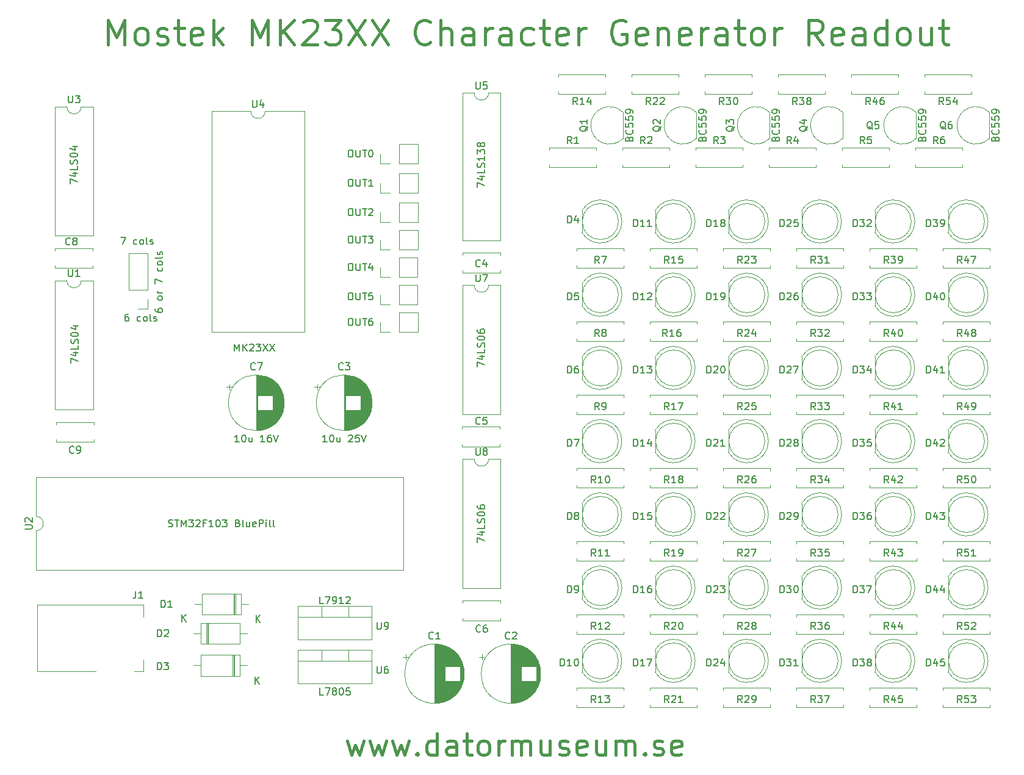
<source format=gbr>
%TF.GenerationSoftware,KiCad,Pcbnew,8.0.2*%
%TF.CreationDate,2025-01-26T20:54:38+01:00*%
%TF.ProjectId,MK23xxCharGenReadout,4d4b3233-7878-4436-9861-7247656e5265,rev?*%
%TF.SameCoordinates,Original*%
%TF.FileFunction,Legend,Top*%
%TF.FilePolarity,Positive*%
%FSLAX46Y46*%
G04 Gerber Fmt 4.6, Leading zero omitted, Abs format (unit mm)*
G04 Created by KiCad (PCBNEW 8.0.2) date 2025-01-26 20:54:38*
%MOMM*%
%LPD*%
G01*
G04 APERTURE LIST*
%ADD10C,0.400000*%
%ADD11C,0.200000*%
%ADD12C,0.150000*%
%ADD13C,0.120000*%
G04 APERTURE END LIST*
D10*
X151567728Y-139344057D02*
X152139157Y-141344057D01*
X152139157Y-141344057D02*
X152710585Y-139915485D01*
X152710585Y-139915485D02*
X153282014Y-141344057D01*
X153282014Y-141344057D02*
X153853442Y-139344057D01*
X154710585Y-139344057D02*
X155282014Y-141344057D01*
X155282014Y-141344057D02*
X155853442Y-139915485D01*
X155853442Y-139915485D02*
X156424871Y-141344057D01*
X156424871Y-141344057D02*
X156996299Y-139344057D01*
X157853442Y-139344057D02*
X158424871Y-141344057D01*
X158424871Y-141344057D02*
X158996299Y-139915485D01*
X158996299Y-139915485D02*
X159567728Y-141344057D01*
X159567728Y-141344057D02*
X160139156Y-139344057D01*
X161282013Y-141058342D02*
X161424870Y-141201200D01*
X161424870Y-141201200D02*
X161282013Y-141344057D01*
X161282013Y-141344057D02*
X161139156Y-141201200D01*
X161139156Y-141201200D02*
X161282013Y-141058342D01*
X161282013Y-141058342D02*
X161282013Y-141344057D01*
X163996299Y-141344057D02*
X163996299Y-138344057D01*
X163996299Y-141201200D02*
X163710584Y-141344057D01*
X163710584Y-141344057D02*
X163139156Y-141344057D01*
X163139156Y-141344057D02*
X162853441Y-141201200D01*
X162853441Y-141201200D02*
X162710584Y-141058342D01*
X162710584Y-141058342D02*
X162567727Y-140772628D01*
X162567727Y-140772628D02*
X162567727Y-139915485D01*
X162567727Y-139915485D02*
X162710584Y-139629771D01*
X162710584Y-139629771D02*
X162853441Y-139486914D01*
X162853441Y-139486914D02*
X163139156Y-139344057D01*
X163139156Y-139344057D02*
X163710584Y-139344057D01*
X163710584Y-139344057D02*
X163996299Y-139486914D01*
X166710585Y-141344057D02*
X166710585Y-139772628D01*
X166710585Y-139772628D02*
X166567727Y-139486914D01*
X166567727Y-139486914D02*
X166282013Y-139344057D01*
X166282013Y-139344057D02*
X165710585Y-139344057D01*
X165710585Y-139344057D02*
X165424870Y-139486914D01*
X166710585Y-141201200D02*
X166424870Y-141344057D01*
X166424870Y-141344057D02*
X165710585Y-141344057D01*
X165710585Y-141344057D02*
X165424870Y-141201200D01*
X165424870Y-141201200D02*
X165282013Y-140915485D01*
X165282013Y-140915485D02*
X165282013Y-140629771D01*
X165282013Y-140629771D02*
X165424870Y-140344057D01*
X165424870Y-140344057D02*
X165710585Y-140201200D01*
X165710585Y-140201200D02*
X166424870Y-140201200D01*
X166424870Y-140201200D02*
X166710585Y-140058342D01*
X167710585Y-139344057D02*
X168853442Y-139344057D01*
X168139156Y-138344057D02*
X168139156Y-140915485D01*
X168139156Y-140915485D02*
X168282013Y-141201200D01*
X168282013Y-141201200D02*
X168567728Y-141344057D01*
X168567728Y-141344057D02*
X168853442Y-141344057D01*
X170282014Y-141344057D02*
X169996299Y-141201200D01*
X169996299Y-141201200D02*
X169853442Y-141058342D01*
X169853442Y-141058342D02*
X169710585Y-140772628D01*
X169710585Y-140772628D02*
X169710585Y-139915485D01*
X169710585Y-139915485D02*
X169853442Y-139629771D01*
X169853442Y-139629771D02*
X169996299Y-139486914D01*
X169996299Y-139486914D02*
X170282014Y-139344057D01*
X170282014Y-139344057D02*
X170710585Y-139344057D01*
X170710585Y-139344057D02*
X170996299Y-139486914D01*
X170996299Y-139486914D02*
X171139157Y-139629771D01*
X171139157Y-139629771D02*
X171282014Y-139915485D01*
X171282014Y-139915485D02*
X171282014Y-140772628D01*
X171282014Y-140772628D02*
X171139157Y-141058342D01*
X171139157Y-141058342D02*
X170996299Y-141201200D01*
X170996299Y-141201200D02*
X170710585Y-141344057D01*
X170710585Y-141344057D02*
X170282014Y-141344057D01*
X172567728Y-141344057D02*
X172567728Y-139344057D01*
X172567728Y-139915485D02*
X172710585Y-139629771D01*
X172710585Y-139629771D02*
X172853443Y-139486914D01*
X172853443Y-139486914D02*
X173139157Y-139344057D01*
X173139157Y-139344057D02*
X173424871Y-139344057D01*
X174424871Y-141344057D02*
X174424871Y-139344057D01*
X174424871Y-139629771D02*
X174567728Y-139486914D01*
X174567728Y-139486914D02*
X174853443Y-139344057D01*
X174853443Y-139344057D02*
X175282014Y-139344057D01*
X175282014Y-139344057D02*
X175567728Y-139486914D01*
X175567728Y-139486914D02*
X175710586Y-139772628D01*
X175710586Y-139772628D02*
X175710586Y-141344057D01*
X175710586Y-139772628D02*
X175853443Y-139486914D01*
X175853443Y-139486914D02*
X176139157Y-139344057D01*
X176139157Y-139344057D02*
X176567728Y-139344057D01*
X176567728Y-139344057D02*
X176853443Y-139486914D01*
X176853443Y-139486914D02*
X176996300Y-139772628D01*
X176996300Y-139772628D02*
X176996300Y-141344057D01*
X179710586Y-139344057D02*
X179710586Y-141344057D01*
X178424871Y-139344057D02*
X178424871Y-140915485D01*
X178424871Y-140915485D02*
X178567728Y-141201200D01*
X178567728Y-141201200D02*
X178853443Y-141344057D01*
X178853443Y-141344057D02*
X179282014Y-141344057D01*
X179282014Y-141344057D02*
X179567728Y-141201200D01*
X179567728Y-141201200D02*
X179710586Y-141058342D01*
X180996300Y-141201200D02*
X181282014Y-141344057D01*
X181282014Y-141344057D02*
X181853443Y-141344057D01*
X181853443Y-141344057D02*
X182139157Y-141201200D01*
X182139157Y-141201200D02*
X182282014Y-140915485D01*
X182282014Y-140915485D02*
X182282014Y-140772628D01*
X182282014Y-140772628D02*
X182139157Y-140486914D01*
X182139157Y-140486914D02*
X181853443Y-140344057D01*
X181853443Y-140344057D02*
X181424872Y-140344057D01*
X181424872Y-140344057D02*
X181139157Y-140201200D01*
X181139157Y-140201200D02*
X180996300Y-139915485D01*
X180996300Y-139915485D02*
X180996300Y-139772628D01*
X180996300Y-139772628D02*
X181139157Y-139486914D01*
X181139157Y-139486914D02*
X181424872Y-139344057D01*
X181424872Y-139344057D02*
X181853443Y-139344057D01*
X181853443Y-139344057D02*
X182139157Y-139486914D01*
X184710585Y-141201200D02*
X184424871Y-141344057D01*
X184424871Y-141344057D02*
X183853443Y-141344057D01*
X183853443Y-141344057D02*
X183567728Y-141201200D01*
X183567728Y-141201200D02*
X183424871Y-140915485D01*
X183424871Y-140915485D02*
X183424871Y-139772628D01*
X183424871Y-139772628D02*
X183567728Y-139486914D01*
X183567728Y-139486914D02*
X183853443Y-139344057D01*
X183853443Y-139344057D02*
X184424871Y-139344057D01*
X184424871Y-139344057D02*
X184710585Y-139486914D01*
X184710585Y-139486914D02*
X184853443Y-139772628D01*
X184853443Y-139772628D02*
X184853443Y-140058342D01*
X184853443Y-140058342D02*
X183424871Y-140344057D01*
X187424872Y-139344057D02*
X187424872Y-141344057D01*
X186139157Y-139344057D02*
X186139157Y-140915485D01*
X186139157Y-140915485D02*
X186282014Y-141201200D01*
X186282014Y-141201200D02*
X186567729Y-141344057D01*
X186567729Y-141344057D02*
X186996300Y-141344057D01*
X186996300Y-141344057D02*
X187282014Y-141201200D01*
X187282014Y-141201200D02*
X187424872Y-141058342D01*
X188853443Y-141344057D02*
X188853443Y-139344057D01*
X188853443Y-139629771D02*
X188996300Y-139486914D01*
X188996300Y-139486914D02*
X189282015Y-139344057D01*
X189282015Y-139344057D02*
X189710586Y-139344057D01*
X189710586Y-139344057D02*
X189996300Y-139486914D01*
X189996300Y-139486914D02*
X190139158Y-139772628D01*
X190139158Y-139772628D02*
X190139158Y-141344057D01*
X190139158Y-139772628D02*
X190282015Y-139486914D01*
X190282015Y-139486914D02*
X190567729Y-139344057D01*
X190567729Y-139344057D02*
X190996300Y-139344057D01*
X190996300Y-139344057D02*
X191282015Y-139486914D01*
X191282015Y-139486914D02*
X191424872Y-139772628D01*
X191424872Y-139772628D02*
X191424872Y-141344057D01*
X192853443Y-141058342D02*
X192996300Y-141201200D01*
X192996300Y-141201200D02*
X192853443Y-141344057D01*
X192853443Y-141344057D02*
X192710586Y-141201200D01*
X192710586Y-141201200D02*
X192853443Y-141058342D01*
X192853443Y-141058342D02*
X192853443Y-141344057D01*
X194139157Y-141201200D02*
X194424871Y-141344057D01*
X194424871Y-141344057D02*
X194996300Y-141344057D01*
X194996300Y-141344057D02*
X195282014Y-141201200D01*
X195282014Y-141201200D02*
X195424871Y-140915485D01*
X195424871Y-140915485D02*
X195424871Y-140772628D01*
X195424871Y-140772628D02*
X195282014Y-140486914D01*
X195282014Y-140486914D02*
X194996300Y-140344057D01*
X194996300Y-140344057D02*
X194567729Y-140344057D01*
X194567729Y-140344057D02*
X194282014Y-140201200D01*
X194282014Y-140201200D02*
X194139157Y-139915485D01*
X194139157Y-139915485D02*
X194139157Y-139772628D01*
X194139157Y-139772628D02*
X194282014Y-139486914D01*
X194282014Y-139486914D02*
X194567729Y-139344057D01*
X194567729Y-139344057D02*
X194996300Y-139344057D01*
X194996300Y-139344057D02*
X195282014Y-139486914D01*
X197853442Y-141201200D02*
X197567728Y-141344057D01*
X197567728Y-141344057D02*
X196996300Y-141344057D01*
X196996300Y-141344057D02*
X196710585Y-141201200D01*
X196710585Y-141201200D02*
X196567728Y-140915485D01*
X196567728Y-140915485D02*
X196567728Y-139772628D01*
X196567728Y-139772628D02*
X196710585Y-139486914D01*
X196710585Y-139486914D02*
X196996300Y-139344057D01*
X196996300Y-139344057D02*
X197567728Y-139344057D01*
X197567728Y-139344057D02*
X197853442Y-139486914D01*
X197853442Y-139486914D02*
X197996300Y-139772628D01*
X197996300Y-139772628D02*
X197996300Y-140058342D01*
X197996300Y-140058342D02*
X196567728Y-140344057D01*
X118420680Y-42743105D02*
X118420680Y-39343105D01*
X118420680Y-39343105D02*
X119554014Y-41771677D01*
X119554014Y-41771677D02*
X120687347Y-39343105D01*
X120687347Y-39343105D02*
X120687347Y-42743105D01*
X122792109Y-42743105D02*
X122468299Y-42581201D01*
X122468299Y-42581201D02*
X122306394Y-42419296D01*
X122306394Y-42419296D02*
X122144490Y-42095486D01*
X122144490Y-42095486D02*
X122144490Y-41124058D01*
X122144490Y-41124058D02*
X122306394Y-40800248D01*
X122306394Y-40800248D02*
X122468299Y-40638343D01*
X122468299Y-40638343D02*
X122792109Y-40476439D01*
X122792109Y-40476439D02*
X123277823Y-40476439D01*
X123277823Y-40476439D02*
X123601632Y-40638343D01*
X123601632Y-40638343D02*
X123763537Y-40800248D01*
X123763537Y-40800248D02*
X123925442Y-41124058D01*
X123925442Y-41124058D02*
X123925442Y-42095486D01*
X123925442Y-42095486D02*
X123763537Y-42419296D01*
X123763537Y-42419296D02*
X123601632Y-42581201D01*
X123601632Y-42581201D02*
X123277823Y-42743105D01*
X123277823Y-42743105D02*
X122792109Y-42743105D01*
X125220680Y-42581201D02*
X125544489Y-42743105D01*
X125544489Y-42743105D02*
X126192108Y-42743105D01*
X126192108Y-42743105D02*
X126515918Y-42581201D01*
X126515918Y-42581201D02*
X126677822Y-42257391D01*
X126677822Y-42257391D02*
X126677822Y-42095486D01*
X126677822Y-42095486D02*
X126515918Y-41771677D01*
X126515918Y-41771677D02*
X126192108Y-41609772D01*
X126192108Y-41609772D02*
X125706394Y-41609772D01*
X125706394Y-41609772D02*
X125382584Y-41447867D01*
X125382584Y-41447867D02*
X125220680Y-41124058D01*
X125220680Y-41124058D02*
X125220680Y-40962153D01*
X125220680Y-40962153D02*
X125382584Y-40638343D01*
X125382584Y-40638343D02*
X125706394Y-40476439D01*
X125706394Y-40476439D02*
X126192108Y-40476439D01*
X126192108Y-40476439D02*
X126515918Y-40638343D01*
X127649251Y-40476439D02*
X128944489Y-40476439D01*
X128134965Y-39343105D02*
X128134965Y-42257391D01*
X128134965Y-42257391D02*
X128296870Y-42581201D01*
X128296870Y-42581201D02*
X128620680Y-42743105D01*
X128620680Y-42743105D02*
X128944489Y-42743105D01*
X131373060Y-42581201D02*
X131049251Y-42743105D01*
X131049251Y-42743105D02*
X130401632Y-42743105D01*
X130401632Y-42743105D02*
X130077822Y-42581201D01*
X130077822Y-42581201D02*
X129915918Y-42257391D01*
X129915918Y-42257391D02*
X129915918Y-40962153D01*
X129915918Y-40962153D02*
X130077822Y-40638343D01*
X130077822Y-40638343D02*
X130401632Y-40476439D01*
X130401632Y-40476439D02*
X131049251Y-40476439D01*
X131049251Y-40476439D02*
X131373060Y-40638343D01*
X131373060Y-40638343D02*
X131534965Y-40962153D01*
X131534965Y-40962153D02*
X131534965Y-41285962D01*
X131534965Y-41285962D02*
X129915918Y-41609772D01*
X132992108Y-42743105D02*
X132992108Y-39343105D01*
X133315918Y-41447867D02*
X134287346Y-42743105D01*
X134287346Y-40476439D02*
X132992108Y-41771677D01*
X138334965Y-42743105D02*
X138334965Y-39343105D01*
X138334965Y-39343105D02*
X139468299Y-41771677D01*
X139468299Y-41771677D02*
X140601632Y-39343105D01*
X140601632Y-39343105D02*
X140601632Y-42743105D01*
X142220679Y-42743105D02*
X142220679Y-39343105D01*
X144163536Y-42743105D02*
X142706394Y-40800248D01*
X144163536Y-39343105D02*
X142220679Y-41285962D01*
X145458775Y-39666915D02*
X145620679Y-39505010D01*
X145620679Y-39505010D02*
X145944489Y-39343105D01*
X145944489Y-39343105D02*
X146754013Y-39343105D01*
X146754013Y-39343105D02*
X147077822Y-39505010D01*
X147077822Y-39505010D02*
X147239727Y-39666915D01*
X147239727Y-39666915D02*
X147401632Y-39990724D01*
X147401632Y-39990724D02*
X147401632Y-40314534D01*
X147401632Y-40314534D02*
X147239727Y-40800248D01*
X147239727Y-40800248D02*
X145296870Y-42743105D01*
X145296870Y-42743105D02*
X147401632Y-42743105D01*
X148534965Y-39343105D02*
X150639727Y-39343105D01*
X150639727Y-39343105D02*
X149506393Y-40638343D01*
X149506393Y-40638343D02*
X149992108Y-40638343D01*
X149992108Y-40638343D02*
X150315917Y-40800248D01*
X150315917Y-40800248D02*
X150477822Y-40962153D01*
X150477822Y-40962153D02*
X150639727Y-41285962D01*
X150639727Y-41285962D02*
X150639727Y-42095486D01*
X150639727Y-42095486D02*
X150477822Y-42419296D01*
X150477822Y-42419296D02*
X150315917Y-42581201D01*
X150315917Y-42581201D02*
X149992108Y-42743105D01*
X149992108Y-42743105D02*
X149020679Y-42743105D01*
X149020679Y-42743105D02*
X148696870Y-42581201D01*
X148696870Y-42581201D02*
X148534965Y-42419296D01*
X151773060Y-39343105D02*
X154039726Y-42743105D01*
X154039726Y-39343105D02*
X151773060Y-42743105D01*
X155011155Y-39343105D02*
X157277821Y-42743105D01*
X157277821Y-39343105D02*
X155011155Y-42743105D01*
X163106392Y-42419296D02*
X162944488Y-42581201D01*
X162944488Y-42581201D02*
X162458773Y-42743105D01*
X162458773Y-42743105D02*
X162134964Y-42743105D01*
X162134964Y-42743105D02*
X161649250Y-42581201D01*
X161649250Y-42581201D02*
X161325440Y-42257391D01*
X161325440Y-42257391D02*
X161163535Y-41933581D01*
X161163535Y-41933581D02*
X161001631Y-41285962D01*
X161001631Y-41285962D02*
X161001631Y-40800248D01*
X161001631Y-40800248D02*
X161163535Y-40152629D01*
X161163535Y-40152629D02*
X161325440Y-39828820D01*
X161325440Y-39828820D02*
X161649250Y-39505010D01*
X161649250Y-39505010D02*
X162134964Y-39343105D01*
X162134964Y-39343105D02*
X162458773Y-39343105D01*
X162458773Y-39343105D02*
X162944488Y-39505010D01*
X162944488Y-39505010D02*
X163106392Y-39666915D01*
X164563535Y-42743105D02*
X164563535Y-39343105D01*
X166020678Y-42743105D02*
X166020678Y-40962153D01*
X166020678Y-40962153D02*
X165858773Y-40638343D01*
X165858773Y-40638343D02*
X165534964Y-40476439D01*
X165534964Y-40476439D02*
X165049250Y-40476439D01*
X165049250Y-40476439D02*
X164725440Y-40638343D01*
X164725440Y-40638343D02*
X164563535Y-40800248D01*
X169096868Y-42743105D02*
X169096868Y-40962153D01*
X169096868Y-40962153D02*
X168934963Y-40638343D01*
X168934963Y-40638343D02*
X168611154Y-40476439D01*
X168611154Y-40476439D02*
X167963535Y-40476439D01*
X167963535Y-40476439D02*
X167639725Y-40638343D01*
X169096868Y-42581201D02*
X168773059Y-42743105D01*
X168773059Y-42743105D02*
X167963535Y-42743105D01*
X167963535Y-42743105D02*
X167639725Y-42581201D01*
X167639725Y-42581201D02*
X167477821Y-42257391D01*
X167477821Y-42257391D02*
X167477821Y-41933581D01*
X167477821Y-41933581D02*
X167639725Y-41609772D01*
X167639725Y-41609772D02*
X167963535Y-41447867D01*
X167963535Y-41447867D02*
X168773059Y-41447867D01*
X168773059Y-41447867D02*
X169096868Y-41285962D01*
X170715915Y-42743105D02*
X170715915Y-40476439D01*
X170715915Y-41124058D02*
X170877820Y-40800248D01*
X170877820Y-40800248D02*
X171039725Y-40638343D01*
X171039725Y-40638343D02*
X171363534Y-40476439D01*
X171363534Y-40476439D02*
X171687344Y-40476439D01*
X174277820Y-42743105D02*
X174277820Y-40962153D01*
X174277820Y-40962153D02*
X174115915Y-40638343D01*
X174115915Y-40638343D02*
X173792106Y-40476439D01*
X173792106Y-40476439D02*
X173144487Y-40476439D01*
X173144487Y-40476439D02*
X172820677Y-40638343D01*
X174277820Y-42581201D02*
X173954011Y-42743105D01*
X173954011Y-42743105D02*
X173144487Y-42743105D01*
X173144487Y-42743105D02*
X172820677Y-42581201D01*
X172820677Y-42581201D02*
X172658773Y-42257391D01*
X172658773Y-42257391D02*
X172658773Y-41933581D01*
X172658773Y-41933581D02*
X172820677Y-41609772D01*
X172820677Y-41609772D02*
X173144487Y-41447867D01*
X173144487Y-41447867D02*
X173954011Y-41447867D01*
X173954011Y-41447867D02*
X174277820Y-41285962D01*
X177354010Y-42581201D02*
X177030201Y-42743105D01*
X177030201Y-42743105D02*
X176382582Y-42743105D01*
X176382582Y-42743105D02*
X176058772Y-42581201D01*
X176058772Y-42581201D02*
X175896867Y-42419296D01*
X175896867Y-42419296D02*
X175734963Y-42095486D01*
X175734963Y-42095486D02*
X175734963Y-41124058D01*
X175734963Y-41124058D02*
X175896867Y-40800248D01*
X175896867Y-40800248D02*
X176058772Y-40638343D01*
X176058772Y-40638343D02*
X176382582Y-40476439D01*
X176382582Y-40476439D02*
X177030201Y-40476439D01*
X177030201Y-40476439D02*
X177354010Y-40638343D01*
X178325439Y-40476439D02*
X179620677Y-40476439D01*
X178811153Y-39343105D02*
X178811153Y-42257391D01*
X178811153Y-42257391D02*
X178973058Y-42581201D01*
X178973058Y-42581201D02*
X179296868Y-42743105D01*
X179296868Y-42743105D02*
X179620677Y-42743105D01*
X182049248Y-42581201D02*
X181725439Y-42743105D01*
X181725439Y-42743105D02*
X181077820Y-42743105D01*
X181077820Y-42743105D02*
X180754010Y-42581201D01*
X180754010Y-42581201D02*
X180592106Y-42257391D01*
X180592106Y-42257391D02*
X180592106Y-40962153D01*
X180592106Y-40962153D02*
X180754010Y-40638343D01*
X180754010Y-40638343D02*
X181077820Y-40476439D01*
X181077820Y-40476439D02*
X181725439Y-40476439D01*
X181725439Y-40476439D02*
X182049248Y-40638343D01*
X182049248Y-40638343D02*
X182211153Y-40962153D01*
X182211153Y-40962153D02*
X182211153Y-41285962D01*
X182211153Y-41285962D02*
X180592106Y-41609772D01*
X183668296Y-42743105D02*
X183668296Y-40476439D01*
X183668296Y-41124058D02*
X183830201Y-40800248D01*
X183830201Y-40800248D02*
X183992106Y-40638343D01*
X183992106Y-40638343D02*
X184315915Y-40476439D01*
X184315915Y-40476439D02*
X184639725Y-40476439D01*
X190144487Y-39505010D02*
X189820677Y-39343105D01*
X189820677Y-39343105D02*
X189334963Y-39343105D01*
X189334963Y-39343105D02*
X188849249Y-39505010D01*
X188849249Y-39505010D02*
X188525439Y-39828820D01*
X188525439Y-39828820D02*
X188363534Y-40152629D01*
X188363534Y-40152629D02*
X188201630Y-40800248D01*
X188201630Y-40800248D02*
X188201630Y-41285962D01*
X188201630Y-41285962D02*
X188363534Y-41933581D01*
X188363534Y-41933581D02*
X188525439Y-42257391D01*
X188525439Y-42257391D02*
X188849249Y-42581201D01*
X188849249Y-42581201D02*
X189334963Y-42743105D01*
X189334963Y-42743105D02*
X189658772Y-42743105D01*
X189658772Y-42743105D02*
X190144487Y-42581201D01*
X190144487Y-42581201D02*
X190306391Y-42419296D01*
X190306391Y-42419296D02*
X190306391Y-41285962D01*
X190306391Y-41285962D02*
X189658772Y-41285962D01*
X193058772Y-42581201D02*
X192734963Y-42743105D01*
X192734963Y-42743105D02*
X192087344Y-42743105D01*
X192087344Y-42743105D02*
X191763534Y-42581201D01*
X191763534Y-42581201D02*
X191601630Y-42257391D01*
X191601630Y-42257391D02*
X191601630Y-40962153D01*
X191601630Y-40962153D02*
X191763534Y-40638343D01*
X191763534Y-40638343D02*
X192087344Y-40476439D01*
X192087344Y-40476439D02*
X192734963Y-40476439D01*
X192734963Y-40476439D02*
X193058772Y-40638343D01*
X193058772Y-40638343D02*
X193220677Y-40962153D01*
X193220677Y-40962153D02*
X193220677Y-41285962D01*
X193220677Y-41285962D02*
X191601630Y-41609772D01*
X194677820Y-40476439D02*
X194677820Y-42743105D01*
X194677820Y-40800248D02*
X194839725Y-40638343D01*
X194839725Y-40638343D02*
X195163535Y-40476439D01*
X195163535Y-40476439D02*
X195649249Y-40476439D01*
X195649249Y-40476439D02*
X195973058Y-40638343D01*
X195973058Y-40638343D02*
X196134963Y-40962153D01*
X196134963Y-40962153D02*
X196134963Y-42743105D01*
X199049248Y-42581201D02*
X198725439Y-42743105D01*
X198725439Y-42743105D02*
X198077820Y-42743105D01*
X198077820Y-42743105D02*
X197754010Y-42581201D01*
X197754010Y-42581201D02*
X197592106Y-42257391D01*
X197592106Y-42257391D02*
X197592106Y-40962153D01*
X197592106Y-40962153D02*
X197754010Y-40638343D01*
X197754010Y-40638343D02*
X198077820Y-40476439D01*
X198077820Y-40476439D02*
X198725439Y-40476439D01*
X198725439Y-40476439D02*
X199049248Y-40638343D01*
X199049248Y-40638343D02*
X199211153Y-40962153D01*
X199211153Y-40962153D02*
X199211153Y-41285962D01*
X199211153Y-41285962D02*
X197592106Y-41609772D01*
X200668296Y-42743105D02*
X200668296Y-40476439D01*
X200668296Y-41124058D02*
X200830201Y-40800248D01*
X200830201Y-40800248D02*
X200992106Y-40638343D01*
X200992106Y-40638343D02*
X201315915Y-40476439D01*
X201315915Y-40476439D02*
X201639725Y-40476439D01*
X204230201Y-42743105D02*
X204230201Y-40962153D01*
X204230201Y-40962153D02*
X204068296Y-40638343D01*
X204068296Y-40638343D02*
X203744487Y-40476439D01*
X203744487Y-40476439D02*
X203096868Y-40476439D01*
X203096868Y-40476439D02*
X202773058Y-40638343D01*
X204230201Y-42581201D02*
X203906392Y-42743105D01*
X203906392Y-42743105D02*
X203096868Y-42743105D01*
X203096868Y-42743105D02*
X202773058Y-42581201D01*
X202773058Y-42581201D02*
X202611154Y-42257391D01*
X202611154Y-42257391D02*
X202611154Y-41933581D01*
X202611154Y-41933581D02*
X202773058Y-41609772D01*
X202773058Y-41609772D02*
X203096868Y-41447867D01*
X203096868Y-41447867D02*
X203906392Y-41447867D01*
X203906392Y-41447867D02*
X204230201Y-41285962D01*
X205363534Y-40476439D02*
X206658772Y-40476439D01*
X205849248Y-39343105D02*
X205849248Y-42257391D01*
X205849248Y-42257391D02*
X206011153Y-42581201D01*
X206011153Y-42581201D02*
X206334963Y-42743105D01*
X206334963Y-42743105D02*
X206658772Y-42743105D01*
X208277820Y-42743105D02*
X207954010Y-42581201D01*
X207954010Y-42581201D02*
X207792105Y-42419296D01*
X207792105Y-42419296D02*
X207630201Y-42095486D01*
X207630201Y-42095486D02*
X207630201Y-41124058D01*
X207630201Y-41124058D02*
X207792105Y-40800248D01*
X207792105Y-40800248D02*
X207954010Y-40638343D01*
X207954010Y-40638343D02*
X208277820Y-40476439D01*
X208277820Y-40476439D02*
X208763534Y-40476439D01*
X208763534Y-40476439D02*
X209087343Y-40638343D01*
X209087343Y-40638343D02*
X209249248Y-40800248D01*
X209249248Y-40800248D02*
X209411153Y-41124058D01*
X209411153Y-41124058D02*
X209411153Y-42095486D01*
X209411153Y-42095486D02*
X209249248Y-42419296D01*
X209249248Y-42419296D02*
X209087343Y-42581201D01*
X209087343Y-42581201D02*
X208763534Y-42743105D01*
X208763534Y-42743105D02*
X208277820Y-42743105D01*
X210868295Y-42743105D02*
X210868295Y-40476439D01*
X210868295Y-41124058D02*
X211030200Y-40800248D01*
X211030200Y-40800248D02*
X211192105Y-40638343D01*
X211192105Y-40638343D02*
X211515914Y-40476439D01*
X211515914Y-40476439D02*
X211839724Y-40476439D01*
X217506390Y-42743105D02*
X216373057Y-41124058D01*
X215563533Y-42743105D02*
X215563533Y-39343105D01*
X215563533Y-39343105D02*
X216858771Y-39343105D01*
X216858771Y-39343105D02*
X217182581Y-39505010D01*
X217182581Y-39505010D02*
X217344486Y-39666915D01*
X217344486Y-39666915D02*
X217506390Y-39990724D01*
X217506390Y-39990724D02*
X217506390Y-40476439D01*
X217506390Y-40476439D02*
X217344486Y-40800248D01*
X217344486Y-40800248D02*
X217182581Y-40962153D01*
X217182581Y-40962153D02*
X216858771Y-41124058D01*
X216858771Y-41124058D02*
X215563533Y-41124058D01*
X220258771Y-42581201D02*
X219934962Y-42743105D01*
X219934962Y-42743105D02*
X219287343Y-42743105D01*
X219287343Y-42743105D02*
X218963533Y-42581201D01*
X218963533Y-42581201D02*
X218801629Y-42257391D01*
X218801629Y-42257391D02*
X218801629Y-40962153D01*
X218801629Y-40962153D02*
X218963533Y-40638343D01*
X218963533Y-40638343D02*
X219287343Y-40476439D01*
X219287343Y-40476439D02*
X219934962Y-40476439D01*
X219934962Y-40476439D02*
X220258771Y-40638343D01*
X220258771Y-40638343D02*
X220420676Y-40962153D01*
X220420676Y-40962153D02*
X220420676Y-41285962D01*
X220420676Y-41285962D02*
X218801629Y-41609772D01*
X223334962Y-42743105D02*
X223334962Y-40962153D01*
X223334962Y-40962153D02*
X223173057Y-40638343D01*
X223173057Y-40638343D02*
X222849248Y-40476439D01*
X222849248Y-40476439D02*
X222201629Y-40476439D01*
X222201629Y-40476439D02*
X221877819Y-40638343D01*
X223334962Y-42581201D02*
X223011153Y-42743105D01*
X223011153Y-42743105D02*
X222201629Y-42743105D01*
X222201629Y-42743105D02*
X221877819Y-42581201D01*
X221877819Y-42581201D02*
X221715915Y-42257391D01*
X221715915Y-42257391D02*
X221715915Y-41933581D01*
X221715915Y-41933581D02*
X221877819Y-41609772D01*
X221877819Y-41609772D02*
X222201629Y-41447867D01*
X222201629Y-41447867D02*
X223011153Y-41447867D01*
X223011153Y-41447867D02*
X223334962Y-41285962D01*
X226411152Y-42743105D02*
X226411152Y-39343105D01*
X226411152Y-42581201D02*
X226087343Y-42743105D01*
X226087343Y-42743105D02*
X225439724Y-42743105D01*
X225439724Y-42743105D02*
X225115914Y-42581201D01*
X225115914Y-42581201D02*
X224954009Y-42419296D01*
X224954009Y-42419296D02*
X224792105Y-42095486D01*
X224792105Y-42095486D02*
X224792105Y-41124058D01*
X224792105Y-41124058D02*
X224954009Y-40800248D01*
X224954009Y-40800248D02*
X225115914Y-40638343D01*
X225115914Y-40638343D02*
X225439724Y-40476439D01*
X225439724Y-40476439D02*
X226087343Y-40476439D01*
X226087343Y-40476439D02*
X226411152Y-40638343D01*
X228515914Y-42743105D02*
X228192104Y-42581201D01*
X228192104Y-42581201D02*
X228030199Y-42419296D01*
X228030199Y-42419296D02*
X227868295Y-42095486D01*
X227868295Y-42095486D02*
X227868295Y-41124058D01*
X227868295Y-41124058D02*
X228030199Y-40800248D01*
X228030199Y-40800248D02*
X228192104Y-40638343D01*
X228192104Y-40638343D02*
X228515914Y-40476439D01*
X228515914Y-40476439D02*
X229001628Y-40476439D01*
X229001628Y-40476439D02*
X229325437Y-40638343D01*
X229325437Y-40638343D02*
X229487342Y-40800248D01*
X229487342Y-40800248D02*
X229649247Y-41124058D01*
X229649247Y-41124058D02*
X229649247Y-42095486D01*
X229649247Y-42095486D02*
X229487342Y-42419296D01*
X229487342Y-42419296D02*
X229325437Y-42581201D01*
X229325437Y-42581201D02*
X229001628Y-42743105D01*
X229001628Y-42743105D02*
X228515914Y-42743105D01*
X232563532Y-40476439D02*
X232563532Y-42743105D01*
X231106389Y-40476439D02*
X231106389Y-42257391D01*
X231106389Y-42257391D02*
X231268294Y-42581201D01*
X231268294Y-42581201D02*
X231592104Y-42743105D01*
X231592104Y-42743105D02*
X232077818Y-42743105D01*
X232077818Y-42743105D02*
X232401627Y-42581201D01*
X232401627Y-42581201D02*
X232563532Y-42419296D01*
X233696865Y-40476439D02*
X234992103Y-40476439D01*
X234182579Y-39343105D02*
X234182579Y-42257391D01*
X234182579Y-42257391D02*
X234344484Y-42581201D01*
X234344484Y-42581201D02*
X234668294Y-42743105D01*
X234668294Y-42743105D02*
X234992103Y-42743105D01*
D11*
X120162435Y-69479219D02*
X120829101Y-69479219D01*
X120829101Y-69479219D02*
X120400530Y-70479219D01*
X122400530Y-70431600D02*
X122305292Y-70479219D01*
X122305292Y-70479219D02*
X122114816Y-70479219D01*
X122114816Y-70479219D02*
X122019578Y-70431600D01*
X122019578Y-70431600D02*
X121971959Y-70383980D01*
X121971959Y-70383980D02*
X121924340Y-70288742D01*
X121924340Y-70288742D02*
X121924340Y-70003028D01*
X121924340Y-70003028D02*
X121971959Y-69907790D01*
X121971959Y-69907790D02*
X122019578Y-69860171D01*
X122019578Y-69860171D02*
X122114816Y-69812552D01*
X122114816Y-69812552D02*
X122305292Y-69812552D01*
X122305292Y-69812552D02*
X122400530Y-69860171D01*
X122971959Y-70479219D02*
X122876721Y-70431600D01*
X122876721Y-70431600D02*
X122829102Y-70383980D01*
X122829102Y-70383980D02*
X122781483Y-70288742D01*
X122781483Y-70288742D02*
X122781483Y-70003028D01*
X122781483Y-70003028D02*
X122829102Y-69907790D01*
X122829102Y-69907790D02*
X122876721Y-69860171D01*
X122876721Y-69860171D02*
X122971959Y-69812552D01*
X122971959Y-69812552D02*
X123114816Y-69812552D01*
X123114816Y-69812552D02*
X123210054Y-69860171D01*
X123210054Y-69860171D02*
X123257673Y-69907790D01*
X123257673Y-69907790D02*
X123305292Y-70003028D01*
X123305292Y-70003028D02*
X123305292Y-70288742D01*
X123305292Y-70288742D02*
X123257673Y-70383980D01*
X123257673Y-70383980D02*
X123210054Y-70431600D01*
X123210054Y-70431600D02*
X123114816Y-70479219D01*
X123114816Y-70479219D02*
X122971959Y-70479219D01*
X123876721Y-70479219D02*
X123781483Y-70431600D01*
X123781483Y-70431600D02*
X123733864Y-70336361D01*
X123733864Y-70336361D02*
X123733864Y-69479219D01*
X124210055Y-70431600D02*
X124305293Y-70479219D01*
X124305293Y-70479219D02*
X124495769Y-70479219D01*
X124495769Y-70479219D02*
X124591007Y-70431600D01*
X124591007Y-70431600D02*
X124638626Y-70336361D01*
X124638626Y-70336361D02*
X124638626Y-70288742D01*
X124638626Y-70288742D02*
X124591007Y-70193504D01*
X124591007Y-70193504D02*
X124495769Y-70145885D01*
X124495769Y-70145885D02*
X124352912Y-70145885D01*
X124352912Y-70145885D02*
X124257674Y-70098266D01*
X124257674Y-70098266D02*
X124210055Y-70003028D01*
X124210055Y-70003028D02*
X124210055Y-69955409D01*
X124210055Y-69955409D02*
X124257674Y-69860171D01*
X124257674Y-69860171D02*
X124352912Y-69812552D01*
X124352912Y-69812552D02*
X124495769Y-69812552D01*
X124495769Y-69812552D02*
X124591007Y-69860171D01*
X121194244Y-80147219D02*
X121003768Y-80147219D01*
X121003768Y-80147219D02*
X120908530Y-80194838D01*
X120908530Y-80194838D02*
X120860911Y-80242457D01*
X120860911Y-80242457D02*
X120765673Y-80385314D01*
X120765673Y-80385314D02*
X120718054Y-80575790D01*
X120718054Y-80575790D02*
X120718054Y-80956742D01*
X120718054Y-80956742D02*
X120765673Y-81051980D01*
X120765673Y-81051980D02*
X120813292Y-81099600D01*
X120813292Y-81099600D02*
X120908530Y-81147219D01*
X120908530Y-81147219D02*
X121099006Y-81147219D01*
X121099006Y-81147219D02*
X121194244Y-81099600D01*
X121194244Y-81099600D02*
X121241863Y-81051980D01*
X121241863Y-81051980D02*
X121289482Y-80956742D01*
X121289482Y-80956742D02*
X121289482Y-80718647D01*
X121289482Y-80718647D02*
X121241863Y-80623409D01*
X121241863Y-80623409D02*
X121194244Y-80575790D01*
X121194244Y-80575790D02*
X121099006Y-80528171D01*
X121099006Y-80528171D02*
X120908530Y-80528171D01*
X120908530Y-80528171D02*
X120813292Y-80575790D01*
X120813292Y-80575790D02*
X120765673Y-80623409D01*
X120765673Y-80623409D02*
X120718054Y-80718647D01*
X122908530Y-81099600D02*
X122813292Y-81147219D01*
X122813292Y-81147219D02*
X122622816Y-81147219D01*
X122622816Y-81147219D02*
X122527578Y-81099600D01*
X122527578Y-81099600D02*
X122479959Y-81051980D01*
X122479959Y-81051980D02*
X122432340Y-80956742D01*
X122432340Y-80956742D02*
X122432340Y-80671028D01*
X122432340Y-80671028D02*
X122479959Y-80575790D01*
X122479959Y-80575790D02*
X122527578Y-80528171D01*
X122527578Y-80528171D02*
X122622816Y-80480552D01*
X122622816Y-80480552D02*
X122813292Y-80480552D01*
X122813292Y-80480552D02*
X122908530Y-80528171D01*
X123479959Y-81147219D02*
X123384721Y-81099600D01*
X123384721Y-81099600D02*
X123337102Y-81051980D01*
X123337102Y-81051980D02*
X123289483Y-80956742D01*
X123289483Y-80956742D02*
X123289483Y-80671028D01*
X123289483Y-80671028D02*
X123337102Y-80575790D01*
X123337102Y-80575790D02*
X123384721Y-80528171D01*
X123384721Y-80528171D02*
X123479959Y-80480552D01*
X123479959Y-80480552D02*
X123622816Y-80480552D01*
X123622816Y-80480552D02*
X123718054Y-80528171D01*
X123718054Y-80528171D02*
X123765673Y-80575790D01*
X123765673Y-80575790D02*
X123813292Y-80671028D01*
X123813292Y-80671028D02*
X123813292Y-80956742D01*
X123813292Y-80956742D02*
X123765673Y-81051980D01*
X123765673Y-81051980D02*
X123718054Y-81099600D01*
X123718054Y-81099600D02*
X123622816Y-81147219D01*
X123622816Y-81147219D02*
X123479959Y-81147219D01*
X124384721Y-81147219D02*
X124289483Y-81099600D01*
X124289483Y-81099600D02*
X124241864Y-81004361D01*
X124241864Y-81004361D02*
X124241864Y-80147219D01*
X124718055Y-81099600D02*
X124813293Y-81147219D01*
X124813293Y-81147219D02*
X125003769Y-81147219D01*
X125003769Y-81147219D02*
X125099007Y-81099600D01*
X125099007Y-81099600D02*
X125146626Y-81004361D01*
X125146626Y-81004361D02*
X125146626Y-80956742D01*
X125146626Y-80956742D02*
X125099007Y-80861504D01*
X125099007Y-80861504D02*
X125003769Y-80813885D01*
X125003769Y-80813885D02*
X124860912Y-80813885D01*
X124860912Y-80813885D02*
X124765674Y-80766266D01*
X124765674Y-80766266D02*
X124718055Y-80671028D01*
X124718055Y-80671028D02*
X124718055Y-80623409D01*
X124718055Y-80623409D02*
X124765674Y-80528171D01*
X124765674Y-80528171D02*
X124860912Y-80480552D01*
X124860912Y-80480552D02*
X125003769Y-80480552D01*
X125003769Y-80480552D02*
X125099007Y-80528171D01*
D12*
X155702095Y-122898819D02*
X155702095Y-123708342D01*
X155702095Y-123708342D02*
X155749714Y-123803580D01*
X155749714Y-123803580D02*
X155797333Y-123851200D01*
X155797333Y-123851200D02*
X155892571Y-123898819D01*
X155892571Y-123898819D02*
X156083047Y-123898819D01*
X156083047Y-123898819D02*
X156178285Y-123851200D01*
X156178285Y-123851200D02*
X156225904Y-123803580D01*
X156225904Y-123803580D02*
X156273523Y-123708342D01*
X156273523Y-123708342D02*
X156273523Y-122898819D01*
X156797333Y-123898819D02*
X156987809Y-123898819D01*
X156987809Y-123898819D02*
X157083047Y-123851200D01*
X157083047Y-123851200D02*
X157130666Y-123803580D01*
X157130666Y-123803580D02*
X157225904Y-123660723D01*
X157225904Y-123660723D02*
X157273523Y-123470247D01*
X157273523Y-123470247D02*
X157273523Y-123089295D01*
X157273523Y-123089295D02*
X157225904Y-122994057D01*
X157225904Y-122994057D02*
X157178285Y-122946438D01*
X157178285Y-122946438D02*
X157083047Y-122898819D01*
X157083047Y-122898819D02*
X156892571Y-122898819D01*
X156892571Y-122898819D02*
X156797333Y-122946438D01*
X156797333Y-122946438D02*
X156749714Y-122994057D01*
X156749714Y-122994057D02*
X156702095Y-123089295D01*
X156702095Y-123089295D02*
X156702095Y-123327390D01*
X156702095Y-123327390D02*
X156749714Y-123422628D01*
X156749714Y-123422628D02*
X156797333Y-123470247D01*
X156797333Y-123470247D02*
X156892571Y-123517866D01*
X156892571Y-123517866D02*
X157083047Y-123517866D01*
X157083047Y-123517866D02*
X157178285Y-123470247D01*
X157178285Y-123470247D02*
X157225904Y-123422628D01*
X157225904Y-123422628D02*
X157273523Y-123327390D01*
X148264761Y-120342819D02*
X147788571Y-120342819D01*
X147788571Y-120342819D02*
X147788571Y-119342819D01*
X148502857Y-119342819D02*
X149169523Y-119342819D01*
X149169523Y-119342819D02*
X148740952Y-120342819D01*
X149598095Y-120342819D02*
X149788571Y-120342819D01*
X149788571Y-120342819D02*
X149883809Y-120295200D01*
X149883809Y-120295200D02*
X149931428Y-120247580D01*
X149931428Y-120247580D02*
X150026666Y-120104723D01*
X150026666Y-120104723D02*
X150074285Y-119914247D01*
X150074285Y-119914247D02*
X150074285Y-119533295D01*
X150074285Y-119533295D02*
X150026666Y-119438057D01*
X150026666Y-119438057D02*
X149979047Y-119390438D01*
X149979047Y-119390438D02*
X149883809Y-119342819D01*
X149883809Y-119342819D02*
X149693333Y-119342819D01*
X149693333Y-119342819D02*
X149598095Y-119390438D01*
X149598095Y-119390438D02*
X149550476Y-119438057D01*
X149550476Y-119438057D02*
X149502857Y-119533295D01*
X149502857Y-119533295D02*
X149502857Y-119771390D01*
X149502857Y-119771390D02*
X149550476Y-119866628D01*
X149550476Y-119866628D02*
X149598095Y-119914247D01*
X149598095Y-119914247D02*
X149693333Y-119961866D01*
X149693333Y-119961866D02*
X149883809Y-119961866D01*
X149883809Y-119961866D02*
X149979047Y-119914247D01*
X149979047Y-119914247D02*
X150026666Y-119866628D01*
X150026666Y-119866628D02*
X150074285Y-119771390D01*
X151026666Y-120342819D02*
X150455238Y-120342819D01*
X150740952Y-120342819D02*
X150740952Y-119342819D01*
X150740952Y-119342819D02*
X150645714Y-119485676D01*
X150645714Y-119485676D02*
X150550476Y-119580914D01*
X150550476Y-119580914D02*
X150455238Y-119628533D01*
X151407619Y-119438057D02*
X151455238Y-119390438D01*
X151455238Y-119390438D02*
X151550476Y-119342819D01*
X151550476Y-119342819D02*
X151788571Y-119342819D01*
X151788571Y-119342819D02*
X151883809Y-119390438D01*
X151883809Y-119390438D02*
X151931428Y-119438057D01*
X151931428Y-119438057D02*
X151979047Y-119533295D01*
X151979047Y-119533295D02*
X151979047Y-119628533D01*
X151979047Y-119628533D02*
X151931428Y-119771390D01*
X151931428Y-119771390D02*
X151360000Y-120342819D01*
X151360000Y-120342819D02*
X151979047Y-120342819D01*
X169428095Y-98719819D02*
X169428095Y-99529342D01*
X169428095Y-99529342D02*
X169475714Y-99624580D01*
X169475714Y-99624580D02*
X169523333Y-99672200D01*
X169523333Y-99672200D02*
X169618571Y-99719819D01*
X169618571Y-99719819D02*
X169809047Y-99719819D01*
X169809047Y-99719819D02*
X169904285Y-99672200D01*
X169904285Y-99672200D02*
X169951904Y-99624580D01*
X169951904Y-99624580D02*
X169999523Y-99529342D01*
X169999523Y-99529342D02*
X169999523Y-98719819D01*
X170618571Y-99148390D02*
X170523333Y-99100771D01*
X170523333Y-99100771D02*
X170475714Y-99053152D01*
X170475714Y-99053152D02*
X170428095Y-98957914D01*
X170428095Y-98957914D02*
X170428095Y-98910295D01*
X170428095Y-98910295D02*
X170475714Y-98815057D01*
X170475714Y-98815057D02*
X170523333Y-98767438D01*
X170523333Y-98767438D02*
X170618571Y-98719819D01*
X170618571Y-98719819D02*
X170809047Y-98719819D01*
X170809047Y-98719819D02*
X170904285Y-98767438D01*
X170904285Y-98767438D02*
X170951904Y-98815057D01*
X170951904Y-98815057D02*
X170999523Y-98910295D01*
X170999523Y-98910295D02*
X170999523Y-98957914D01*
X170999523Y-98957914D02*
X170951904Y-99053152D01*
X170951904Y-99053152D02*
X170904285Y-99100771D01*
X170904285Y-99100771D02*
X170809047Y-99148390D01*
X170809047Y-99148390D02*
X170618571Y-99148390D01*
X170618571Y-99148390D02*
X170523333Y-99196009D01*
X170523333Y-99196009D02*
X170475714Y-99243628D01*
X170475714Y-99243628D02*
X170428095Y-99338866D01*
X170428095Y-99338866D02*
X170428095Y-99529342D01*
X170428095Y-99529342D02*
X170475714Y-99624580D01*
X170475714Y-99624580D02*
X170523333Y-99672200D01*
X170523333Y-99672200D02*
X170618571Y-99719819D01*
X170618571Y-99719819D02*
X170809047Y-99719819D01*
X170809047Y-99719819D02*
X170904285Y-99672200D01*
X170904285Y-99672200D02*
X170951904Y-99624580D01*
X170951904Y-99624580D02*
X170999523Y-99529342D01*
X170999523Y-99529342D02*
X170999523Y-99338866D01*
X170999523Y-99338866D02*
X170951904Y-99243628D01*
X170951904Y-99243628D02*
X170904285Y-99196009D01*
X170904285Y-99196009D02*
X170809047Y-99148390D01*
X169644819Y-111862856D02*
X169644819Y-111196190D01*
X169644819Y-111196190D02*
X170644819Y-111624761D01*
X169978152Y-110386666D02*
X170644819Y-110386666D01*
X169597200Y-110624761D02*
X170311485Y-110862856D01*
X170311485Y-110862856D02*
X170311485Y-110243809D01*
X170644819Y-109386666D02*
X170644819Y-109862856D01*
X170644819Y-109862856D02*
X169644819Y-109862856D01*
X170597200Y-109100951D02*
X170644819Y-108958094D01*
X170644819Y-108958094D02*
X170644819Y-108719999D01*
X170644819Y-108719999D02*
X170597200Y-108624761D01*
X170597200Y-108624761D02*
X170549580Y-108577142D01*
X170549580Y-108577142D02*
X170454342Y-108529523D01*
X170454342Y-108529523D02*
X170359104Y-108529523D01*
X170359104Y-108529523D02*
X170263866Y-108577142D01*
X170263866Y-108577142D02*
X170216247Y-108624761D01*
X170216247Y-108624761D02*
X170168628Y-108719999D01*
X170168628Y-108719999D02*
X170121009Y-108910475D01*
X170121009Y-108910475D02*
X170073390Y-109005713D01*
X170073390Y-109005713D02*
X170025771Y-109053332D01*
X170025771Y-109053332D02*
X169930533Y-109100951D01*
X169930533Y-109100951D02*
X169835295Y-109100951D01*
X169835295Y-109100951D02*
X169740057Y-109053332D01*
X169740057Y-109053332D02*
X169692438Y-109005713D01*
X169692438Y-109005713D02*
X169644819Y-108910475D01*
X169644819Y-108910475D02*
X169644819Y-108672380D01*
X169644819Y-108672380D02*
X169692438Y-108529523D01*
X169644819Y-107910475D02*
X169644819Y-107815237D01*
X169644819Y-107815237D02*
X169692438Y-107719999D01*
X169692438Y-107719999D02*
X169740057Y-107672380D01*
X169740057Y-107672380D02*
X169835295Y-107624761D01*
X169835295Y-107624761D02*
X170025771Y-107577142D01*
X170025771Y-107577142D02*
X170263866Y-107577142D01*
X170263866Y-107577142D02*
X170454342Y-107624761D01*
X170454342Y-107624761D02*
X170549580Y-107672380D01*
X170549580Y-107672380D02*
X170597200Y-107719999D01*
X170597200Y-107719999D02*
X170644819Y-107815237D01*
X170644819Y-107815237D02*
X170644819Y-107910475D01*
X170644819Y-107910475D02*
X170597200Y-108005713D01*
X170597200Y-108005713D02*
X170549580Y-108053332D01*
X170549580Y-108053332D02*
X170454342Y-108100951D01*
X170454342Y-108100951D02*
X170263866Y-108148570D01*
X170263866Y-108148570D02*
X170025771Y-108148570D01*
X170025771Y-108148570D02*
X169835295Y-108100951D01*
X169835295Y-108100951D02*
X169740057Y-108053332D01*
X169740057Y-108053332D02*
X169692438Y-108005713D01*
X169692438Y-108005713D02*
X169644819Y-107910475D01*
X169644819Y-106719999D02*
X169644819Y-106910475D01*
X169644819Y-106910475D02*
X169692438Y-107005713D01*
X169692438Y-107005713D02*
X169740057Y-107053332D01*
X169740057Y-107053332D02*
X169882914Y-107148570D01*
X169882914Y-107148570D02*
X170073390Y-107196189D01*
X170073390Y-107196189D02*
X170454342Y-107196189D01*
X170454342Y-107196189D02*
X170549580Y-107148570D01*
X170549580Y-107148570D02*
X170597200Y-107100951D01*
X170597200Y-107100951D02*
X170644819Y-107005713D01*
X170644819Y-107005713D02*
X170644819Y-106815237D01*
X170644819Y-106815237D02*
X170597200Y-106719999D01*
X170597200Y-106719999D02*
X170549580Y-106672380D01*
X170549580Y-106672380D02*
X170454342Y-106624761D01*
X170454342Y-106624761D02*
X170216247Y-106624761D01*
X170216247Y-106624761D02*
X170121009Y-106672380D01*
X170121009Y-106672380D02*
X170073390Y-106719999D01*
X170073390Y-106719999D02*
X170025771Y-106815237D01*
X170025771Y-106815237D02*
X170025771Y-107005713D01*
X170025771Y-107005713D02*
X170073390Y-107100951D01*
X170073390Y-107100951D02*
X170121009Y-107148570D01*
X170121009Y-107148570D02*
X170216247Y-107196189D01*
X169418095Y-74638819D02*
X169418095Y-75448342D01*
X169418095Y-75448342D02*
X169465714Y-75543580D01*
X169465714Y-75543580D02*
X169513333Y-75591200D01*
X169513333Y-75591200D02*
X169608571Y-75638819D01*
X169608571Y-75638819D02*
X169799047Y-75638819D01*
X169799047Y-75638819D02*
X169894285Y-75591200D01*
X169894285Y-75591200D02*
X169941904Y-75543580D01*
X169941904Y-75543580D02*
X169989523Y-75448342D01*
X169989523Y-75448342D02*
X169989523Y-74638819D01*
X170370476Y-74638819D02*
X171037142Y-74638819D01*
X171037142Y-74638819D02*
X170608571Y-75638819D01*
X169634819Y-87478856D02*
X169634819Y-86812190D01*
X169634819Y-86812190D02*
X170634819Y-87240761D01*
X169968152Y-86002666D02*
X170634819Y-86002666D01*
X169587200Y-86240761D02*
X170301485Y-86478856D01*
X170301485Y-86478856D02*
X170301485Y-85859809D01*
X170634819Y-85002666D02*
X170634819Y-85478856D01*
X170634819Y-85478856D02*
X169634819Y-85478856D01*
X170587200Y-84716951D02*
X170634819Y-84574094D01*
X170634819Y-84574094D02*
X170634819Y-84335999D01*
X170634819Y-84335999D02*
X170587200Y-84240761D01*
X170587200Y-84240761D02*
X170539580Y-84193142D01*
X170539580Y-84193142D02*
X170444342Y-84145523D01*
X170444342Y-84145523D02*
X170349104Y-84145523D01*
X170349104Y-84145523D02*
X170253866Y-84193142D01*
X170253866Y-84193142D02*
X170206247Y-84240761D01*
X170206247Y-84240761D02*
X170158628Y-84335999D01*
X170158628Y-84335999D02*
X170111009Y-84526475D01*
X170111009Y-84526475D02*
X170063390Y-84621713D01*
X170063390Y-84621713D02*
X170015771Y-84669332D01*
X170015771Y-84669332D02*
X169920533Y-84716951D01*
X169920533Y-84716951D02*
X169825295Y-84716951D01*
X169825295Y-84716951D02*
X169730057Y-84669332D01*
X169730057Y-84669332D02*
X169682438Y-84621713D01*
X169682438Y-84621713D02*
X169634819Y-84526475D01*
X169634819Y-84526475D02*
X169634819Y-84288380D01*
X169634819Y-84288380D02*
X169682438Y-84145523D01*
X169634819Y-83526475D02*
X169634819Y-83431237D01*
X169634819Y-83431237D02*
X169682438Y-83335999D01*
X169682438Y-83335999D02*
X169730057Y-83288380D01*
X169730057Y-83288380D02*
X169825295Y-83240761D01*
X169825295Y-83240761D02*
X170015771Y-83193142D01*
X170015771Y-83193142D02*
X170253866Y-83193142D01*
X170253866Y-83193142D02*
X170444342Y-83240761D01*
X170444342Y-83240761D02*
X170539580Y-83288380D01*
X170539580Y-83288380D02*
X170587200Y-83335999D01*
X170587200Y-83335999D02*
X170634819Y-83431237D01*
X170634819Y-83431237D02*
X170634819Y-83526475D01*
X170634819Y-83526475D02*
X170587200Y-83621713D01*
X170587200Y-83621713D02*
X170539580Y-83669332D01*
X170539580Y-83669332D02*
X170444342Y-83716951D01*
X170444342Y-83716951D02*
X170253866Y-83764570D01*
X170253866Y-83764570D02*
X170015771Y-83764570D01*
X170015771Y-83764570D02*
X169825295Y-83716951D01*
X169825295Y-83716951D02*
X169730057Y-83669332D01*
X169730057Y-83669332D02*
X169682438Y-83621713D01*
X169682438Y-83621713D02*
X169634819Y-83526475D01*
X169634819Y-82335999D02*
X169634819Y-82526475D01*
X169634819Y-82526475D02*
X169682438Y-82621713D01*
X169682438Y-82621713D02*
X169730057Y-82669332D01*
X169730057Y-82669332D02*
X169872914Y-82764570D01*
X169872914Y-82764570D02*
X170063390Y-82812189D01*
X170063390Y-82812189D02*
X170444342Y-82812189D01*
X170444342Y-82812189D02*
X170539580Y-82764570D01*
X170539580Y-82764570D02*
X170587200Y-82716951D01*
X170587200Y-82716951D02*
X170634819Y-82621713D01*
X170634819Y-82621713D02*
X170634819Y-82431237D01*
X170634819Y-82431237D02*
X170587200Y-82335999D01*
X170587200Y-82335999D02*
X170539580Y-82288380D01*
X170539580Y-82288380D02*
X170444342Y-82240761D01*
X170444342Y-82240761D02*
X170206247Y-82240761D01*
X170206247Y-82240761D02*
X170111009Y-82288380D01*
X170111009Y-82288380D02*
X170063390Y-82335999D01*
X170063390Y-82335999D02*
X170015771Y-82431237D01*
X170015771Y-82431237D02*
X170015771Y-82621713D01*
X170015771Y-82621713D02*
X170063390Y-82716951D01*
X170063390Y-82716951D02*
X170111009Y-82764570D01*
X170111009Y-82764570D02*
X170206247Y-82812189D01*
X155702095Y-128994819D02*
X155702095Y-129804342D01*
X155702095Y-129804342D02*
X155749714Y-129899580D01*
X155749714Y-129899580D02*
X155797333Y-129947200D01*
X155797333Y-129947200D02*
X155892571Y-129994819D01*
X155892571Y-129994819D02*
X156083047Y-129994819D01*
X156083047Y-129994819D02*
X156178285Y-129947200D01*
X156178285Y-129947200D02*
X156225904Y-129899580D01*
X156225904Y-129899580D02*
X156273523Y-129804342D01*
X156273523Y-129804342D02*
X156273523Y-128994819D01*
X157178285Y-128994819D02*
X156987809Y-128994819D01*
X156987809Y-128994819D02*
X156892571Y-129042438D01*
X156892571Y-129042438D02*
X156844952Y-129090057D01*
X156844952Y-129090057D02*
X156749714Y-129232914D01*
X156749714Y-129232914D02*
X156702095Y-129423390D01*
X156702095Y-129423390D02*
X156702095Y-129804342D01*
X156702095Y-129804342D02*
X156749714Y-129899580D01*
X156749714Y-129899580D02*
X156797333Y-129947200D01*
X156797333Y-129947200D02*
X156892571Y-129994819D01*
X156892571Y-129994819D02*
X157083047Y-129994819D01*
X157083047Y-129994819D02*
X157178285Y-129947200D01*
X157178285Y-129947200D02*
X157225904Y-129899580D01*
X157225904Y-129899580D02*
X157273523Y-129804342D01*
X157273523Y-129804342D02*
X157273523Y-129566247D01*
X157273523Y-129566247D02*
X157225904Y-129471009D01*
X157225904Y-129471009D02*
X157178285Y-129423390D01*
X157178285Y-129423390D02*
X157083047Y-129375771D01*
X157083047Y-129375771D02*
X156892571Y-129375771D01*
X156892571Y-129375771D02*
X156797333Y-129423390D01*
X156797333Y-129423390D02*
X156749714Y-129471009D01*
X156749714Y-129471009D02*
X156702095Y-129566247D01*
X148264761Y-133002819D02*
X147788571Y-133002819D01*
X147788571Y-133002819D02*
X147788571Y-132002819D01*
X148502857Y-132002819D02*
X149169523Y-132002819D01*
X149169523Y-132002819D02*
X148740952Y-133002819D01*
X149693333Y-132431390D02*
X149598095Y-132383771D01*
X149598095Y-132383771D02*
X149550476Y-132336152D01*
X149550476Y-132336152D02*
X149502857Y-132240914D01*
X149502857Y-132240914D02*
X149502857Y-132193295D01*
X149502857Y-132193295D02*
X149550476Y-132098057D01*
X149550476Y-132098057D02*
X149598095Y-132050438D01*
X149598095Y-132050438D02*
X149693333Y-132002819D01*
X149693333Y-132002819D02*
X149883809Y-132002819D01*
X149883809Y-132002819D02*
X149979047Y-132050438D01*
X149979047Y-132050438D02*
X150026666Y-132098057D01*
X150026666Y-132098057D02*
X150074285Y-132193295D01*
X150074285Y-132193295D02*
X150074285Y-132240914D01*
X150074285Y-132240914D02*
X150026666Y-132336152D01*
X150026666Y-132336152D02*
X149979047Y-132383771D01*
X149979047Y-132383771D02*
X149883809Y-132431390D01*
X149883809Y-132431390D02*
X149693333Y-132431390D01*
X149693333Y-132431390D02*
X149598095Y-132479009D01*
X149598095Y-132479009D02*
X149550476Y-132526628D01*
X149550476Y-132526628D02*
X149502857Y-132621866D01*
X149502857Y-132621866D02*
X149502857Y-132812342D01*
X149502857Y-132812342D02*
X149550476Y-132907580D01*
X149550476Y-132907580D02*
X149598095Y-132955200D01*
X149598095Y-132955200D02*
X149693333Y-133002819D01*
X149693333Y-133002819D02*
X149883809Y-133002819D01*
X149883809Y-133002819D02*
X149979047Y-132955200D01*
X149979047Y-132955200D02*
X150026666Y-132907580D01*
X150026666Y-132907580D02*
X150074285Y-132812342D01*
X150074285Y-132812342D02*
X150074285Y-132621866D01*
X150074285Y-132621866D02*
X150026666Y-132526628D01*
X150026666Y-132526628D02*
X149979047Y-132479009D01*
X149979047Y-132479009D02*
X149883809Y-132431390D01*
X150693333Y-132002819D02*
X150788571Y-132002819D01*
X150788571Y-132002819D02*
X150883809Y-132050438D01*
X150883809Y-132050438D02*
X150931428Y-132098057D01*
X150931428Y-132098057D02*
X150979047Y-132193295D01*
X150979047Y-132193295D02*
X151026666Y-132383771D01*
X151026666Y-132383771D02*
X151026666Y-132621866D01*
X151026666Y-132621866D02*
X150979047Y-132812342D01*
X150979047Y-132812342D02*
X150931428Y-132907580D01*
X150931428Y-132907580D02*
X150883809Y-132955200D01*
X150883809Y-132955200D02*
X150788571Y-133002819D01*
X150788571Y-133002819D02*
X150693333Y-133002819D01*
X150693333Y-133002819D02*
X150598095Y-132955200D01*
X150598095Y-132955200D02*
X150550476Y-132907580D01*
X150550476Y-132907580D02*
X150502857Y-132812342D01*
X150502857Y-132812342D02*
X150455238Y-132621866D01*
X150455238Y-132621866D02*
X150455238Y-132383771D01*
X150455238Y-132383771D02*
X150502857Y-132193295D01*
X150502857Y-132193295D02*
X150550476Y-132098057D01*
X150550476Y-132098057D02*
X150598095Y-132050438D01*
X150598095Y-132050438D02*
X150693333Y-132002819D01*
X151931428Y-132002819D02*
X151455238Y-132002819D01*
X151455238Y-132002819D02*
X151407619Y-132479009D01*
X151407619Y-132479009D02*
X151455238Y-132431390D01*
X151455238Y-132431390D02*
X151550476Y-132383771D01*
X151550476Y-132383771D02*
X151788571Y-132383771D01*
X151788571Y-132383771D02*
X151883809Y-132431390D01*
X151883809Y-132431390D02*
X151931428Y-132479009D01*
X151931428Y-132479009D02*
X151979047Y-132574247D01*
X151979047Y-132574247D02*
X151979047Y-132812342D01*
X151979047Y-132812342D02*
X151931428Y-132907580D01*
X151931428Y-132907580D02*
X151883809Y-132955200D01*
X151883809Y-132955200D02*
X151788571Y-133002819D01*
X151788571Y-133002819D02*
X151550476Y-133002819D01*
X151550476Y-133002819D02*
X151455238Y-132955200D01*
X151455238Y-132955200D02*
X151407619Y-132907580D01*
X169428095Y-47924819D02*
X169428095Y-48734342D01*
X169428095Y-48734342D02*
X169475714Y-48829580D01*
X169475714Y-48829580D02*
X169523333Y-48877200D01*
X169523333Y-48877200D02*
X169618571Y-48924819D01*
X169618571Y-48924819D02*
X169809047Y-48924819D01*
X169809047Y-48924819D02*
X169904285Y-48877200D01*
X169904285Y-48877200D02*
X169951904Y-48829580D01*
X169951904Y-48829580D02*
X169999523Y-48734342D01*
X169999523Y-48734342D02*
X169999523Y-47924819D01*
X170951904Y-47924819D02*
X170475714Y-47924819D01*
X170475714Y-47924819D02*
X170428095Y-48401009D01*
X170428095Y-48401009D02*
X170475714Y-48353390D01*
X170475714Y-48353390D02*
X170570952Y-48305771D01*
X170570952Y-48305771D02*
X170809047Y-48305771D01*
X170809047Y-48305771D02*
X170904285Y-48353390D01*
X170904285Y-48353390D02*
X170951904Y-48401009D01*
X170951904Y-48401009D02*
X170999523Y-48496247D01*
X170999523Y-48496247D02*
X170999523Y-48734342D01*
X170999523Y-48734342D02*
X170951904Y-48829580D01*
X170951904Y-48829580D02*
X170904285Y-48877200D01*
X170904285Y-48877200D02*
X170809047Y-48924819D01*
X170809047Y-48924819D02*
X170570952Y-48924819D01*
X170570952Y-48924819D02*
X170475714Y-48877200D01*
X170475714Y-48877200D02*
X170428095Y-48829580D01*
X169634819Y-62555047D02*
X169634819Y-61888381D01*
X169634819Y-61888381D02*
X170634819Y-62316952D01*
X169968152Y-61078857D02*
X170634819Y-61078857D01*
X169587200Y-61316952D02*
X170301485Y-61555047D01*
X170301485Y-61555047D02*
X170301485Y-60936000D01*
X170634819Y-60078857D02*
X170634819Y-60555047D01*
X170634819Y-60555047D02*
X169634819Y-60555047D01*
X170587200Y-59793142D02*
X170634819Y-59650285D01*
X170634819Y-59650285D02*
X170634819Y-59412190D01*
X170634819Y-59412190D02*
X170587200Y-59316952D01*
X170587200Y-59316952D02*
X170539580Y-59269333D01*
X170539580Y-59269333D02*
X170444342Y-59221714D01*
X170444342Y-59221714D02*
X170349104Y-59221714D01*
X170349104Y-59221714D02*
X170253866Y-59269333D01*
X170253866Y-59269333D02*
X170206247Y-59316952D01*
X170206247Y-59316952D02*
X170158628Y-59412190D01*
X170158628Y-59412190D02*
X170111009Y-59602666D01*
X170111009Y-59602666D02*
X170063390Y-59697904D01*
X170063390Y-59697904D02*
X170015771Y-59745523D01*
X170015771Y-59745523D02*
X169920533Y-59793142D01*
X169920533Y-59793142D02*
X169825295Y-59793142D01*
X169825295Y-59793142D02*
X169730057Y-59745523D01*
X169730057Y-59745523D02*
X169682438Y-59697904D01*
X169682438Y-59697904D02*
X169634819Y-59602666D01*
X169634819Y-59602666D02*
X169634819Y-59364571D01*
X169634819Y-59364571D02*
X169682438Y-59221714D01*
X170634819Y-58269333D02*
X170634819Y-58840761D01*
X170634819Y-58555047D02*
X169634819Y-58555047D01*
X169634819Y-58555047D02*
X169777676Y-58650285D01*
X169777676Y-58650285D02*
X169872914Y-58745523D01*
X169872914Y-58745523D02*
X169920533Y-58840761D01*
X169634819Y-57935999D02*
X169634819Y-57316952D01*
X169634819Y-57316952D02*
X170015771Y-57650285D01*
X170015771Y-57650285D02*
X170015771Y-57507428D01*
X170015771Y-57507428D02*
X170063390Y-57412190D01*
X170063390Y-57412190D02*
X170111009Y-57364571D01*
X170111009Y-57364571D02*
X170206247Y-57316952D01*
X170206247Y-57316952D02*
X170444342Y-57316952D01*
X170444342Y-57316952D02*
X170539580Y-57364571D01*
X170539580Y-57364571D02*
X170587200Y-57412190D01*
X170587200Y-57412190D02*
X170634819Y-57507428D01*
X170634819Y-57507428D02*
X170634819Y-57793142D01*
X170634819Y-57793142D02*
X170587200Y-57888380D01*
X170587200Y-57888380D02*
X170539580Y-57935999D01*
X170063390Y-56745523D02*
X170015771Y-56840761D01*
X170015771Y-56840761D02*
X169968152Y-56888380D01*
X169968152Y-56888380D02*
X169872914Y-56935999D01*
X169872914Y-56935999D02*
X169825295Y-56935999D01*
X169825295Y-56935999D02*
X169730057Y-56888380D01*
X169730057Y-56888380D02*
X169682438Y-56840761D01*
X169682438Y-56840761D02*
X169634819Y-56745523D01*
X169634819Y-56745523D02*
X169634819Y-56555047D01*
X169634819Y-56555047D02*
X169682438Y-56459809D01*
X169682438Y-56459809D02*
X169730057Y-56412190D01*
X169730057Y-56412190D02*
X169825295Y-56364571D01*
X169825295Y-56364571D02*
X169872914Y-56364571D01*
X169872914Y-56364571D02*
X169968152Y-56412190D01*
X169968152Y-56412190D02*
X170015771Y-56459809D01*
X170015771Y-56459809D02*
X170063390Y-56555047D01*
X170063390Y-56555047D02*
X170063390Y-56745523D01*
X170063390Y-56745523D02*
X170111009Y-56840761D01*
X170111009Y-56840761D02*
X170158628Y-56888380D01*
X170158628Y-56888380D02*
X170253866Y-56935999D01*
X170253866Y-56935999D02*
X170444342Y-56935999D01*
X170444342Y-56935999D02*
X170539580Y-56888380D01*
X170539580Y-56888380D02*
X170587200Y-56840761D01*
X170587200Y-56840761D02*
X170634819Y-56745523D01*
X170634819Y-56745523D02*
X170634819Y-56555047D01*
X170634819Y-56555047D02*
X170587200Y-56459809D01*
X170587200Y-56459809D02*
X170539580Y-56412190D01*
X170539580Y-56412190D02*
X170444342Y-56364571D01*
X170444342Y-56364571D02*
X170253866Y-56364571D01*
X170253866Y-56364571D02*
X170158628Y-56412190D01*
X170158628Y-56412190D02*
X170111009Y-56459809D01*
X170111009Y-56459809D02*
X170063390Y-56555047D01*
X138430095Y-50459819D02*
X138430095Y-51269342D01*
X138430095Y-51269342D02*
X138477714Y-51364580D01*
X138477714Y-51364580D02*
X138525333Y-51412200D01*
X138525333Y-51412200D02*
X138620571Y-51459819D01*
X138620571Y-51459819D02*
X138811047Y-51459819D01*
X138811047Y-51459819D02*
X138906285Y-51412200D01*
X138906285Y-51412200D02*
X138953904Y-51364580D01*
X138953904Y-51364580D02*
X139001523Y-51269342D01*
X139001523Y-51269342D02*
X139001523Y-50459819D01*
X139906285Y-50793152D02*
X139906285Y-51459819D01*
X139668190Y-50412200D02*
X139430095Y-51126485D01*
X139430095Y-51126485D02*
X140049142Y-51126485D01*
X135945905Y-85290819D02*
X135945905Y-84290819D01*
X135945905Y-84290819D02*
X136279238Y-85005104D01*
X136279238Y-85005104D02*
X136612571Y-84290819D01*
X136612571Y-84290819D02*
X136612571Y-85290819D01*
X137088762Y-85290819D02*
X137088762Y-84290819D01*
X137660190Y-85290819D02*
X137231619Y-84719390D01*
X137660190Y-84290819D02*
X137088762Y-84862247D01*
X138041143Y-84386057D02*
X138088762Y-84338438D01*
X138088762Y-84338438D02*
X138184000Y-84290819D01*
X138184000Y-84290819D02*
X138422095Y-84290819D01*
X138422095Y-84290819D02*
X138517333Y-84338438D01*
X138517333Y-84338438D02*
X138564952Y-84386057D01*
X138564952Y-84386057D02*
X138612571Y-84481295D01*
X138612571Y-84481295D02*
X138612571Y-84576533D01*
X138612571Y-84576533D02*
X138564952Y-84719390D01*
X138564952Y-84719390D02*
X137993524Y-85290819D01*
X137993524Y-85290819D02*
X138612571Y-85290819D01*
X138945905Y-84290819D02*
X139564952Y-84290819D01*
X139564952Y-84290819D02*
X139231619Y-84671771D01*
X139231619Y-84671771D02*
X139374476Y-84671771D01*
X139374476Y-84671771D02*
X139469714Y-84719390D01*
X139469714Y-84719390D02*
X139517333Y-84767009D01*
X139517333Y-84767009D02*
X139564952Y-84862247D01*
X139564952Y-84862247D02*
X139564952Y-85100342D01*
X139564952Y-85100342D02*
X139517333Y-85195580D01*
X139517333Y-85195580D02*
X139469714Y-85243200D01*
X139469714Y-85243200D02*
X139374476Y-85290819D01*
X139374476Y-85290819D02*
X139088762Y-85290819D01*
X139088762Y-85290819D02*
X138993524Y-85243200D01*
X138993524Y-85243200D02*
X138945905Y-85195580D01*
X139898286Y-84290819D02*
X140564952Y-85290819D01*
X140564952Y-84290819D02*
X139898286Y-85290819D01*
X140850667Y-84290819D02*
X141517333Y-85290819D01*
X141517333Y-84290819D02*
X140850667Y-85290819D01*
X106852819Y-109981904D02*
X107662342Y-109981904D01*
X107662342Y-109981904D02*
X107757580Y-109934285D01*
X107757580Y-109934285D02*
X107805200Y-109886666D01*
X107805200Y-109886666D02*
X107852819Y-109791428D01*
X107852819Y-109791428D02*
X107852819Y-109600952D01*
X107852819Y-109600952D02*
X107805200Y-109505714D01*
X107805200Y-109505714D02*
X107757580Y-109458095D01*
X107757580Y-109458095D02*
X107662342Y-109410476D01*
X107662342Y-109410476D02*
X106852819Y-109410476D01*
X106948057Y-108981904D02*
X106900438Y-108934285D01*
X106900438Y-108934285D02*
X106852819Y-108839047D01*
X106852819Y-108839047D02*
X106852819Y-108600952D01*
X106852819Y-108600952D02*
X106900438Y-108505714D01*
X106900438Y-108505714D02*
X106948057Y-108458095D01*
X106948057Y-108458095D02*
X107043295Y-108410476D01*
X107043295Y-108410476D02*
X107138533Y-108410476D01*
X107138533Y-108410476D02*
X107281390Y-108458095D01*
X107281390Y-108458095D02*
X107852819Y-109029523D01*
X107852819Y-109029523D02*
X107852819Y-108410476D01*
X126778666Y-109627200D02*
X126921523Y-109674819D01*
X126921523Y-109674819D02*
X127159618Y-109674819D01*
X127159618Y-109674819D02*
X127254856Y-109627200D01*
X127254856Y-109627200D02*
X127302475Y-109579580D01*
X127302475Y-109579580D02*
X127350094Y-109484342D01*
X127350094Y-109484342D02*
X127350094Y-109389104D01*
X127350094Y-109389104D02*
X127302475Y-109293866D01*
X127302475Y-109293866D02*
X127254856Y-109246247D01*
X127254856Y-109246247D02*
X127159618Y-109198628D01*
X127159618Y-109198628D02*
X126969142Y-109151009D01*
X126969142Y-109151009D02*
X126873904Y-109103390D01*
X126873904Y-109103390D02*
X126826285Y-109055771D01*
X126826285Y-109055771D02*
X126778666Y-108960533D01*
X126778666Y-108960533D02*
X126778666Y-108865295D01*
X126778666Y-108865295D02*
X126826285Y-108770057D01*
X126826285Y-108770057D02*
X126873904Y-108722438D01*
X126873904Y-108722438D02*
X126969142Y-108674819D01*
X126969142Y-108674819D02*
X127207237Y-108674819D01*
X127207237Y-108674819D02*
X127350094Y-108722438D01*
X127635809Y-108674819D02*
X128207237Y-108674819D01*
X127921523Y-109674819D02*
X127921523Y-108674819D01*
X128540571Y-109674819D02*
X128540571Y-108674819D01*
X128540571Y-108674819D02*
X128873904Y-109389104D01*
X128873904Y-109389104D02*
X129207237Y-108674819D01*
X129207237Y-108674819D02*
X129207237Y-109674819D01*
X129588190Y-108674819D02*
X130207237Y-108674819D01*
X130207237Y-108674819D02*
X129873904Y-109055771D01*
X129873904Y-109055771D02*
X130016761Y-109055771D01*
X130016761Y-109055771D02*
X130111999Y-109103390D01*
X130111999Y-109103390D02*
X130159618Y-109151009D01*
X130159618Y-109151009D02*
X130207237Y-109246247D01*
X130207237Y-109246247D02*
X130207237Y-109484342D01*
X130207237Y-109484342D02*
X130159618Y-109579580D01*
X130159618Y-109579580D02*
X130111999Y-109627200D01*
X130111999Y-109627200D02*
X130016761Y-109674819D01*
X130016761Y-109674819D02*
X129731047Y-109674819D01*
X129731047Y-109674819D02*
X129635809Y-109627200D01*
X129635809Y-109627200D02*
X129588190Y-109579580D01*
X130588190Y-108770057D02*
X130635809Y-108722438D01*
X130635809Y-108722438D02*
X130731047Y-108674819D01*
X130731047Y-108674819D02*
X130969142Y-108674819D01*
X130969142Y-108674819D02*
X131064380Y-108722438D01*
X131064380Y-108722438D02*
X131111999Y-108770057D01*
X131111999Y-108770057D02*
X131159618Y-108865295D01*
X131159618Y-108865295D02*
X131159618Y-108960533D01*
X131159618Y-108960533D02*
X131111999Y-109103390D01*
X131111999Y-109103390D02*
X130540571Y-109674819D01*
X130540571Y-109674819D02*
X131159618Y-109674819D01*
X131921523Y-109151009D02*
X131588190Y-109151009D01*
X131588190Y-109674819D02*
X131588190Y-108674819D01*
X131588190Y-108674819D02*
X132064380Y-108674819D01*
X132969142Y-109674819D02*
X132397714Y-109674819D01*
X132683428Y-109674819D02*
X132683428Y-108674819D01*
X132683428Y-108674819D02*
X132588190Y-108817676D01*
X132588190Y-108817676D02*
X132492952Y-108912914D01*
X132492952Y-108912914D02*
X132397714Y-108960533D01*
X133588190Y-108674819D02*
X133683428Y-108674819D01*
X133683428Y-108674819D02*
X133778666Y-108722438D01*
X133778666Y-108722438D02*
X133826285Y-108770057D01*
X133826285Y-108770057D02*
X133873904Y-108865295D01*
X133873904Y-108865295D02*
X133921523Y-109055771D01*
X133921523Y-109055771D02*
X133921523Y-109293866D01*
X133921523Y-109293866D02*
X133873904Y-109484342D01*
X133873904Y-109484342D02*
X133826285Y-109579580D01*
X133826285Y-109579580D02*
X133778666Y-109627200D01*
X133778666Y-109627200D02*
X133683428Y-109674819D01*
X133683428Y-109674819D02*
X133588190Y-109674819D01*
X133588190Y-109674819D02*
X133492952Y-109627200D01*
X133492952Y-109627200D02*
X133445333Y-109579580D01*
X133445333Y-109579580D02*
X133397714Y-109484342D01*
X133397714Y-109484342D02*
X133350095Y-109293866D01*
X133350095Y-109293866D02*
X133350095Y-109055771D01*
X133350095Y-109055771D02*
X133397714Y-108865295D01*
X133397714Y-108865295D02*
X133445333Y-108770057D01*
X133445333Y-108770057D02*
X133492952Y-108722438D01*
X133492952Y-108722438D02*
X133588190Y-108674819D01*
X134254857Y-108674819D02*
X134873904Y-108674819D01*
X134873904Y-108674819D02*
X134540571Y-109055771D01*
X134540571Y-109055771D02*
X134683428Y-109055771D01*
X134683428Y-109055771D02*
X134778666Y-109103390D01*
X134778666Y-109103390D02*
X134826285Y-109151009D01*
X134826285Y-109151009D02*
X134873904Y-109246247D01*
X134873904Y-109246247D02*
X134873904Y-109484342D01*
X134873904Y-109484342D02*
X134826285Y-109579580D01*
X134826285Y-109579580D02*
X134778666Y-109627200D01*
X134778666Y-109627200D02*
X134683428Y-109674819D01*
X134683428Y-109674819D02*
X134397714Y-109674819D01*
X134397714Y-109674819D02*
X134302476Y-109627200D01*
X134302476Y-109627200D02*
X134254857Y-109579580D01*
X136397714Y-109151009D02*
X136540571Y-109198628D01*
X136540571Y-109198628D02*
X136588190Y-109246247D01*
X136588190Y-109246247D02*
X136635809Y-109341485D01*
X136635809Y-109341485D02*
X136635809Y-109484342D01*
X136635809Y-109484342D02*
X136588190Y-109579580D01*
X136588190Y-109579580D02*
X136540571Y-109627200D01*
X136540571Y-109627200D02*
X136445333Y-109674819D01*
X136445333Y-109674819D02*
X136064381Y-109674819D01*
X136064381Y-109674819D02*
X136064381Y-108674819D01*
X136064381Y-108674819D02*
X136397714Y-108674819D01*
X136397714Y-108674819D02*
X136492952Y-108722438D01*
X136492952Y-108722438D02*
X136540571Y-108770057D01*
X136540571Y-108770057D02*
X136588190Y-108865295D01*
X136588190Y-108865295D02*
X136588190Y-108960533D01*
X136588190Y-108960533D02*
X136540571Y-109055771D01*
X136540571Y-109055771D02*
X136492952Y-109103390D01*
X136492952Y-109103390D02*
X136397714Y-109151009D01*
X136397714Y-109151009D02*
X136064381Y-109151009D01*
X137207238Y-109674819D02*
X137112000Y-109627200D01*
X137112000Y-109627200D02*
X137064381Y-109531961D01*
X137064381Y-109531961D02*
X137064381Y-108674819D01*
X138016762Y-109008152D02*
X138016762Y-109674819D01*
X137588191Y-109008152D02*
X137588191Y-109531961D01*
X137588191Y-109531961D02*
X137635810Y-109627200D01*
X137635810Y-109627200D02*
X137731048Y-109674819D01*
X137731048Y-109674819D02*
X137873905Y-109674819D01*
X137873905Y-109674819D02*
X137969143Y-109627200D01*
X137969143Y-109627200D02*
X138016762Y-109579580D01*
X138873905Y-109627200D02*
X138778667Y-109674819D01*
X138778667Y-109674819D02*
X138588191Y-109674819D01*
X138588191Y-109674819D02*
X138492953Y-109627200D01*
X138492953Y-109627200D02*
X138445334Y-109531961D01*
X138445334Y-109531961D02*
X138445334Y-109151009D01*
X138445334Y-109151009D02*
X138492953Y-109055771D01*
X138492953Y-109055771D02*
X138588191Y-109008152D01*
X138588191Y-109008152D02*
X138778667Y-109008152D01*
X138778667Y-109008152D02*
X138873905Y-109055771D01*
X138873905Y-109055771D02*
X138921524Y-109151009D01*
X138921524Y-109151009D02*
X138921524Y-109246247D01*
X138921524Y-109246247D02*
X138445334Y-109341485D01*
X139350096Y-109674819D02*
X139350096Y-108674819D01*
X139350096Y-108674819D02*
X139731048Y-108674819D01*
X139731048Y-108674819D02*
X139826286Y-108722438D01*
X139826286Y-108722438D02*
X139873905Y-108770057D01*
X139873905Y-108770057D02*
X139921524Y-108865295D01*
X139921524Y-108865295D02*
X139921524Y-109008152D01*
X139921524Y-109008152D02*
X139873905Y-109103390D01*
X139873905Y-109103390D02*
X139826286Y-109151009D01*
X139826286Y-109151009D02*
X139731048Y-109198628D01*
X139731048Y-109198628D02*
X139350096Y-109198628D01*
X140350096Y-109674819D02*
X140350096Y-109008152D01*
X140350096Y-108674819D02*
X140302477Y-108722438D01*
X140302477Y-108722438D02*
X140350096Y-108770057D01*
X140350096Y-108770057D02*
X140397715Y-108722438D01*
X140397715Y-108722438D02*
X140350096Y-108674819D01*
X140350096Y-108674819D02*
X140350096Y-108770057D01*
X140969143Y-109674819D02*
X140873905Y-109627200D01*
X140873905Y-109627200D02*
X140826286Y-109531961D01*
X140826286Y-109531961D02*
X140826286Y-108674819D01*
X141492953Y-109674819D02*
X141397715Y-109627200D01*
X141397715Y-109627200D02*
X141350096Y-109531961D01*
X141350096Y-109531961D02*
X141350096Y-108674819D01*
X234307142Y-51084819D02*
X233973809Y-50608628D01*
X233735714Y-51084819D02*
X233735714Y-50084819D01*
X233735714Y-50084819D02*
X234116666Y-50084819D01*
X234116666Y-50084819D02*
X234211904Y-50132438D01*
X234211904Y-50132438D02*
X234259523Y-50180057D01*
X234259523Y-50180057D02*
X234307142Y-50275295D01*
X234307142Y-50275295D02*
X234307142Y-50418152D01*
X234307142Y-50418152D02*
X234259523Y-50513390D01*
X234259523Y-50513390D02*
X234211904Y-50561009D01*
X234211904Y-50561009D02*
X234116666Y-50608628D01*
X234116666Y-50608628D02*
X233735714Y-50608628D01*
X235211904Y-50084819D02*
X234735714Y-50084819D01*
X234735714Y-50084819D02*
X234688095Y-50561009D01*
X234688095Y-50561009D02*
X234735714Y-50513390D01*
X234735714Y-50513390D02*
X234830952Y-50465771D01*
X234830952Y-50465771D02*
X235069047Y-50465771D01*
X235069047Y-50465771D02*
X235164285Y-50513390D01*
X235164285Y-50513390D02*
X235211904Y-50561009D01*
X235211904Y-50561009D02*
X235259523Y-50656247D01*
X235259523Y-50656247D02*
X235259523Y-50894342D01*
X235259523Y-50894342D02*
X235211904Y-50989580D01*
X235211904Y-50989580D02*
X235164285Y-51037200D01*
X235164285Y-51037200D02*
X235069047Y-51084819D01*
X235069047Y-51084819D02*
X234830952Y-51084819D01*
X234830952Y-51084819D02*
X234735714Y-51037200D01*
X234735714Y-51037200D02*
X234688095Y-50989580D01*
X236116666Y-50418152D02*
X236116666Y-51084819D01*
X235878571Y-50037200D02*
X235640476Y-50751485D01*
X235640476Y-50751485D02*
X236259523Y-50751485D01*
X236847142Y-134058819D02*
X236513809Y-133582628D01*
X236275714Y-134058819D02*
X236275714Y-133058819D01*
X236275714Y-133058819D02*
X236656666Y-133058819D01*
X236656666Y-133058819D02*
X236751904Y-133106438D01*
X236751904Y-133106438D02*
X236799523Y-133154057D01*
X236799523Y-133154057D02*
X236847142Y-133249295D01*
X236847142Y-133249295D02*
X236847142Y-133392152D01*
X236847142Y-133392152D02*
X236799523Y-133487390D01*
X236799523Y-133487390D02*
X236751904Y-133535009D01*
X236751904Y-133535009D02*
X236656666Y-133582628D01*
X236656666Y-133582628D02*
X236275714Y-133582628D01*
X237751904Y-133058819D02*
X237275714Y-133058819D01*
X237275714Y-133058819D02*
X237228095Y-133535009D01*
X237228095Y-133535009D02*
X237275714Y-133487390D01*
X237275714Y-133487390D02*
X237370952Y-133439771D01*
X237370952Y-133439771D02*
X237609047Y-133439771D01*
X237609047Y-133439771D02*
X237704285Y-133487390D01*
X237704285Y-133487390D02*
X237751904Y-133535009D01*
X237751904Y-133535009D02*
X237799523Y-133630247D01*
X237799523Y-133630247D02*
X237799523Y-133868342D01*
X237799523Y-133868342D02*
X237751904Y-133963580D01*
X237751904Y-133963580D02*
X237704285Y-134011200D01*
X237704285Y-134011200D02*
X237609047Y-134058819D01*
X237609047Y-134058819D02*
X237370952Y-134058819D01*
X237370952Y-134058819D02*
X237275714Y-134011200D01*
X237275714Y-134011200D02*
X237228095Y-133963580D01*
X238132857Y-133058819D02*
X238751904Y-133058819D01*
X238751904Y-133058819D02*
X238418571Y-133439771D01*
X238418571Y-133439771D02*
X238561428Y-133439771D01*
X238561428Y-133439771D02*
X238656666Y-133487390D01*
X238656666Y-133487390D02*
X238704285Y-133535009D01*
X238704285Y-133535009D02*
X238751904Y-133630247D01*
X238751904Y-133630247D02*
X238751904Y-133868342D01*
X238751904Y-133868342D02*
X238704285Y-133963580D01*
X238704285Y-133963580D02*
X238656666Y-134011200D01*
X238656666Y-134011200D02*
X238561428Y-134058819D01*
X238561428Y-134058819D02*
X238275714Y-134058819D01*
X238275714Y-134058819D02*
X238180476Y-134011200D01*
X238180476Y-134011200D02*
X238132857Y-133963580D01*
X236847142Y-123898819D02*
X236513809Y-123422628D01*
X236275714Y-123898819D02*
X236275714Y-122898819D01*
X236275714Y-122898819D02*
X236656666Y-122898819D01*
X236656666Y-122898819D02*
X236751904Y-122946438D01*
X236751904Y-122946438D02*
X236799523Y-122994057D01*
X236799523Y-122994057D02*
X236847142Y-123089295D01*
X236847142Y-123089295D02*
X236847142Y-123232152D01*
X236847142Y-123232152D02*
X236799523Y-123327390D01*
X236799523Y-123327390D02*
X236751904Y-123375009D01*
X236751904Y-123375009D02*
X236656666Y-123422628D01*
X236656666Y-123422628D02*
X236275714Y-123422628D01*
X237751904Y-122898819D02*
X237275714Y-122898819D01*
X237275714Y-122898819D02*
X237228095Y-123375009D01*
X237228095Y-123375009D02*
X237275714Y-123327390D01*
X237275714Y-123327390D02*
X237370952Y-123279771D01*
X237370952Y-123279771D02*
X237609047Y-123279771D01*
X237609047Y-123279771D02*
X237704285Y-123327390D01*
X237704285Y-123327390D02*
X237751904Y-123375009D01*
X237751904Y-123375009D02*
X237799523Y-123470247D01*
X237799523Y-123470247D02*
X237799523Y-123708342D01*
X237799523Y-123708342D02*
X237751904Y-123803580D01*
X237751904Y-123803580D02*
X237704285Y-123851200D01*
X237704285Y-123851200D02*
X237609047Y-123898819D01*
X237609047Y-123898819D02*
X237370952Y-123898819D01*
X237370952Y-123898819D02*
X237275714Y-123851200D01*
X237275714Y-123851200D02*
X237228095Y-123803580D01*
X238180476Y-122994057D02*
X238228095Y-122946438D01*
X238228095Y-122946438D02*
X238323333Y-122898819D01*
X238323333Y-122898819D02*
X238561428Y-122898819D01*
X238561428Y-122898819D02*
X238656666Y-122946438D01*
X238656666Y-122946438D02*
X238704285Y-122994057D01*
X238704285Y-122994057D02*
X238751904Y-123089295D01*
X238751904Y-123089295D02*
X238751904Y-123184533D01*
X238751904Y-123184533D02*
X238704285Y-123327390D01*
X238704285Y-123327390D02*
X238132857Y-123898819D01*
X238132857Y-123898819D02*
X238751904Y-123898819D01*
X236847142Y-113738819D02*
X236513809Y-113262628D01*
X236275714Y-113738819D02*
X236275714Y-112738819D01*
X236275714Y-112738819D02*
X236656666Y-112738819D01*
X236656666Y-112738819D02*
X236751904Y-112786438D01*
X236751904Y-112786438D02*
X236799523Y-112834057D01*
X236799523Y-112834057D02*
X236847142Y-112929295D01*
X236847142Y-112929295D02*
X236847142Y-113072152D01*
X236847142Y-113072152D02*
X236799523Y-113167390D01*
X236799523Y-113167390D02*
X236751904Y-113215009D01*
X236751904Y-113215009D02*
X236656666Y-113262628D01*
X236656666Y-113262628D02*
X236275714Y-113262628D01*
X237751904Y-112738819D02*
X237275714Y-112738819D01*
X237275714Y-112738819D02*
X237228095Y-113215009D01*
X237228095Y-113215009D02*
X237275714Y-113167390D01*
X237275714Y-113167390D02*
X237370952Y-113119771D01*
X237370952Y-113119771D02*
X237609047Y-113119771D01*
X237609047Y-113119771D02*
X237704285Y-113167390D01*
X237704285Y-113167390D02*
X237751904Y-113215009D01*
X237751904Y-113215009D02*
X237799523Y-113310247D01*
X237799523Y-113310247D02*
X237799523Y-113548342D01*
X237799523Y-113548342D02*
X237751904Y-113643580D01*
X237751904Y-113643580D02*
X237704285Y-113691200D01*
X237704285Y-113691200D02*
X237609047Y-113738819D01*
X237609047Y-113738819D02*
X237370952Y-113738819D01*
X237370952Y-113738819D02*
X237275714Y-113691200D01*
X237275714Y-113691200D02*
X237228095Y-113643580D01*
X238751904Y-113738819D02*
X238180476Y-113738819D01*
X238466190Y-113738819D02*
X238466190Y-112738819D01*
X238466190Y-112738819D02*
X238370952Y-112881676D01*
X238370952Y-112881676D02*
X238275714Y-112976914D01*
X238275714Y-112976914D02*
X238180476Y-113024533D01*
X236847142Y-103578819D02*
X236513809Y-103102628D01*
X236275714Y-103578819D02*
X236275714Y-102578819D01*
X236275714Y-102578819D02*
X236656666Y-102578819D01*
X236656666Y-102578819D02*
X236751904Y-102626438D01*
X236751904Y-102626438D02*
X236799523Y-102674057D01*
X236799523Y-102674057D02*
X236847142Y-102769295D01*
X236847142Y-102769295D02*
X236847142Y-102912152D01*
X236847142Y-102912152D02*
X236799523Y-103007390D01*
X236799523Y-103007390D02*
X236751904Y-103055009D01*
X236751904Y-103055009D02*
X236656666Y-103102628D01*
X236656666Y-103102628D02*
X236275714Y-103102628D01*
X237751904Y-102578819D02*
X237275714Y-102578819D01*
X237275714Y-102578819D02*
X237228095Y-103055009D01*
X237228095Y-103055009D02*
X237275714Y-103007390D01*
X237275714Y-103007390D02*
X237370952Y-102959771D01*
X237370952Y-102959771D02*
X237609047Y-102959771D01*
X237609047Y-102959771D02*
X237704285Y-103007390D01*
X237704285Y-103007390D02*
X237751904Y-103055009D01*
X237751904Y-103055009D02*
X237799523Y-103150247D01*
X237799523Y-103150247D02*
X237799523Y-103388342D01*
X237799523Y-103388342D02*
X237751904Y-103483580D01*
X237751904Y-103483580D02*
X237704285Y-103531200D01*
X237704285Y-103531200D02*
X237609047Y-103578819D01*
X237609047Y-103578819D02*
X237370952Y-103578819D01*
X237370952Y-103578819D02*
X237275714Y-103531200D01*
X237275714Y-103531200D02*
X237228095Y-103483580D01*
X238418571Y-102578819D02*
X238513809Y-102578819D01*
X238513809Y-102578819D02*
X238609047Y-102626438D01*
X238609047Y-102626438D02*
X238656666Y-102674057D01*
X238656666Y-102674057D02*
X238704285Y-102769295D01*
X238704285Y-102769295D02*
X238751904Y-102959771D01*
X238751904Y-102959771D02*
X238751904Y-103197866D01*
X238751904Y-103197866D02*
X238704285Y-103388342D01*
X238704285Y-103388342D02*
X238656666Y-103483580D01*
X238656666Y-103483580D02*
X238609047Y-103531200D01*
X238609047Y-103531200D02*
X238513809Y-103578819D01*
X238513809Y-103578819D02*
X238418571Y-103578819D01*
X238418571Y-103578819D02*
X238323333Y-103531200D01*
X238323333Y-103531200D02*
X238275714Y-103483580D01*
X238275714Y-103483580D02*
X238228095Y-103388342D01*
X238228095Y-103388342D02*
X238180476Y-103197866D01*
X238180476Y-103197866D02*
X238180476Y-102959771D01*
X238180476Y-102959771D02*
X238228095Y-102769295D01*
X238228095Y-102769295D02*
X238275714Y-102674057D01*
X238275714Y-102674057D02*
X238323333Y-102626438D01*
X238323333Y-102626438D02*
X238418571Y-102578819D01*
X236847142Y-93418819D02*
X236513809Y-92942628D01*
X236275714Y-93418819D02*
X236275714Y-92418819D01*
X236275714Y-92418819D02*
X236656666Y-92418819D01*
X236656666Y-92418819D02*
X236751904Y-92466438D01*
X236751904Y-92466438D02*
X236799523Y-92514057D01*
X236799523Y-92514057D02*
X236847142Y-92609295D01*
X236847142Y-92609295D02*
X236847142Y-92752152D01*
X236847142Y-92752152D02*
X236799523Y-92847390D01*
X236799523Y-92847390D02*
X236751904Y-92895009D01*
X236751904Y-92895009D02*
X236656666Y-92942628D01*
X236656666Y-92942628D02*
X236275714Y-92942628D01*
X237704285Y-92752152D02*
X237704285Y-93418819D01*
X237466190Y-92371200D02*
X237228095Y-93085485D01*
X237228095Y-93085485D02*
X237847142Y-93085485D01*
X238275714Y-93418819D02*
X238466190Y-93418819D01*
X238466190Y-93418819D02*
X238561428Y-93371200D01*
X238561428Y-93371200D02*
X238609047Y-93323580D01*
X238609047Y-93323580D02*
X238704285Y-93180723D01*
X238704285Y-93180723D02*
X238751904Y-92990247D01*
X238751904Y-92990247D02*
X238751904Y-92609295D01*
X238751904Y-92609295D02*
X238704285Y-92514057D01*
X238704285Y-92514057D02*
X238656666Y-92466438D01*
X238656666Y-92466438D02*
X238561428Y-92418819D01*
X238561428Y-92418819D02*
X238370952Y-92418819D01*
X238370952Y-92418819D02*
X238275714Y-92466438D01*
X238275714Y-92466438D02*
X238228095Y-92514057D01*
X238228095Y-92514057D02*
X238180476Y-92609295D01*
X238180476Y-92609295D02*
X238180476Y-92847390D01*
X238180476Y-92847390D02*
X238228095Y-92942628D01*
X238228095Y-92942628D02*
X238275714Y-92990247D01*
X238275714Y-92990247D02*
X238370952Y-93037866D01*
X238370952Y-93037866D02*
X238561428Y-93037866D01*
X238561428Y-93037866D02*
X238656666Y-92990247D01*
X238656666Y-92990247D02*
X238704285Y-92942628D01*
X238704285Y-92942628D02*
X238751904Y-92847390D01*
X236847142Y-83258819D02*
X236513809Y-82782628D01*
X236275714Y-83258819D02*
X236275714Y-82258819D01*
X236275714Y-82258819D02*
X236656666Y-82258819D01*
X236656666Y-82258819D02*
X236751904Y-82306438D01*
X236751904Y-82306438D02*
X236799523Y-82354057D01*
X236799523Y-82354057D02*
X236847142Y-82449295D01*
X236847142Y-82449295D02*
X236847142Y-82592152D01*
X236847142Y-82592152D02*
X236799523Y-82687390D01*
X236799523Y-82687390D02*
X236751904Y-82735009D01*
X236751904Y-82735009D02*
X236656666Y-82782628D01*
X236656666Y-82782628D02*
X236275714Y-82782628D01*
X237704285Y-82592152D02*
X237704285Y-83258819D01*
X237466190Y-82211200D02*
X237228095Y-82925485D01*
X237228095Y-82925485D02*
X237847142Y-82925485D01*
X238370952Y-82687390D02*
X238275714Y-82639771D01*
X238275714Y-82639771D02*
X238228095Y-82592152D01*
X238228095Y-82592152D02*
X238180476Y-82496914D01*
X238180476Y-82496914D02*
X238180476Y-82449295D01*
X238180476Y-82449295D02*
X238228095Y-82354057D01*
X238228095Y-82354057D02*
X238275714Y-82306438D01*
X238275714Y-82306438D02*
X238370952Y-82258819D01*
X238370952Y-82258819D02*
X238561428Y-82258819D01*
X238561428Y-82258819D02*
X238656666Y-82306438D01*
X238656666Y-82306438D02*
X238704285Y-82354057D01*
X238704285Y-82354057D02*
X238751904Y-82449295D01*
X238751904Y-82449295D02*
X238751904Y-82496914D01*
X238751904Y-82496914D02*
X238704285Y-82592152D01*
X238704285Y-82592152D02*
X238656666Y-82639771D01*
X238656666Y-82639771D02*
X238561428Y-82687390D01*
X238561428Y-82687390D02*
X238370952Y-82687390D01*
X238370952Y-82687390D02*
X238275714Y-82735009D01*
X238275714Y-82735009D02*
X238228095Y-82782628D01*
X238228095Y-82782628D02*
X238180476Y-82877866D01*
X238180476Y-82877866D02*
X238180476Y-83068342D01*
X238180476Y-83068342D02*
X238228095Y-83163580D01*
X238228095Y-83163580D02*
X238275714Y-83211200D01*
X238275714Y-83211200D02*
X238370952Y-83258819D01*
X238370952Y-83258819D02*
X238561428Y-83258819D01*
X238561428Y-83258819D02*
X238656666Y-83211200D01*
X238656666Y-83211200D02*
X238704285Y-83163580D01*
X238704285Y-83163580D02*
X238751904Y-83068342D01*
X238751904Y-83068342D02*
X238751904Y-82877866D01*
X238751904Y-82877866D02*
X238704285Y-82782628D01*
X238704285Y-82782628D02*
X238656666Y-82735009D01*
X238656666Y-82735009D02*
X238561428Y-82687390D01*
X236847142Y-73098819D02*
X236513809Y-72622628D01*
X236275714Y-73098819D02*
X236275714Y-72098819D01*
X236275714Y-72098819D02*
X236656666Y-72098819D01*
X236656666Y-72098819D02*
X236751904Y-72146438D01*
X236751904Y-72146438D02*
X236799523Y-72194057D01*
X236799523Y-72194057D02*
X236847142Y-72289295D01*
X236847142Y-72289295D02*
X236847142Y-72432152D01*
X236847142Y-72432152D02*
X236799523Y-72527390D01*
X236799523Y-72527390D02*
X236751904Y-72575009D01*
X236751904Y-72575009D02*
X236656666Y-72622628D01*
X236656666Y-72622628D02*
X236275714Y-72622628D01*
X237704285Y-72432152D02*
X237704285Y-73098819D01*
X237466190Y-72051200D02*
X237228095Y-72765485D01*
X237228095Y-72765485D02*
X237847142Y-72765485D01*
X238132857Y-72098819D02*
X238799523Y-72098819D01*
X238799523Y-72098819D02*
X238370952Y-73098819D01*
X224147142Y-51084819D02*
X223813809Y-50608628D01*
X223575714Y-51084819D02*
X223575714Y-50084819D01*
X223575714Y-50084819D02*
X223956666Y-50084819D01*
X223956666Y-50084819D02*
X224051904Y-50132438D01*
X224051904Y-50132438D02*
X224099523Y-50180057D01*
X224099523Y-50180057D02*
X224147142Y-50275295D01*
X224147142Y-50275295D02*
X224147142Y-50418152D01*
X224147142Y-50418152D02*
X224099523Y-50513390D01*
X224099523Y-50513390D02*
X224051904Y-50561009D01*
X224051904Y-50561009D02*
X223956666Y-50608628D01*
X223956666Y-50608628D02*
X223575714Y-50608628D01*
X225004285Y-50418152D02*
X225004285Y-51084819D01*
X224766190Y-50037200D02*
X224528095Y-50751485D01*
X224528095Y-50751485D02*
X225147142Y-50751485D01*
X225956666Y-50084819D02*
X225766190Y-50084819D01*
X225766190Y-50084819D02*
X225670952Y-50132438D01*
X225670952Y-50132438D02*
X225623333Y-50180057D01*
X225623333Y-50180057D02*
X225528095Y-50322914D01*
X225528095Y-50322914D02*
X225480476Y-50513390D01*
X225480476Y-50513390D02*
X225480476Y-50894342D01*
X225480476Y-50894342D02*
X225528095Y-50989580D01*
X225528095Y-50989580D02*
X225575714Y-51037200D01*
X225575714Y-51037200D02*
X225670952Y-51084819D01*
X225670952Y-51084819D02*
X225861428Y-51084819D01*
X225861428Y-51084819D02*
X225956666Y-51037200D01*
X225956666Y-51037200D02*
X226004285Y-50989580D01*
X226004285Y-50989580D02*
X226051904Y-50894342D01*
X226051904Y-50894342D02*
X226051904Y-50656247D01*
X226051904Y-50656247D02*
X226004285Y-50561009D01*
X226004285Y-50561009D02*
X225956666Y-50513390D01*
X225956666Y-50513390D02*
X225861428Y-50465771D01*
X225861428Y-50465771D02*
X225670952Y-50465771D01*
X225670952Y-50465771D02*
X225575714Y-50513390D01*
X225575714Y-50513390D02*
X225528095Y-50561009D01*
X225528095Y-50561009D02*
X225480476Y-50656247D01*
X226687142Y-134058819D02*
X226353809Y-133582628D01*
X226115714Y-134058819D02*
X226115714Y-133058819D01*
X226115714Y-133058819D02*
X226496666Y-133058819D01*
X226496666Y-133058819D02*
X226591904Y-133106438D01*
X226591904Y-133106438D02*
X226639523Y-133154057D01*
X226639523Y-133154057D02*
X226687142Y-133249295D01*
X226687142Y-133249295D02*
X226687142Y-133392152D01*
X226687142Y-133392152D02*
X226639523Y-133487390D01*
X226639523Y-133487390D02*
X226591904Y-133535009D01*
X226591904Y-133535009D02*
X226496666Y-133582628D01*
X226496666Y-133582628D02*
X226115714Y-133582628D01*
X227544285Y-133392152D02*
X227544285Y-134058819D01*
X227306190Y-133011200D02*
X227068095Y-133725485D01*
X227068095Y-133725485D02*
X227687142Y-133725485D01*
X228544285Y-133058819D02*
X228068095Y-133058819D01*
X228068095Y-133058819D02*
X228020476Y-133535009D01*
X228020476Y-133535009D02*
X228068095Y-133487390D01*
X228068095Y-133487390D02*
X228163333Y-133439771D01*
X228163333Y-133439771D02*
X228401428Y-133439771D01*
X228401428Y-133439771D02*
X228496666Y-133487390D01*
X228496666Y-133487390D02*
X228544285Y-133535009D01*
X228544285Y-133535009D02*
X228591904Y-133630247D01*
X228591904Y-133630247D02*
X228591904Y-133868342D01*
X228591904Y-133868342D02*
X228544285Y-133963580D01*
X228544285Y-133963580D02*
X228496666Y-134011200D01*
X228496666Y-134011200D02*
X228401428Y-134058819D01*
X228401428Y-134058819D02*
X228163333Y-134058819D01*
X228163333Y-134058819D02*
X228068095Y-134011200D01*
X228068095Y-134011200D02*
X228020476Y-133963580D01*
X226687142Y-123898819D02*
X226353809Y-123422628D01*
X226115714Y-123898819D02*
X226115714Y-122898819D01*
X226115714Y-122898819D02*
X226496666Y-122898819D01*
X226496666Y-122898819D02*
X226591904Y-122946438D01*
X226591904Y-122946438D02*
X226639523Y-122994057D01*
X226639523Y-122994057D02*
X226687142Y-123089295D01*
X226687142Y-123089295D02*
X226687142Y-123232152D01*
X226687142Y-123232152D02*
X226639523Y-123327390D01*
X226639523Y-123327390D02*
X226591904Y-123375009D01*
X226591904Y-123375009D02*
X226496666Y-123422628D01*
X226496666Y-123422628D02*
X226115714Y-123422628D01*
X227544285Y-123232152D02*
X227544285Y-123898819D01*
X227306190Y-122851200D02*
X227068095Y-123565485D01*
X227068095Y-123565485D02*
X227687142Y-123565485D01*
X228496666Y-123232152D02*
X228496666Y-123898819D01*
X228258571Y-122851200D02*
X228020476Y-123565485D01*
X228020476Y-123565485D02*
X228639523Y-123565485D01*
X226687142Y-113738819D02*
X226353809Y-113262628D01*
X226115714Y-113738819D02*
X226115714Y-112738819D01*
X226115714Y-112738819D02*
X226496666Y-112738819D01*
X226496666Y-112738819D02*
X226591904Y-112786438D01*
X226591904Y-112786438D02*
X226639523Y-112834057D01*
X226639523Y-112834057D02*
X226687142Y-112929295D01*
X226687142Y-112929295D02*
X226687142Y-113072152D01*
X226687142Y-113072152D02*
X226639523Y-113167390D01*
X226639523Y-113167390D02*
X226591904Y-113215009D01*
X226591904Y-113215009D02*
X226496666Y-113262628D01*
X226496666Y-113262628D02*
X226115714Y-113262628D01*
X227544285Y-113072152D02*
X227544285Y-113738819D01*
X227306190Y-112691200D02*
X227068095Y-113405485D01*
X227068095Y-113405485D02*
X227687142Y-113405485D01*
X227972857Y-112738819D02*
X228591904Y-112738819D01*
X228591904Y-112738819D02*
X228258571Y-113119771D01*
X228258571Y-113119771D02*
X228401428Y-113119771D01*
X228401428Y-113119771D02*
X228496666Y-113167390D01*
X228496666Y-113167390D02*
X228544285Y-113215009D01*
X228544285Y-113215009D02*
X228591904Y-113310247D01*
X228591904Y-113310247D02*
X228591904Y-113548342D01*
X228591904Y-113548342D02*
X228544285Y-113643580D01*
X228544285Y-113643580D02*
X228496666Y-113691200D01*
X228496666Y-113691200D02*
X228401428Y-113738819D01*
X228401428Y-113738819D02*
X228115714Y-113738819D01*
X228115714Y-113738819D02*
X228020476Y-113691200D01*
X228020476Y-113691200D02*
X227972857Y-113643580D01*
X226687142Y-103578819D02*
X226353809Y-103102628D01*
X226115714Y-103578819D02*
X226115714Y-102578819D01*
X226115714Y-102578819D02*
X226496666Y-102578819D01*
X226496666Y-102578819D02*
X226591904Y-102626438D01*
X226591904Y-102626438D02*
X226639523Y-102674057D01*
X226639523Y-102674057D02*
X226687142Y-102769295D01*
X226687142Y-102769295D02*
X226687142Y-102912152D01*
X226687142Y-102912152D02*
X226639523Y-103007390D01*
X226639523Y-103007390D02*
X226591904Y-103055009D01*
X226591904Y-103055009D02*
X226496666Y-103102628D01*
X226496666Y-103102628D02*
X226115714Y-103102628D01*
X227544285Y-102912152D02*
X227544285Y-103578819D01*
X227306190Y-102531200D02*
X227068095Y-103245485D01*
X227068095Y-103245485D02*
X227687142Y-103245485D01*
X228020476Y-102674057D02*
X228068095Y-102626438D01*
X228068095Y-102626438D02*
X228163333Y-102578819D01*
X228163333Y-102578819D02*
X228401428Y-102578819D01*
X228401428Y-102578819D02*
X228496666Y-102626438D01*
X228496666Y-102626438D02*
X228544285Y-102674057D01*
X228544285Y-102674057D02*
X228591904Y-102769295D01*
X228591904Y-102769295D02*
X228591904Y-102864533D01*
X228591904Y-102864533D02*
X228544285Y-103007390D01*
X228544285Y-103007390D02*
X227972857Y-103578819D01*
X227972857Y-103578819D02*
X228591904Y-103578819D01*
X226687142Y-93418819D02*
X226353809Y-92942628D01*
X226115714Y-93418819D02*
X226115714Y-92418819D01*
X226115714Y-92418819D02*
X226496666Y-92418819D01*
X226496666Y-92418819D02*
X226591904Y-92466438D01*
X226591904Y-92466438D02*
X226639523Y-92514057D01*
X226639523Y-92514057D02*
X226687142Y-92609295D01*
X226687142Y-92609295D02*
X226687142Y-92752152D01*
X226687142Y-92752152D02*
X226639523Y-92847390D01*
X226639523Y-92847390D02*
X226591904Y-92895009D01*
X226591904Y-92895009D02*
X226496666Y-92942628D01*
X226496666Y-92942628D02*
X226115714Y-92942628D01*
X227544285Y-92752152D02*
X227544285Y-93418819D01*
X227306190Y-92371200D02*
X227068095Y-93085485D01*
X227068095Y-93085485D02*
X227687142Y-93085485D01*
X228591904Y-93418819D02*
X228020476Y-93418819D01*
X228306190Y-93418819D02*
X228306190Y-92418819D01*
X228306190Y-92418819D02*
X228210952Y-92561676D01*
X228210952Y-92561676D02*
X228115714Y-92656914D01*
X228115714Y-92656914D02*
X228020476Y-92704533D01*
X226687142Y-83258819D02*
X226353809Y-82782628D01*
X226115714Y-83258819D02*
X226115714Y-82258819D01*
X226115714Y-82258819D02*
X226496666Y-82258819D01*
X226496666Y-82258819D02*
X226591904Y-82306438D01*
X226591904Y-82306438D02*
X226639523Y-82354057D01*
X226639523Y-82354057D02*
X226687142Y-82449295D01*
X226687142Y-82449295D02*
X226687142Y-82592152D01*
X226687142Y-82592152D02*
X226639523Y-82687390D01*
X226639523Y-82687390D02*
X226591904Y-82735009D01*
X226591904Y-82735009D02*
X226496666Y-82782628D01*
X226496666Y-82782628D02*
X226115714Y-82782628D01*
X227544285Y-82592152D02*
X227544285Y-83258819D01*
X227306190Y-82211200D02*
X227068095Y-82925485D01*
X227068095Y-82925485D02*
X227687142Y-82925485D01*
X228258571Y-82258819D02*
X228353809Y-82258819D01*
X228353809Y-82258819D02*
X228449047Y-82306438D01*
X228449047Y-82306438D02*
X228496666Y-82354057D01*
X228496666Y-82354057D02*
X228544285Y-82449295D01*
X228544285Y-82449295D02*
X228591904Y-82639771D01*
X228591904Y-82639771D02*
X228591904Y-82877866D01*
X228591904Y-82877866D02*
X228544285Y-83068342D01*
X228544285Y-83068342D02*
X228496666Y-83163580D01*
X228496666Y-83163580D02*
X228449047Y-83211200D01*
X228449047Y-83211200D02*
X228353809Y-83258819D01*
X228353809Y-83258819D02*
X228258571Y-83258819D01*
X228258571Y-83258819D02*
X228163333Y-83211200D01*
X228163333Y-83211200D02*
X228115714Y-83163580D01*
X228115714Y-83163580D02*
X228068095Y-83068342D01*
X228068095Y-83068342D02*
X228020476Y-82877866D01*
X228020476Y-82877866D02*
X228020476Y-82639771D01*
X228020476Y-82639771D02*
X228068095Y-82449295D01*
X228068095Y-82449295D02*
X228115714Y-82354057D01*
X228115714Y-82354057D02*
X228163333Y-82306438D01*
X228163333Y-82306438D02*
X228258571Y-82258819D01*
X226687142Y-73098819D02*
X226353809Y-72622628D01*
X226115714Y-73098819D02*
X226115714Y-72098819D01*
X226115714Y-72098819D02*
X226496666Y-72098819D01*
X226496666Y-72098819D02*
X226591904Y-72146438D01*
X226591904Y-72146438D02*
X226639523Y-72194057D01*
X226639523Y-72194057D02*
X226687142Y-72289295D01*
X226687142Y-72289295D02*
X226687142Y-72432152D01*
X226687142Y-72432152D02*
X226639523Y-72527390D01*
X226639523Y-72527390D02*
X226591904Y-72575009D01*
X226591904Y-72575009D02*
X226496666Y-72622628D01*
X226496666Y-72622628D02*
X226115714Y-72622628D01*
X227020476Y-72098819D02*
X227639523Y-72098819D01*
X227639523Y-72098819D02*
X227306190Y-72479771D01*
X227306190Y-72479771D02*
X227449047Y-72479771D01*
X227449047Y-72479771D02*
X227544285Y-72527390D01*
X227544285Y-72527390D02*
X227591904Y-72575009D01*
X227591904Y-72575009D02*
X227639523Y-72670247D01*
X227639523Y-72670247D02*
X227639523Y-72908342D01*
X227639523Y-72908342D02*
X227591904Y-73003580D01*
X227591904Y-73003580D02*
X227544285Y-73051200D01*
X227544285Y-73051200D02*
X227449047Y-73098819D01*
X227449047Y-73098819D02*
X227163333Y-73098819D01*
X227163333Y-73098819D02*
X227068095Y-73051200D01*
X227068095Y-73051200D02*
X227020476Y-73003580D01*
X228115714Y-73098819D02*
X228306190Y-73098819D01*
X228306190Y-73098819D02*
X228401428Y-73051200D01*
X228401428Y-73051200D02*
X228449047Y-73003580D01*
X228449047Y-73003580D02*
X228544285Y-72860723D01*
X228544285Y-72860723D02*
X228591904Y-72670247D01*
X228591904Y-72670247D02*
X228591904Y-72289295D01*
X228591904Y-72289295D02*
X228544285Y-72194057D01*
X228544285Y-72194057D02*
X228496666Y-72146438D01*
X228496666Y-72146438D02*
X228401428Y-72098819D01*
X228401428Y-72098819D02*
X228210952Y-72098819D01*
X228210952Y-72098819D02*
X228115714Y-72146438D01*
X228115714Y-72146438D02*
X228068095Y-72194057D01*
X228068095Y-72194057D02*
X228020476Y-72289295D01*
X228020476Y-72289295D02*
X228020476Y-72527390D01*
X228020476Y-72527390D02*
X228068095Y-72622628D01*
X228068095Y-72622628D02*
X228115714Y-72670247D01*
X228115714Y-72670247D02*
X228210952Y-72717866D01*
X228210952Y-72717866D02*
X228401428Y-72717866D01*
X228401428Y-72717866D02*
X228496666Y-72670247D01*
X228496666Y-72670247D02*
X228544285Y-72622628D01*
X228544285Y-72622628D02*
X228591904Y-72527390D01*
X213987142Y-51084819D02*
X213653809Y-50608628D01*
X213415714Y-51084819D02*
X213415714Y-50084819D01*
X213415714Y-50084819D02*
X213796666Y-50084819D01*
X213796666Y-50084819D02*
X213891904Y-50132438D01*
X213891904Y-50132438D02*
X213939523Y-50180057D01*
X213939523Y-50180057D02*
X213987142Y-50275295D01*
X213987142Y-50275295D02*
X213987142Y-50418152D01*
X213987142Y-50418152D02*
X213939523Y-50513390D01*
X213939523Y-50513390D02*
X213891904Y-50561009D01*
X213891904Y-50561009D02*
X213796666Y-50608628D01*
X213796666Y-50608628D02*
X213415714Y-50608628D01*
X214320476Y-50084819D02*
X214939523Y-50084819D01*
X214939523Y-50084819D02*
X214606190Y-50465771D01*
X214606190Y-50465771D02*
X214749047Y-50465771D01*
X214749047Y-50465771D02*
X214844285Y-50513390D01*
X214844285Y-50513390D02*
X214891904Y-50561009D01*
X214891904Y-50561009D02*
X214939523Y-50656247D01*
X214939523Y-50656247D02*
X214939523Y-50894342D01*
X214939523Y-50894342D02*
X214891904Y-50989580D01*
X214891904Y-50989580D02*
X214844285Y-51037200D01*
X214844285Y-51037200D02*
X214749047Y-51084819D01*
X214749047Y-51084819D02*
X214463333Y-51084819D01*
X214463333Y-51084819D02*
X214368095Y-51037200D01*
X214368095Y-51037200D02*
X214320476Y-50989580D01*
X215510952Y-50513390D02*
X215415714Y-50465771D01*
X215415714Y-50465771D02*
X215368095Y-50418152D01*
X215368095Y-50418152D02*
X215320476Y-50322914D01*
X215320476Y-50322914D02*
X215320476Y-50275295D01*
X215320476Y-50275295D02*
X215368095Y-50180057D01*
X215368095Y-50180057D02*
X215415714Y-50132438D01*
X215415714Y-50132438D02*
X215510952Y-50084819D01*
X215510952Y-50084819D02*
X215701428Y-50084819D01*
X215701428Y-50084819D02*
X215796666Y-50132438D01*
X215796666Y-50132438D02*
X215844285Y-50180057D01*
X215844285Y-50180057D02*
X215891904Y-50275295D01*
X215891904Y-50275295D02*
X215891904Y-50322914D01*
X215891904Y-50322914D02*
X215844285Y-50418152D01*
X215844285Y-50418152D02*
X215796666Y-50465771D01*
X215796666Y-50465771D02*
X215701428Y-50513390D01*
X215701428Y-50513390D02*
X215510952Y-50513390D01*
X215510952Y-50513390D02*
X215415714Y-50561009D01*
X215415714Y-50561009D02*
X215368095Y-50608628D01*
X215368095Y-50608628D02*
X215320476Y-50703866D01*
X215320476Y-50703866D02*
X215320476Y-50894342D01*
X215320476Y-50894342D02*
X215368095Y-50989580D01*
X215368095Y-50989580D02*
X215415714Y-51037200D01*
X215415714Y-51037200D02*
X215510952Y-51084819D01*
X215510952Y-51084819D02*
X215701428Y-51084819D01*
X215701428Y-51084819D02*
X215796666Y-51037200D01*
X215796666Y-51037200D02*
X215844285Y-50989580D01*
X215844285Y-50989580D02*
X215891904Y-50894342D01*
X215891904Y-50894342D02*
X215891904Y-50703866D01*
X215891904Y-50703866D02*
X215844285Y-50608628D01*
X215844285Y-50608628D02*
X215796666Y-50561009D01*
X215796666Y-50561009D02*
X215701428Y-50513390D01*
X216527142Y-134058819D02*
X216193809Y-133582628D01*
X215955714Y-134058819D02*
X215955714Y-133058819D01*
X215955714Y-133058819D02*
X216336666Y-133058819D01*
X216336666Y-133058819D02*
X216431904Y-133106438D01*
X216431904Y-133106438D02*
X216479523Y-133154057D01*
X216479523Y-133154057D02*
X216527142Y-133249295D01*
X216527142Y-133249295D02*
X216527142Y-133392152D01*
X216527142Y-133392152D02*
X216479523Y-133487390D01*
X216479523Y-133487390D02*
X216431904Y-133535009D01*
X216431904Y-133535009D02*
X216336666Y-133582628D01*
X216336666Y-133582628D02*
X215955714Y-133582628D01*
X216860476Y-133058819D02*
X217479523Y-133058819D01*
X217479523Y-133058819D02*
X217146190Y-133439771D01*
X217146190Y-133439771D02*
X217289047Y-133439771D01*
X217289047Y-133439771D02*
X217384285Y-133487390D01*
X217384285Y-133487390D02*
X217431904Y-133535009D01*
X217431904Y-133535009D02*
X217479523Y-133630247D01*
X217479523Y-133630247D02*
X217479523Y-133868342D01*
X217479523Y-133868342D02*
X217431904Y-133963580D01*
X217431904Y-133963580D02*
X217384285Y-134011200D01*
X217384285Y-134011200D02*
X217289047Y-134058819D01*
X217289047Y-134058819D02*
X217003333Y-134058819D01*
X217003333Y-134058819D02*
X216908095Y-134011200D01*
X216908095Y-134011200D02*
X216860476Y-133963580D01*
X217812857Y-133058819D02*
X218479523Y-133058819D01*
X218479523Y-133058819D02*
X218050952Y-134058819D01*
X216527142Y-123898819D02*
X216193809Y-123422628D01*
X215955714Y-123898819D02*
X215955714Y-122898819D01*
X215955714Y-122898819D02*
X216336666Y-122898819D01*
X216336666Y-122898819D02*
X216431904Y-122946438D01*
X216431904Y-122946438D02*
X216479523Y-122994057D01*
X216479523Y-122994057D02*
X216527142Y-123089295D01*
X216527142Y-123089295D02*
X216527142Y-123232152D01*
X216527142Y-123232152D02*
X216479523Y-123327390D01*
X216479523Y-123327390D02*
X216431904Y-123375009D01*
X216431904Y-123375009D02*
X216336666Y-123422628D01*
X216336666Y-123422628D02*
X215955714Y-123422628D01*
X216860476Y-122898819D02*
X217479523Y-122898819D01*
X217479523Y-122898819D02*
X217146190Y-123279771D01*
X217146190Y-123279771D02*
X217289047Y-123279771D01*
X217289047Y-123279771D02*
X217384285Y-123327390D01*
X217384285Y-123327390D02*
X217431904Y-123375009D01*
X217431904Y-123375009D02*
X217479523Y-123470247D01*
X217479523Y-123470247D02*
X217479523Y-123708342D01*
X217479523Y-123708342D02*
X217431904Y-123803580D01*
X217431904Y-123803580D02*
X217384285Y-123851200D01*
X217384285Y-123851200D02*
X217289047Y-123898819D01*
X217289047Y-123898819D02*
X217003333Y-123898819D01*
X217003333Y-123898819D02*
X216908095Y-123851200D01*
X216908095Y-123851200D02*
X216860476Y-123803580D01*
X218336666Y-122898819D02*
X218146190Y-122898819D01*
X218146190Y-122898819D02*
X218050952Y-122946438D01*
X218050952Y-122946438D02*
X218003333Y-122994057D01*
X218003333Y-122994057D02*
X217908095Y-123136914D01*
X217908095Y-123136914D02*
X217860476Y-123327390D01*
X217860476Y-123327390D02*
X217860476Y-123708342D01*
X217860476Y-123708342D02*
X217908095Y-123803580D01*
X217908095Y-123803580D02*
X217955714Y-123851200D01*
X217955714Y-123851200D02*
X218050952Y-123898819D01*
X218050952Y-123898819D02*
X218241428Y-123898819D01*
X218241428Y-123898819D02*
X218336666Y-123851200D01*
X218336666Y-123851200D02*
X218384285Y-123803580D01*
X218384285Y-123803580D02*
X218431904Y-123708342D01*
X218431904Y-123708342D02*
X218431904Y-123470247D01*
X218431904Y-123470247D02*
X218384285Y-123375009D01*
X218384285Y-123375009D02*
X218336666Y-123327390D01*
X218336666Y-123327390D02*
X218241428Y-123279771D01*
X218241428Y-123279771D02*
X218050952Y-123279771D01*
X218050952Y-123279771D02*
X217955714Y-123327390D01*
X217955714Y-123327390D02*
X217908095Y-123375009D01*
X217908095Y-123375009D02*
X217860476Y-123470247D01*
X216527142Y-113738819D02*
X216193809Y-113262628D01*
X215955714Y-113738819D02*
X215955714Y-112738819D01*
X215955714Y-112738819D02*
X216336666Y-112738819D01*
X216336666Y-112738819D02*
X216431904Y-112786438D01*
X216431904Y-112786438D02*
X216479523Y-112834057D01*
X216479523Y-112834057D02*
X216527142Y-112929295D01*
X216527142Y-112929295D02*
X216527142Y-113072152D01*
X216527142Y-113072152D02*
X216479523Y-113167390D01*
X216479523Y-113167390D02*
X216431904Y-113215009D01*
X216431904Y-113215009D02*
X216336666Y-113262628D01*
X216336666Y-113262628D02*
X215955714Y-113262628D01*
X216860476Y-112738819D02*
X217479523Y-112738819D01*
X217479523Y-112738819D02*
X217146190Y-113119771D01*
X217146190Y-113119771D02*
X217289047Y-113119771D01*
X217289047Y-113119771D02*
X217384285Y-113167390D01*
X217384285Y-113167390D02*
X217431904Y-113215009D01*
X217431904Y-113215009D02*
X217479523Y-113310247D01*
X217479523Y-113310247D02*
X217479523Y-113548342D01*
X217479523Y-113548342D02*
X217431904Y-113643580D01*
X217431904Y-113643580D02*
X217384285Y-113691200D01*
X217384285Y-113691200D02*
X217289047Y-113738819D01*
X217289047Y-113738819D02*
X217003333Y-113738819D01*
X217003333Y-113738819D02*
X216908095Y-113691200D01*
X216908095Y-113691200D02*
X216860476Y-113643580D01*
X218384285Y-112738819D02*
X217908095Y-112738819D01*
X217908095Y-112738819D02*
X217860476Y-113215009D01*
X217860476Y-113215009D02*
X217908095Y-113167390D01*
X217908095Y-113167390D02*
X218003333Y-113119771D01*
X218003333Y-113119771D02*
X218241428Y-113119771D01*
X218241428Y-113119771D02*
X218336666Y-113167390D01*
X218336666Y-113167390D02*
X218384285Y-113215009D01*
X218384285Y-113215009D02*
X218431904Y-113310247D01*
X218431904Y-113310247D02*
X218431904Y-113548342D01*
X218431904Y-113548342D02*
X218384285Y-113643580D01*
X218384285Y-113643580D02*
X218336666Y-113691200D01*
X218336666Y-113691200D02*
X218241428Y-113738819D01*
X218241428Y-113738819D02*
X218003333Y-113738819D01*
X218003333Y-113738819D02*
X217908095Y-113691200D01*
X217908095Y-113691200D02*
X217860476Y-113643580D01*
X216527142Y-103578819D02*
X216193809Y-103102628D01*
X215955714Y-103578819D02*
X215955714Y-102578819D01*
X215955714Y-102578819D02*
X216336666Y-102578819D01*
X216336666Y-102578819D02*
X216431904Y-102626438D01*
X216431904Y-102626438D02*
X216479523Y-102674057D01*
X216479523Y-102674057D02*
X216527142Y-102769295D01*
X216527142Y-102769295D02*
X216527142Y-102912152D01*
X216527142Y-102912152D02*
X216479523Y-103007390D01*
X216479523Y-103007390D02*
X216431904Y-103055009D01*
X216431904Y-103055009D02*
X216336666Y-103102628D01*
X216336666Y-103102628D02*
X215955714Y-103102628D01*
X216860476Y-102578819D02*
X217479523Y-102578819D01*
X217479523Y-102578819D02*
X217146190Y-102959771D01*
X217146190Y-102959771D02*
X217289047Y-102959771D01*
X217289047Y-102959771D02*
X217384285Y-103007390D01*
X217384285Y-103007390D02*
X217431904Y-103055009D01*
X217431904Y-103055009D02*
X217479523Y-103150247D01*
X217479523Y-103150247D02*
X217479523Y-103388342D01*
X217479523Y-103388342D02*
X217431904Y-103483580D01*
X217431904Y-103483580D02*
X217384285Y-103531200D01*
X217384285Y-103531200D02*
X217289047Y-103578819D01*
X217289047Y-103578819D02*
X217003333Y-103578819D01*
X217003333Y-103578819D02*
X216908095Y-103531200D01*
X216908095Y-103531200D02*
X216860476Y-103483580D01*
X218336666Y-102912152D02*
X218336666Y-103578819D01*
X218098571Y-102531200D02*
X217860476Y-103245485D01*
X217860476Y-103245485D02*
X218479523Y-103245485D01*
X216527142Y-93418819D02*
X216193809Y-92942628D01*
X215955714Y-93418819D02*
X215955714Y-92418819D01*
X215955714Y-92418819D02*
X216336666Y-92418819D01*
X216336666Y-92418819D02*
X216431904Y-92466438D01*
X216431904Y-92466438D02*
X216479523Y-92514057D01*
X216479523Y-92514057D02*
X216527142Y-92609295D01*
X216527142Y-92609295D02*
X216527142Y-92752152D01*
X216527142Y-92752152D02*
X216479523Y-92847390D01*
X216479523Y-92847390D02*
X216431904Y-92895009D01*
X216431904Y-92895009D02*
X216336666Y-92942628D01*
X216336666Y-92942628D02*
X215955714Y-92942628D01*
X216860476Y-92418819D02*
X217479523Y-92418819D01*
X217479523Y-92418819D02*
X217146190Y-92799771D01*
X217146190Y-92799771D02*
X217289047Y-92799771D01*
X217289047Y-92799771D02*
X217384285Y-92847390D01*
X217384285Y-92847390D02*
X217431904Y-92895009D01*
X217431904Y-92895009D02*
X217479523Y-92990247D01*
X217479523Y-92990247D02*
X217479523Y-93228342D01*
X217479523Y-93228342D02*
X217431904Y-93323580D01*
X217431904Y-93323580D02*
X217384285Y-93371200D01*
X217384285Y-93371200D02*
X217289047Y-93418819D01*
X217289047Y-93418819D02*
X217003333Y-93418819D01*
X217003333Y-93418819D02*
X216908095Y-93371200D01*
X216908095Y-93371200D02*
X216860476Y-93323580D01*
X217812857Y-92418819D02*
X218431904Y-92418819D01*
X218431904Y-92418819D02*
X218098571Y-92799771D01*
X218098571Y-92799771D02*
X218241428Y-92799771D01*
X218241428Y-92799771D02*
X218336666Y-92847390D01*
X218336666Y-92847390D02*
X218384285Y-92895009D01*
X218384285Y-92895009D02*
X218431904Y-92990247D01*
X218431904Y-92990247D02*
X218431904Y-93228342D01*
X218431904Y-93228342D02*
X218384285Y-93323580D01*
X218384285Y-93323580D02*
X218336666Y-93371200D01*
X218336666Y-93371200D02*
X218241428Y-93418819D01*
X218241428Y-93418819D02*
X217955714Y-93418819D01*
X217955714Y-93418819D02*
X217860476Y-93371200D01*
X217860476Y-93371200D02*
X217812857Y-93323580D01*
X216527142Y-83258819D02*
X216193809Y-82782628D01*
X215955714Y-83258819D02*
X215955714Y-82258819D01*
X215955714Y-82258819D02*
X216336666Y-82258819D01*
X216336666Y-82258819D02*
X216431904Y-82306438D01*
X216431904Y-82306438D02*
X216479523Y-82354057D01*
X216479523Y-82354057D02*
X216527142Y-82449295D01*
X216527142Y-82449295D02*
X216527142Y-82592152D01*
X216527142Y-82592152D02*
X216479523Y-82687390D01*
X216479523Y-82687390D02*
X216431904Y-82735009D01*
X216431904Y-82735009D02*
X216336666Y-82782628D01*
X216336666Y-82782628D02*
X215955714Y-82782628D01*
X216860476Y-82258819D02*
X217479523Y-82258819D01*
X217479523Y-82258819D02*
X217146190Y-82639771D01*
X217146190Y-82639771D02*
X217289047Y-82639771D01*
X217289047Y-82639771D02*
X217384285Y-82687390D01*
X217384285Y-82687390D02*
X217431904Y-82735009D01*
X217431904Y-82735009D02*
X217479523Y-82830247D01*
X217479523Y-82830247D02*
X217479523Y-83068342D01*
X217479523Y-83068342D02*
X217431904Y-83163580D01*
X217431904Y-83163580D02*
X217384285Y-83211200D01*
X217384285Y-83211200D02*
X217289047Y-83258819D01*
X217289047Y-83258819D02*
X217003333Y-83258819D01*
X217003333Y-83258819D02*
X216908095Y-83211200D01*
X216908095Y-83211200D02*
X216860476Y-83163580D01*
X217860476Y-82354057D02*
X217908095Y-82306438D01*
X217908095Y-82306438D02*
X218003333Y-82258819D01*
X218003333Y-82258819D02*
X218241428Y-82258819D01*
X218241428Y-82258819D02*
X218336666Y-82306438D01*
X218336666Y-82306438D02*
X218384285Y-82354057D01*
X218384285Y-82354057D02*
X218431904Y-82449295D01*
X218431904Y-82449295D02*
X218431904Y-82544533D01*
X218431904Y-82544533D02*
X218384285Y-82687390D01*
X218384285Y-82687390D02*
X217812857Y-83258819D01*
X217812857Y-83258819D02*
X218431904Y-83258819D01*
X216527142Y-73098819D02*
X216193809Y-72622628D01*
X215955714Y-73098819D02*
X215955714Y-72098819D01*
X215955714Y-72098819D02*
X216336666Y-72098819D01*
X216336666Y-72098819D02*
X216431904Y-72146438D01*
X216431904Y-72146438D02*
X216479523Y-72194057D01*
X216479523Y-72194057D02*
X216527142Y-72289295D01*
X216527142Y-72289295D02*
X216527142Y-72432152D01*
X216527142Y-72432152D02*
X216479523Y-72527390D01*
X216479523Y-72527390D02*
X216431904Y-72575009D01*
X216431904Y-72575009D02*
X216336666Y-72622628D01*
X216336666Y-72622628D02*
X215955714Y-72622628D01*
X216860476Y-72098819D02*
X217479523Y-72098819D01*
X217479523Y-72098819D02*
X217146190Y-72479771D01*
X217146190Y-72479771D02*
X217289047Y-72479771D01*
X217289047Y-72479771D02*
X217384285Y-72527390D01*
X217384285Y-72527390D02*
X217431904Y-72575009D01*
X217431904Y-72575009D02*
X217479523Y-72670247D01*
X217479523Y-72670247D02*
X217479523Y-72908342D01*
X217479523Y-72908342D02*
X217431904Y-73003580D01*
X217431904Y-73003580D02*
X217384285Y-73051200D01*
X217384285Y-73051200D02*
X217289047Y-73098819D01*
X217289047Y-73098819D02*
X217003333Y-73098819D01*
X217003333Y-73098819D02*
X216908095Y-73051200D01*
X216908095Y-73051200D02*
X216860476Y-73003580D01*
X218431904Y-73098819D02*
X217860476Y-73098819D01*
X218146190Y-73098819D02*
X218146190Y-72098819D01*
X218146190Y-72098819D02*
X218050952Y-72241676D01*
X218050952Y-72241676D02*
X217955714Y-72336914D01*
X217955714Y-72336914D02*
X217860476Y-72384533D01*
X203827142Y-51084819D02*
X203493809Y-50608628D01*
X203255714Y-51084819D02*
X203255714Y-50084819D01*
X203255714Y-50084819D02*
X203636666Y-50084819D01*
X203636666Y-50084819D02*
X203731904Y-50132438D01*
X203731904Y-50132438D02*
X203779523Y-50180057D01*
X203779523Y-50180057D02*
X203827142Y-50275295D01*
X203827142Y-50275295D02*
X203827142Y-50418152D01*
X203827142Y-50418152D02*
X203779523Y-50513390D01*
X203779523Y-50513390D02*
X203731904Y-50561009D01*
X203731904Y-50561009D02*
X203636666Y-50608628D01*
X203636666Y-50608628D02*
X203255714Y-50608628D01*
X204160476Y-50084819D02*
X204779523Y-50084819D01*
X204779523Y-50084819D02*
X204446190Y-50465771D01*
X204446190Y-50465771D02*
X204589047Y-50465771D01*
X204589047Y-50465771D02*
X204684285Y-50513390D01*
X204684285Y-50513390D02*
X204731904Y-50561009D01*
X204731904Y-50561009D02*
X204779523Y-50656247D01*
X204779523Y-50656247D02*
X204779523Y-50894342D01*
X204779523Y-50894342D02*
X204731904Y-50989580D01*
X204731904Y-50989580D02*
X204684285Y-51037200D01*
X204684285Y-51037200D02*
X204589047Y-51084819D01*
X204589047Y-51084819D02*
X204303333Y-51084819D01*
X204303333Y-51084819D02*
X204208095Y-51037200D01*
X204208095Y-51037200D02*
X204160476Y-50989580D01*
X205398571Y-50084819D02*
X205493809Y-50084819D01*
X205493809Y-50084819D02*
X205589047Y-50132438D01*
X205589047Y-50132438D02*
X205636666Y-50180057D01*
X205636666Y-50180057D02*
X205684285Y-50275295D01*
X205684285Y-50275295D02*
X205731904Y-50465771D01*
X205731904Y-50465771D02*
X205731904Y-50703866D01*
X205731904Y-50703866D02*
X205684285Y-50894342D01*
X205684285Y-50894342D02*
X205636666Y-50989580D01*
X205636666Y-50989580D02*
X205589047Y-51037200D01*
X205589047Y-51037200D02*
X205493809Y-51084819D01*
X205493809Y-51084819D02*
X205398571Y-51084819D01*
X205398571Y-51084819D02*
X205303333Y-51037200D01*
X205303333Y-51037200D02*
X205255714Y-50989580D01*
X205255714Y-50989580D02*
X205208095Y-50894342D01*
X205208095Y-50894342D02*
X205160476Y-50703866D01*
X205160476Y-50703866D02*
X205160476Y-50465771D01*
X205160476Y-50465771D02*
X205208095Y-50275295D01*
X205208095Y-50275295D02*
X205255714Y-50180057D01*
X205255714Y-50180057D02*
X205303333Y-50132438D01*
X205303333Y-50132438D02*
X205398571Y-50084819D01*
X206367142Y-134058819D02*
X206033809Y-133582628D01*
X205795714Y-134058819D02*
X205795714Y-133058819D01*
X205795714Y-133058819D02*
X206176666Y-133058819D01*
X206176666Y-133058819D02*
X206271904Y-133106438D01*
X206271904Y-133106438D02*
X206319523Y-133154057D01*
X206319523Y-133154057D02*
X206367142Y-133249295D01*
X206367142Y-133249295D02*
X206367142Y-133392152D01*
X206367142Y-133392152D02*
X206319523Y-133487390D01*
X206319523Y-133487390D02*
X206271904Y-133535009D01*
X206271904Y-133535009D02*
X206176666Y-133582628D01*
X206176666Y-133582628D02*
X205795714Y-133582628D01*
X206748095Y-133154057D02*
X206795714Y-133106438D01*
X206795714Y-133106438D02*
X206890952Y-133058819D01*
X206890952Y-133058819D02*
X207129047Y-133058819D01*
X207129047Y-133058819D02*
X207224285Y-133106438D01*
X207224285Y-133106438D02*
X207271904Y-133154057D01*
X207271904Y-133154057D02*
X207319523Y-133249295D01*
X207319523Y-133249295D02*
X207319523Y-133344533D01*
X207319523Y-133344533D02*
X207271904Y-133487390D01*
X207271904Y-133487390D02*
X206700476Y-134058819D01*
X206700476Y-134058819D02*
X207319523Y-134058819D01*
X207795714Y-134058819D02*
X207986190Y-134058819D01*
X207986190Y-134058819D02*
X208081428Y-134011200D01*
X208081428Y-134011200D02*
X208129047Y-133963580D01*
X208129047Y-133963580D02*
X208224285Y-133820723D01*
X208224285Y-133820723D02*
X208271904Y-133630247D01*
X208271904Y-133630247D02*
X208271904Y-133249295D01*
X208271904Y-133249295D02*
X208224285Y-133154057D01*
X208224285Y-133154057D02*
X208176666Y-133106438D01*
X208176666Y-133106438D02*
X208081428Y-133058819D01*
X208081428Y-133058819D02*
X207890952Y-133058819D01*
X207890952Y-133058819D02*
X207795714Y-133106438D01*
X207795714Y-133106438D02*
X207748095Y-133154057D01*
X207748095Y-133154057D02*
X207700476Y-133249295D01*
X207700476Y-133249295D02*
X207700476Y-133487390D01*
X207700476Y-133487390D02*
X207748095Y-133582628D01*
X207748095Y-133582628D02*
X207795714Y-133630247D01*
X207795714Y-133630247D02*
X207890952Y-133677866D01*
X207890952Y-133677866D02*
X208081428Y-133677866D01*
X208081428Y-133677866D02*
X208176666Y-133630247D01*
X208176666Y-133630247D02*
X208224285Y-133582628D01*
X208224285Y-133582628D02*
X208271904Y-133487390D01*
X206367142Y-123898819D02*
X206033809Y-123422628D01*
X205795714Y-123898819D02*
X205795714Y-122898819D01*
X205795714Y-122898819D02*
X206176666Y-122898819D01*
X206176666Y-122898819D02*
X206271904Y-122946438D01*
X206271904Y-122946438D02*
X206319523Y-122994057D01*
X206319523Y-122994057D02*
X206367142Y-123089295D01*
X206367142Y-123089295D02*
X206367142Y-123232152D01*
X206367142Y-123232152D02*
X206319523Y-123327390D01*
X206319523Y-123327390D02*
X206271904Y-123375009D01*
X206271904Y-123375009D02*
X206176666Y-123422628D01*
X206176666Y-123422628D02*
X205795714Y-123422628D01*
X206748095Y-122994057D02*
X206795714Y-122946438D01*
X206795714Y-122946438D02*
X206890952Y-122898819D01*
X206890952Y-122898819D02*
X207129047Y-122898819D01*
X207129047Y-122898819D02*
X207224285Y-122946438D01*
X207224285Y-122946438D02*
X207271904Y-122994057D01*
X207271904Y-122994057D02*
X207319523Y-123089295D01*
X207319523Y-123089295D02*
X207319523Y-123184533D01*
X207319523Y-123184533D02*
X207271904Y-123327390D01*
X207271904Y-123327390D02*
X206700476Y-123898819D01*
X206700476Y-123898819D02*
X207319523Y-123898819D01*
X207890952Y-123327390D02*
X207795714Y-123279771D01*
X207795714Y-123279771D02*
X207748095Y-123232152D01*
X207748095Y-123232152D02*
X207700476Y-123136914D01*
X207700476Y-123136914D02*
X207700476Y-123089295D01*
X207700476Y-123089295D02*
X207748095Y-122994057D01*
X207748095Y-122994057D02*
X207795714Y-122946438D01*
X207795714Y-122946438D02*
X207890952Y-122898819D01*
X207890952Y-122898819D02*
X208081428Y-122898819D01*
X208081428Y-122898819D02*
X208176666Y-122946438D01*
X208176666Y-122946438D02*
X208224285Y-122994057D01*
X208224285Y-122994057D02*
X208271904Y-123089295D01*
X208271904Y-123089295D02*
X208271904Y-123136914D01*
X208271904Y-123136914D02*
X208224285Y-123232152D01*
X208224285Y-123232152D02*
X208176666Y-123279771D01*
X208176666Y-123279771D02*
X208081428Y-123327390D01*
X208081428Y-123327390D02*
X207890952Y-123327390D01*
X207890952Y-123327390D02*
X207795714Y-123375009D01*
X207795714Y-123375009D02*
X207748095Y-123422628D01*
X207748095Y-123422628D02*
X207700476Y-123517866D01*
X207700476Y-123517866D02*
X207700476Y-123708342D01*
X207700476Y-123708342D02*
X207748095Y-123803580D01*
X207748095Y-123803580D02*
X207795714Y-123851200D01*
X207795714Y-123851200D02*
X207890952Y-123898819D01*
X207890952Y-123898819D02*
X208081428Y-123898819D01*
X208081428Y-123898819D02*
X208176666Y-123851200D01*
X208176666Y-123851200D02*
X208224285Y-123803580D01*
X208224285Y-123803580D02*
X208271904Y-123708342D01*
X208271904Y-123708342D02*
X208271904Y-123517866D01*
X208271904Y-123517866D02*
X208224285Y-123422628D01*
X208224285Y-123422628D02*
X208176666Y-123375009D01*
X208176666Y-123375009D02*
X208081428Y-123327390D01*
X206367142Y-113738819D02*
X206033809Y-113262628D01*
X205795714Y-113738819D02*
X205795714Y-112738819D01*
X205795714Y-112738819D02*
X206176666Y-112738819D01*
X206176666Y-112738819D02*
X206271904Y-112786438D01*
X206271904Y-112786438D02*
X206319523Y-112834057D01*
X206319523Y-112834057D02*
X206367142Y-112929295D01*
X206367142Y-112929295D02*
X206367142Y-113072152D01*
X206367142Y-113072152D02*
X206319523Y-113167390D01*
X206319523Y-113167390D02*
X206271904Y-113215009D01*
X206271904Y-113215009D02*
X206176666Y-113262628D01*
X206176666Y-113262628D02*
X205795714Y-113262628D01*
X206748095Y-112834057D02*
X206795714Y-112786438D01*
X206795714Y-112786438D02*
X206890952Y-112738819D01*
X206890952Y-112738819D02*
X207129047Y-112738819D01*
X207129047Y-112738819D02*
X207224285Y-112786438D01*
X207224285Y-112786438D02*
X207271904Y-112834057D01*
X207271904Y-112834057D02*
X207319523Y-112929295D01*
X207319523Y-112929295D02*
X207319523Y-113024533D01*
X207319523Y-113024533D02*
X207271904Y-113167390D01*
X207271904Y-113167390D02*
X206700476Y-113738819D01*
X206700476Y-113738819D02*
X207319523Y-113738819D01*
X207652857Y-112738819D02*
X208319523Y-112738819D01*
X208319523Y-112738819D02*
X207890952Y-113738819D01*
X206367142Y-103578819D02*
X206033809Y-103102628D01*
X205795714Y-103578819D02*
X205795714Y-102578819D01*
X205795714Y-102578819D02*
X206176666Y-102578819D01*
X206176666Y-102578819D02*
X206271904Y-102626438D01*
X206271904Y-102626438D02*
X206319523Y-102674057D01*
X206319523Y-102674057D02*
X206367142Y-102769295D01*
X206367142Y-102769295D02*
X206367142Y-102912152D01*
X206367142Y-102912152D02*
X206319523Y-103007390D01*
X206319523Y-103007390D02*
X206271904Y-103055009D01*
X206271904Y-103055009D02*
X206176666Y-103102628D01*
X206176666Y-103102628D02*
X205795714Y-103102628D01*
X206748095Y-102674057D02*
X206795714Y-102626438D01*
X206795714Y-102626438D02*
X206890952Y-102578819D01*
X206890952Y-102578819D02*
X207129047Y-102578819D01*
X207129047Y-102578819D02*
X207224285Y-102626438D01*
X207224285Y-102626438D02*
X207271904Y-102674057D01*
X207271904Y-102674057D02*
X207319523Y-102769295D01*
X207319523Y-102769295D02*
X207319523Y-102864533D01*
X207319523Y-102864533D02*
X207271904Y-103007390D01*
X207271904Y-103007390D02*
X206700476Y-103578819D01*
X206700476Y-103578819D02*
X207319523Y-103578819D01*
X208176666Y-102578819D02*
X207986190Y-102578819D01*
X207986190Y-102578819D02*
X207890952Y-102626438D01*
X207890952Y-102626438D02*
X207843333Y-102674057D01*
X207843333Y-102674057D02*
X207748095Y-102816914D01*
X207748095Y-102816914D02*
X207700476Y-103007390D01*
X207700476Y-103007390D02*
X207700476Y-103388342D01*
X207700476Y-103388342D02*
X207748095Y-103483580D01*
X207748095Y-103483580D02*
X207795714Y-103531200D01*
X207795714Y-103531200D02*
X207890952Y-103578819D01*
X207890952Y-103578819D02*
X208081428Y-103578819D01*
X208081428Y-103578819D02*
X208176666Y-103531200D01*
X208176666Y-103531200D02*
X208224285Y-103483580D01*
X208224285Y-103483580D02*
X208271904Y-103388342D01*
X208271904Y-103388342D02*
X208271904Y-103150247D01*
X208271904Y-103150247D02*
X208224285Y-103055009D01*
X208224285Y-103055009D02*
X208176666Y-103007390D01*
X208176666Y-103007390D02*
X208081428Y-102959771D01*
X208081428Y-102959771D02*
X207890952Y-102959771D01*
X207890952Y-102959771D02*
X207795714Y-103007390D01*
X207795714Y-103007390D02*
X207748095Y-103055009D01*
X207748095Y-103055009D02*
X207700476Y-103150247D01*
X206367142Y-93418819D02*
X206033809Y-92942628D01*
X205795714Y-93418819D02*
X205795714Y-92418819D01*
X205795714Y-92418819D02*
X206176666Y-92418819D01*
X206176666Y-92418819D02*
X206271904Y-92466438D01*
X206271904Y-92466438D02*
X206319523Y-92514057D01*
X206319523Y-92514057D02*
X206367142Y-92609295D01*
X206367142Y-92609295D02*
X206367142Y-92752152D01*
X206367142Y-92752152D02*
X206319523Y-92847390D01*
X206319523Y-92847390D02*
X206271904Y-92895009D01*
X206271904Y-92895009D02*
X206176666Y-92942628D01*
X206176666Y-92942628D02*
X205795714Y-92942628D01*
X206748095Y-92514057D02*
X206795714Y-92466438D01*
X206795714Y-92466438D02*
X206890952Y-92418819D01*
X206890952Y-92418819D02*
X207129047Y-92418819D01*
X207129047Y-92418819D02*
X207224285Y-92466438D01*
X207224285Y-92466438D02*
X207271904Y-92514057D01*
X207271904Y-92514057D02*
X207319523Y-92609295D01*
X207319523Y-92609295D02*
X207319523Y-92704533D01*
X207319523Y-92704533D02*
X207271904Y-92847390D01*
X207271904Y-92847390D02*
X206700476Y-93418819D01*
X206700476Y-93418819D02*
X207319523Y-93418819D01*
X208224285Y-92418819D02*
X207748095Y-92418819D01*
X207748095Y-92418819D02*
X207700476Y-92895009D01*
X207700476Y-92895009D02*
X207748095Y-92847390D01*
X207748095Y-92847390D02*
X207843333Y-92799771D01*
X207843333Y-92799771D02*
X208081428Y-92799771D01*
X208081428Y-92799771D02*
X208176666Y-92847390D01*
X208176666Y-92847390D02*
X208224285Y-92895009D01*
X208224285Y-92895009D02*
X208271904Y-92990247D01*
X208271904Y-92990247D02*
X208271904Y-93228342D01*
X208271904Y-93228342D02*
X208224285Y-93323580D01*
X208224285Y-93323580D02*
X208176666Y-93371200D01*
X208176666Y-93371200D02*
X208081428Y-93418819D01*
X208081428Y-93418819D02*
X207843333Y-93418819D01*
X207843333Y-93418819D02*
X207748095Y-93371200D01*
X207748095Y-93371200D02*
X207700476Y-93323580D01*
X206367142Y-83258819D02*
X206033809Y-82782628D01*
X205795714Y-83258819D02*
X205795714Y-82258819D01*
X205795714Y-82258819D02*
X206176666Y-82258819D01*
X206176666Y-82258819D02*
X206271904Y-82306438D01*
X206271904Y-82306438D02*
X206319523Y-82354057D01*
X206319523Y-82354057D02*
X206367142Y-82449295D01*
X206367142Y-82449295D02*
X206367142Y-82592152D01*
X206367142Y-82592152D02*
X206319523Y-82687390D01*
X206319523Y-82687390D02*
X206271904Y-82735009D01*
X206271904Y-82735009D02*
X206176666Y-82782628D01*
X206176666Y-82782628D02*
X205795714Y-82782628D01*
X206748095Y-82354057D02*
X206795714Y-82306438D01*
X206795714Y-82306438D02*
X206890952Y-82258819D01*
X206890952Y-82258819D02*
X207129047Y-82258819D01*
X207129047Y-82258819D02*
X207224285Y-82306438D01*
X207224285Y-82306438D02*
X207271904Y-82354057D01*
X207271904Y-82354057D02*
X207319523Y-82449295D01*
X207319523Y-82449295D02*
X207319523Y-82544533D01*
X207319523Y-82544533D02*
X207271904Y-82687390D01*
X207271904Y-82687390D02*
X206700476Y-83258819D01*
X206700476Y-83258819D02*
X207319523Y-83258819D01*
X208176666Y-82592152D02*
X208176666Y-83258819D01*
X207938571Y-82211200D02*
X207700476Y-82925485D01*
X207700476Y-82925485D02*
X208319523Y-82925485D01*
X206367142Y-73098819D02*
X206033809Y-72622628D01*
X205795714Y-73098819D02*
X205795714Y-72098819D01*
X205795714Y-72098819D02*
X206176666Y-72098819D01*
X206176666Y-72098819D02*
X206271904Y-72146438D01*
X206271904Y-72146438D02*
X206319523Y-72194057D01*
X206319523Y-72194057D02*
X206367142Y-72289295D01*
X206367142Y-72289295D02*
X206367142Y-72432152D01*
X206367142Y-72432152D02*
X206319523Y-72527390D01*
X206319523Y-72527390D02*
X206271904Y-72575009D01*
X206271904Y-72575009D02*
X206176666Y-72622628D01*
X206176666Y-72622628D02*
X205795714Y-72622628D01*
X206748095Y-72194057D02*
X206795714Y-72146438D01*
X206795714Y-72146438D02*
X206890952Y-72098819D01*
X206890952Y-72098819D02*
X207129047Y-72098819D01*
X207129047Y-72098819D02*
X207224285Y-72146438D01*
X207224285Y-72146438D02*
X207271904Y-72194057D01*
X207271904Y-72194057D02*
X207319523Y-72289295D01*
X207319523Y-72289295D02*
X207319523Y-72384533D01*
X207319523Y-72384533D02*
X207271904Y-72527390D01*
X207271904Y-72527390D02*
X206700476Y-73098819D01*
X206700476Y-73098819D02*
X207319523Y-73098819D01*
X207652857Y-72098819D02*
X208271904Y-72098819D01*
X208271904Y-72098819D02*
X207938571Y-72479771D01*
X207938571Y-72479771D02*
X208081428Y-72479771D01*
X208081428Y-72479771D02*
X208176666Y-72527390D01*
X208176666Y-72527390D02*
X208224285Y-72575009D01*
X208224285Y-72575009D02*
X208271904Y-72670247D01*
X208271904Y-72670247D02*
X208271904Y-72908342D01*
X208271904Y-72908342D02*
X208224285Y-73003580D01*
X208224285Y-73003580D02*
X208176666Y-73051200D01*
X208176666Y-73051200D02*
X208081428Y-73098819D01*
X208081428Y-73098819D02*
X207795714Y-73098819D01*
X207795714Y-73098819D02*
X207700476Y-73051200D01*
X207700476Y-73051200D02*
X207652857Y-73003580D01*
X193667142Y-51084819D02*
X193333809Y-50608628D01*
X193095714Y-51084819D02*
X193095714Y-50084819D01*
X193095714Y-50084819D02*
X193476666Y-50084819D01*
X193476666Y-50084819D02*
X193571904Y-50132438D01*
X193571904Y-50132438D02*
X193619523Y-50180057D01*
X193619523Y-50180057D02*
X193667142Y-50275295D01*
X193667142Y-50275295D02*
X193667142Y-50418152D01*
X193667142Y-50418152D02*
X193619523Y-50513390D01*
X193619523Y-50513390D02*
X193571904Y-50561009D01*
X193571904Y-50561009D02*
X193476666Y-50608628D01*
X193476666Y-50608628D02*
X193095714Y-50608628D01*
X194048095Y-50180057D02*
X194095714Y-50132438D01*
X194095714Y-50132438D02*
X194190952Y-50084819D01*
X194190952Y-50084819D02*
X194429047Y-50084819D01*
X194429047Y-50084819D02*
X194524285Y-50132438D01*
X194524285Y-50132438D02*
X194571904Y-50180057D01*
X194571904Y-50180057D02*
X194619523Y-50275295D01*
X194619523Y-50275295D02*
X194619523Y-50370533D01*
X194619523Y-50370533D02*
X194571904Y-50513390D01*
X194571904Y-50513390D02*
X194000476Y-51084819D01*
X194000476Y-51084819D02*
X194619523Y-51084819D01*
X195000476Y-50180057D02*
X195048095Y-50132438D01*
X195048095Y-50132438D02*
X195143333Y-50084819D01*
X195143333Y-50084819D02*
X195381428Y-50084819D01*
X195381428Y-50084819D02*
X195476666Y-50132438D01*
X195476666Y-50132438D02*
X195524285Y-50180057D01*
X195524285Y-50180057D02*
X195571904Y-50275295D01*
X195571904Y-50275295D02*
X195571904Y-50370533D01*
X195571904Y-50370533D02*
X195524285Y-50513390D01*
X195524285Y-50513390D02*
X194952857Y-51084819D01*
X194952857Y-51084819D02*
X195571904Y-51084819D01*
X196207142Y-134058819D02*
X195873809Y-133582628D01*
X195635714Y-134058819D02*
X195635714Y-133058819D01*
X195635714Y-133058819D02*
X196016666Y-133058819D01*
X196016666Y-133058819D02*
X196111904Y-133106438D01*
X196111904Y-133106438D02*
X196159523Y-133154057D01*
X196159523Y-133154057D02*
X196207142Y-133249295D01*
X196207142Y-133249295D02*
X196207142Y-133392152D01*
X196207142Y-133392152D02*
X196159523Y-133487390D01*
X196159523Y-133487390D02*
X196111904Y-133535009D01*
X196111904Y-133535009D02*
X196016666Y-133582628D01*
X196016666Y-133582628D02*
X195635714Y-133582628D01*
X196588095Y-133154057D02*
X196635714Y-133106438D01*
X196635714Y-133106438D02*
X196730952Y-133058819D01*
X196730952Y-133058819D02*
X196969047Y-133058819D01*
X196969047Y-133058819D02*
X197064285Y-133106438D01*
X197064285Y-133106438D02*
X197111904Y-133154057D01*
X197111904Y-133154057D02*
X197159523Y-133249295D01*
X197159523Y-133249295D02*
X197159523Y-133344533D01*
X197159523Y-133344533D02*
X197111904Y-133487390D01*
X197111904Y-133487390D02*
X196540476Y-134058819D01*
X196540476Y-134058819D02*
X197159523Y-134058819D01*
X198111904Y-134058819D02*
X197540476Y-134058819D01*
X197826190Y-134058819D02*
X197826190Y-133058819D01*
X197826190Y-133058819D02*
X197730952Y-133201676D01*
X197730952Y-133201676D02*
X197635714Y-133296914D01*
X197635714Y-133296914D02*
X197540476Y-133344533D01*
X196207142Y-123898819D02*
X195873809Y-123422628D01*
X195635714Y-123898819D02*
X195635714Y-122898819D01*
X195635714Y-122898819D02*
X196016666Y-122898819D01*
X196016666Y-122898819D02*
X196111904Y-122946438D01*
X196111904Y-122946438D02*
X196159523Y-122994057D01*
X196159523Y-122994057D02*
X196207142Y-123089295D01*
X196207142Y-123089295D02*
X196207142Y-123232152D01*
X196207142Y-123232152D02*
X196159523Y-123327390D01*
X196159523Y-123327390D02*
X196111904Y-123375009D01*
X196111904Y-123375009D02*
X196016666Y-123422628D01*
X196016666Y-123422628D02*
X195635714Y-123422628D01*
X196588095Y-122994057D02*
X196635714Y-122946438D01*
X196635714Y-122946438D02*
X196730952Y-122898819D01*
X196730952Y-122898819D02*
X196969047Y-122898819D01*
X196969047Y-122898819D02*
X197064285Y-122946438D01*
X197064285Y-122946438D02*
X197111904Y-122994057D01*
X197111904Y-122994057D02*
X197159523Y-123089295D01*
X197159523Y-123089295D02*
X197159523Y-123184533D01*
X197159523Y-123184533D02*
X197111904Y-123327390D01*
X197111904Y-123327390D02*
X196540476Y-123898819D01*
X196540476Y-123898819D02*
X197159523Y-123898819D01*
X197778571Y-122898819D02*
X197873809Y-122898819D01*
X197873809Y-122898819D02*
X197969047Y-122946438D01*
X197969047Y-122946438D02*
X198016666Y-122994057D01*
X198016666Y-122994057D02*
X198064285Y-123089295D01*
X198064285Y-123089295D02*
X198111904Y-123279771D01*
X198111904Y-123279771D02*
X198111904Y-123517866D01*
X198111904Y-123517866D02*
X198064285Y-123708342D01*
X198064285Y-123708342D02*
X198016666Y-123803580D01*
X198016666Y-123803580D02*
X197969047Y-123851200D01*
X197969047Y-123851200D02*
X197873809Y-123898819D01*
X197873809Y-123898819D02*
X197778571Y-123898819D01*
X197778571Y-123898819D02*
X197683333Y-123851200D01*
X197683333Y-123851200D02*
X197635714Y-123803580D01*
X197635714Y-123803580D02*
X197588095Y-123708342D01*
X197588095Y-123708342D02*
X197540476Y-123517866D01*
X197540476Y-123517866D02*
X197540476Y-123279771D01*
X197540476Y-123279771D02*
X197588095Y-123089295D01*
X197588095Y-123089295D02*
X197635714Y-122994057D01*
X197635714Y-122994057D02*
X197683333Y-122946438D01*
X197683333Y-122946438D02*
X197778571Y-122898819D01*
X196207142Y-113738819D02*
X195873809Y-113262628D01*
X195635714Y-113738819D02*
X195635714Y-112738819D01*
X195635714Y-112738819D02*
X196016666Y-112738819D01*
X196016666Y-112738819D02*
X196111904Y-112786438D01*
X196111904Y-112786438D02*
X196159523Y-112834057D01*
X196159523Y-112834057D02*
X196207142Y-112929295D01*
X196207142Y-112929295D02*
X196207142Y-113072152D01*
X196207142Y-113072152D02*
X196159523Y-113167390D01*
X196159523Y-113167390D02*
X196111904Y-113215009D01*
X196111904Y-113215009D02*
X196016666Y-113262628D01*
X196016666Y-113262628D02*
X195635714Y-113262628D01*
X197159523Y-113738819D02*
X196588095Y-113738819D01*
X196873809Y-113738819D02*
X196873809Y-112738819D01*
X196873809Y-112738819D02*
X196778571Y-112881676D01*
X196778571Y-112881676D02*
X196683333Y-112976914D01*
X196683333Y-112976914D02*
X196588095Y-113024533D01*
X197635714Y-113738819D02*
X197826190Y-113738819D01*
X197826190Y-113738819D02*
X197921428Y-113691200D01*
X197921428Y-113691200D02*
X197969047Y-113643580D01*
X197969047Y-113643580D02*
X198064285Y-113500723D01*
X198064285Y-113500723D02*
X198111904Y-113310247D01*
X198111904Y-113310247D02*
X198111904Y-112929295D01*
X198111904Y-112929295D02*
X198064285Y-112834057D01*
X198064285Y-112834057D02*
X198016666Y-112786438D01*
X198016666Y-112786438D02*
X197921428Y-112738819D01*
X197921428Y-112738819D02*
X197730952Y-112738819D01*
X197730952Y-112738819D02*
X197635714Y-112786438D01*
X197635714Y-112786438D02*
X197588095Y-112834057D01*
X197588095Y-112834057D02*
X197540476Y-112929295D01*
X197540476Y-112929295D02*
X197540476Y-113167390D01*
X197540476Y-113167390D02*
X197588095Y-113262628D01*
X197588095Y-113262628D02*
X197635714Y-113310247D01*
X197635714Y-113310247D02*
X197730952Y-113357866D01*
X197730952Y-113357866D02*
X197921428Y-113357866D01*
X197921428Y-113357866D02*
X198016666Y-113310247D01*
X198016666Y-113310247D02*
X198064285Y-113262628D01*
X198064285Y-113262628D02*
X198111904Y-113167390D01*
X196207142Y-103578819D02*
X195873809Y-103102628D01*
X195635714Y-103578819D02*
X195635714Y-102578819D01*
X195635714Y-102578819D02*
X196016666Y-102578819D01*
X196016666Y-102578819D02*
X196111904Y-102626438D01*
X196111904Y-102626438D02*
X196159523Y-102674057D01*
X196159523Y-102674057D02*
X196207142Y-102769295D01*
X196207142Y-102769295D02*
X196207142Y-102912152D01*
X196207142Y-102912152D02*
X196159523Y-103007390D01*
X196159523Y-103007390D02*
X196111904Y-103055009D01*
X196111904Y-103055009D02*
X196016666Y-103102628D01*
X196016666Y-103102628D02*
X195635714Y-103102628D01*
X197159523Y-103578819D02*
X196588095Y-103578819D01*
X196873809Y-103578819D02*
X196873809Y-102578819D01*
X196873809Y-102578819D02*
X196778571Y-102721676D01*
X196778571Y-102721676D02*
X196683333Y-102816914D01*
X196683333Y-102816914D02*
X196588095Y-102864533D01*
X197730952Y-103007390D02*
X197635714Y-102959771D01*
X197635714Y-102959771D02*
X197588095Y-102912152D01*
X197588095Y-102912152D02*
X197540476Y-102816914D01*
X197540476Y-102816914D02*
X197540476Y-102769295D01*
X197540476Y-102769295D02*
X197588095Y-102674057D01*
X197588095Y-102674057D02*
X197635714Y-102626438D01*
X197635714Y-102626438D02*
X197730952Y-102578819D01*
X197730952Y-102578819D02*
X197921428Y-102578819D01*
X197921428Y-102578819D02*
X198016666Y-102626438D01*
X198016666Y-102626438D02*
X198064285Y-102674057D01*
X198064285Y-102674057D02*
X198111904Y-102769295D01*
X198111904Y-102769295D02*
X198111904Y-102816914D01*
X198111904Y-102816914D02*
X198064285Y-102912152D01*
X198064285Y-102912152D02*
X198016666Y-102959771D01*
X198016666Y-102959771D02*
X197921428Y-103007390D01*
X197921428Y-103007390D02*
X197730952Y-103007390D01*
X197730952Y-103007390D02*
X197635714Y-103055009D01*
X197635714Y-103055009D02*
X197588095Y-103102628D01*
X197588095Y-103102628D02*
X197540476Y-103197866D01*
X197540476Y-103197866D02*
X197540476Y-103388342D01*
X197540476Y-103388342D02*
X197588095Y-103483580D01*
X197588095Y-103483580D02*
X197635714Y-103531200D01*
X197635714Y-103531200D02*
X197730952Y-103578819D01*
X197730952Y-103578819D02*
X197921428Y-103578819D01*
X197921428Y-103578819D02*
X198016666Y-103531200D01*
X198016666Y-103531200D02*
X198064285Y-103483580D01*
X198064285Y-103483580D02*
X198111904Y-103388342D01*
X198111904Y-103388342D02*
X198111904Y-103197866D01*
X198111904Y-103197866D02*
X198064285Y-103102628D01*
X198064285Y-103102628D02*
X198016666Y-103055009D01*
X198016666Y-103055009D02*
X197921428Y-103007390D01*
X196207142Y-93418819D02*
X195873809Y-92942628D01*
X195635714Y-93418819D02*
X195635714Y-92418819D01*
X195635714Y-92418819D02*
X196016666Y-92418819D01*
X196016666Y-92418819D02*
X196111904Y-92466438D01*
X196111904Y-92466438D02*
X196159523Y-92514057D01*
X196159523Y-92514057D02*
X196207142Y-92609295D01*
X196207142Y-92609295D02*
X196207142Y-92752152D01*
X196207142Y-92752152D02*
X196159523Y-92847390D01*
X196159523Y-92847390D02*
X196111904Y-92895009D01*
X196111904Y-92895009D02*
X196016666Y-92942628D01*
X196016666Y-92942628D02*
X195635714Y-92942628D01*
X197159523Y-93418819D02*
X196588095Y-93418819D01*
X196873809Y-93418819D02*
X196873809Y-92418819D01*
X196873809Y-92418819D02*
X196778571Y-92561676D01*
X196778571Y-92561676D02*
X196683333Y-92656914D01*
X196683333Y-92656914D02*
X196588095Y-92704533D01*
X197492857Y-92418819D02*
X198159523Y-92418819D01*
X198159523Y-92418819D02*
X197730952Y-93418819D01*
X195953142Y-83258819D02*
X195619809Y-82782628D01*
X195381714Y-83258819D02*
X195381714Y-82258819D01*
X195381714Y-82258819D02*
X195762666Y-82258819D01*
X195762666Y-82258819D02*
X195857904Y-82306438D01*
X195857904Y-82306438D02*
X195905523Y-82354057D01*
X195905523Y-82354057D02*
X195953142Y-82449295D01*
X195953142Y-82449295D02*
X195953142Y-82592152D01*
X195953142Y-82592152D02*
X195905523Y-82687390D01*
X195905523Y-82687390D02*
X195857904Y-82735009D01*
X195857904Y-82735009D02*
X195762666Y-82782628D01*
X195762666Y-82782628D02*
X195381714Y-82782628D01*
X196905523Y-83258819D02*
X196334095Y-83258819D01*
X196619809Y-83258819D02*
X196619809Y-82258819D01*
X196619809Y-82258819D02*
X196524571Y-82401676D01*
X196524571Y-82401676D02*
X196429333Y-82496914D01*
X196429333Y-82496914D02*
X196334095Y-82544533D01*
X197762666Y-82258819D02*
X197572190Y-82258819D01*
X197572190Y-82258819D02*
X197476952Y-82306438D01*
X197476952Y-82306438D02*
X197429333Y-82354057D01*
X197429333Y-82354057D02*
X197334095Y-82496914D01*
X197334095Y-82496914D02*
X197286476Y-82687390D01*
X197286476Y-82687390D02*
X197286476Y-83068342D01*
X197286476Y-83068342D02*
X197334095Y-83163580D01*
X197334095Y-83163580D02*
X197381714Y-83211200D01*
X197381714Y-83211200D02*
X197476952Y-83258819D01*
X197476952Y-83258819D02*
X197667428Y-83258819D01*
X197667428Y-83258819D02*
X197762666Y-83211200D01*
X197762666Y-83211200D02*
X197810285Y-83163580D01*
X197810285Y-83163580D02*
X197857904Y-83068342D01*
X197857904Y-83068342D02*
X197857904Y-82830247D01*
X197857904Y-82830247D02*
X197810285Y-82735009D01*
X197810285Y-82735009D02*
X197762666Y-82687390D01*
X197762666Y-82687390D02*
X197667428Y-82639771D01*
X197667428Y-82639771D02*
X197476952Y-82639771D01*
X197476952Y-82639771D02*
X197381714Y-82687390D01*
X197381714Y-82687390D02*
X197334095Y-82735009D01*
X197334095Y-82735009D02*
X197286476Y-82830247D01*
X196207142Y-73098819D02*
X195873809Y-72622628D01*
X195635714Y-73098819D02*
X195635714Y-72098819D01*
X195635714Y-72098819D02*
X196016666Y-72098819D01*
X196016666Y-72098819D02*
X196111904Y-72146438D01*
X196111904Y-72146438D02*
X196159523Y-72194057D01*
X196159523Y-72194057D02*
X196207142Y-72289295D01*
X196207142Y-72289295D02*
X196207142Y-72432152D01*
X196207142Y-72432152D02*
X196159523Y-72527390D01*
X196159523Y-72527390D02*
X196111904Y-72575009D01*
X196111904Y-72575009D02*
X196016666Y-72622628D01*
X196016666Y-72622628D02*
X195635714Y-72622628D01*
X197159523Y-73098819D02*
X196588095Y-73098819D01*
X196873809Y-73098819D02*
X196873809Y-72098819D01*
X196873809Y-72098819D02*
X196778571Y-72241676D01*
X196778571Y-72241676D02*
X196683333Y-72336914D01*
X196683333Y-72336914D02*
X196588095Y-72384533D01*
X198064285Y-72098819D02*
X197588095Y-72098819D01*
X197588095Y-72098819D02*
X197540476Y-72575009D01*
X197540476Y-72575009D02*
X197588095Y-72527390D01*
X197588095Y-72527390D02*
X197683333Y-72479771D01*
X197683333Y-72479771D02*
X197921428Y-72479771D01*
X197921428Y-72479771D02*
X198016666Y-72527390D01*
X198016666Y-72527390D02*
X198064285Y-72575009D01*
X198064285Y-72575009D02*
X198111904Y-72670247D01*
X198111904Y-72670247D02*
X198111904Y-72908342D01*
X198111904Y-72908342D02*
X198064285Y-73003580D01*
X198064285Y-73003580D02*
X198016666Y-73051200D01*
X198016666Y-73051200D02*
X197921428Y-73098819D01*
X197921428Y-73098819D02*
X197683333Y-73098819D01*
X197683333Y-73098819D02*
X197588095Y-73051200D01*
X197588095Y-73051200D02*
X197540476Y-73003580D01*
X183507142Y-51084819D02*
X183173809Y-50608628D01*
X182935714Y-51084819D02*
X182935714Y-50084819D01*
X182935714Y-50084819D02*
X183316666Y-50084819D01*
X183316666Y-50084819D02*
X183411904Y-50132438D01*
X183411904Y-50132438D02*
X183459523Y-50180057D01*
X183459523Y-50180057D02*
X183507142Y-50275295D01*
X183507142Y-50275295D02*
X183507142Y-50418152D01*
X183507142Y-50418152D02*
X183459523Y-50513390D01*
X183459523Y-50513390D02*
X183411904Y-50561009D01*
X183411904Y-50561009D02*
X183316666Y-50608628D01*
X183316666Y-50608628D02*
X182935714Y-50608628D01*
X184459523Y-51084819D02*
X183888095Y-51084819D01*
X184173809Y-51084819D02*
X184173809Y-50084819D01*
X184173809Y-50084819D02*
X184078571Y-50227676D01*
X184078571Y-50227676D02*
X183983333Y-50322914D01*
X183983333Y-50322914D02*
X183888095Y-50370533D01*
X185316666Y-50418152D02*
X185316666Y-51084819D01*
X185078571Y-50037200D02*
X184840476Y-50751485D01*
X184840476Y-50751485D02*
X185459523Y-50751485D01*
X186047142Y-134058819D02*
X185713809Y-133582628D01*
X185475714Y-134058819D02*
X185475714Y-133058819D01*
X185475714Y-133058819D02*
X185856666Y-133058819D01*
X185856666Y-133058819D02*
X185951904Y-133106438D01*
X185951904Y-133106438D02*
X185999523Y-133154057D01*
X185999523Y-133154057D02*
X186047142Y-133249295D01*
X186047142Y-133249295D02*
X186047142Y-133392152D01*
X186047142Y-133392152D02*
X185999523Y-133487390D01*
X185999523Y-133487390D02*
X185951904Y-133535009D01*
X185951904Y-133535009D02*
X185856666Y-133582628D01*
X185856666Y-133582628D02*
X185475714Y-133582628D01*
X186999523Y-134058819D02*
X186428095Y-134058819D01*
X186713809Y-134058819D02*
X186713809Y-133058819D01*
X186713809Y-133058819D02*
X186618571Y-133201676D01*
X186618571Y-133201676D02*
X186523333Y-133296914D01*
X186523333Y-133296914D02*
X186428095Y-133344533D01*
X187332857Y-133058819D02*
X187951904Y-133058819D01*
X187951904Y-133058819D02*
X187618571Y-133439771D01*
X187618571Y-133439771D02*
X187761428Y-133439771D01*
X187761428Y-133439771D02*
X187856666Y-133487390D01*
X187856666Y-133487390D02*
X187904285Y-133535009D01*
X187904285Y-133535009D02*
X187951904Y-133630247D01*
X187951904Y-133630247D02*
X187951904Y-133868342D01*
X187951904Y-133868342D02*
X187904285Y-133963580D01*
X187904285Y-133963580D02*
X187856666Y-134011200D01*
X187856666Y-134011200D02*
X187761428Y-134058819D01*
X187761428Y-134058819D02*
X187475714Y-134058819D01*
X187475714Y-134058819D02*
X187380476Y-134011200D01*
X187380476Y-134011200D02*
X187332857Y-133963580D01*
X186047142Y-123898819D02*
X185713809Y-123422628D01*
X185475714Y-123898819D02*
X185475714Y-122898819D01*
X185475714Y-122898819D02*
X185856666Y-122898819D01*
X185856666Y-122898819D02*
X185951904Y-122946438D01*
X185951904Y-122946438D02*
X185999523Y-122994057D01*
X185999523Y-122994057D02*
X186047142Y-123089295D01*
X186047142Y-123089295D02*
X186047142Y-123232152D01*
X186047142Y-123232152D02*
X185999523Y-123327390D01*
X185999523Y-123327390D02*
X185951904Y-123375009D01*
X185951904Y-123375009D02*
X185856666Y-123422628D01*
X185856666Y-123422628D02*
X185475714Y-123422628D01*
X186999523Y-123898819D02*
X186428095Y-123898819D01*
X186713809Y-123898819D02*
X186713809Y-122898819D01*
X186713809Y-122898819D02*
X186618571Y-123041676D01*
X186618571Y-123041676D02*
X186523333Y-123136914D01*
X186523333Y-123136914D02*
X186428095Y-123184533D01*
X187380476Y-122994057D02*
X187428095Y-122946438D01*
X187428095Y-122946438D02*
X187523333Y-122898819D01*
X187523333Y-122898819D02*
X187761428Y-122898819D01*
X187761428Y-122898819D02*
X187856666Y-122946438D01*
X187856666Y-122946438D02*
X187904285Y-122994057D01*
X187904285Y-122994057D02*
X187951904Y-123089295D01*
X187951904Y-123089295D02*
X187951904Y-123184533D01*
X187951904Y-123184533D02*
X187904285Y-123327390D01*
X187904285Y-123327390D02*
X187332857Y-123898819D01*
X187332857Y-123898819D02*
X187951904Y-123898819D01*
X186047142Y-113738819D02*
X185713809Y-113262628D01*
X185475714Y-113738819D02*
X185475714Y-112738819D01*
X185475714Y-112738819D02*
X185856666Y-112738819D01*
X185856666Y-112738819D02*
X185951904Y-112786438D01*
X185951904Y-112786438D02*
X185999523Y-112834057D01*
X185999523Y-112834057D02*
X186047142Y-112929295D01*
X186047142Y-112929295D02*
X186047142Y-113072152D01*
X186047142Y-113072152D02*
X185999523Y-113167390D01*
X185999523Y-113167390D02*
X185951904Y-113215009D01*
X185951904Y-113215009D02*
X185856666Y-113262628D01*
X185856666Y-113262628D02*
X185475714Y-113262628D01*
X186999523Y-113738819D02*
X186428095Y-113738819D01*
X186713809Y-113738819D02*
X186713809Y-112738819D01*
X186713809Y-112738819D02*
X186618571Y-112881676D01*
X186618571Y-112881676D02*
X186523333Y-112976914D01*
X186523333Y-112976914D02*
X186428095Y-113024533D01*
X187951904Y-113738819D02*
X187380476Y-113738819D01*
X187666190Y-113738819D02*
X187666190Y-112738819D01*
X187666190Y-112738819D02*
X187570952Y-112881676D01*
X187570952Y-112881676D02*
X187475714Y-112976914D01*
X187475714Y-112976914D02*
X187380476Y-113024533D01*
X186047142Y-103578819D02*
X185713809Y-103102628D01*
X185475714Y-103578819D02*
X185475714Y-102578819D01*
X185475714Y-102578819D02*
X185856666Y-102578819D01*
X185856666Y-102578819D02*
X185951904Y-102626438D01*
X185951904Y-102626438D02*
X185999523Y-102674057D01*
X185999523Y-102674057D02*
X186047142Y-102769295D01*
X186047142Y-102769295D02*
X186047142Y-102912152D01*
X186047142Y-102912152D02*
X185999523Y-103007390D01*
X185999523Y-103007390D02*
X185951904Y-103055009D01*
X185951904Y-103055009D02*
X185856666Y-103102628D01*
X185856666Y-103102628D02*
X185475714Y-103102628D01*
X186999523Y-103578819D02*
X186428095Y-103578819D01*
X186713809Y-103578819D02*
X186713809Y-102578819D01*
X186713809Y-102578819D02*
X186618571Y-102721676D01*
X186618571Y-102721676D02*
X186523333Y-102816914D01*
X186523333Y-102816914D02*
X186428095Y-102864533D01*
X187618571Y-102578819D02*
X187713809Y-102578819D01*
X187713809Y-102578819D02*
X187809047Y-102626438D01*
X187809047Y-102626438D02*
X187856666Y-102674057D01*
X187856666Y-102674057D02*
X187904285Y-102769295D01*
X187904285Y-102769295D02*
X187951904Y-102959771D01*
X187951904Y-102959771D02*
X187951904Y-103197866D01*
X187951904Y-103197866D02*
X187904285Y-103388342D01*
X187904285Y-103388342D02*
X187856666Y-103483580D01*
X187856666Y-103483580D02*
X187809047Y-103531200D01*
X187809047Y-103531200D02*
X187713809Y-103578819D01*
X187713809Y-103578819D02*
X187618571Y-103578819D01*
X187618571Y-103578819D02*
X187523333Y-103531200D01*
X187523333Y-103531200D02*
X187475714Y-103483580D01*
X187475714Y-103483580D02*
X187428095Y-103388342D01*
X187428095Y-103388342D02*
X187380476Y-103197866D01*
X187380476Y-103197866D02*
X187380476Y-102959771D01*
X187380476Y-102959771D02*
X187428095Y-102769295D01*
X187428095Y-102769295D02*
X187475714Y-102674057D01*
X187475714Y-102674057D02*
X187523333Y-102626438D01*
X187523333Y-102626438D02*
X187618571Y-102578819D01*
X186523333Y-93418819D02*
X186190000Y-92942628D01*
X185951905Y-93418819D02*
X185951905Y-92418819D01*
X185951905Y-92418819D02*
X186332857Y-92418819D01*
X186332857Y-92418819D02*
X186428095Y-92466438D01*
X186428095Y-92466438D02*
X186475714Y-92514057D01*
X186475714Y-92514057D02*
X186523333Y-92609295D01*
X186523333Y-92609295D02*
X186523333Y-92752152D01*
X186523333Y-92752152D02*
X186475714Y-92847390D01*
X186475714Y-92847390D02*
X186428095Y-92895009D01*
X186428095Y-92895009D02*
X186332857Y-92942628D01*
X186332857Y-92942628D02*
X185951905Y-92942628D01*
X186999524Y-93418819D02*
X187190000Y-93418819D01*
X187190000Y-93418819D02*
X187285238Y-93371200D01*
X187285238Y-93371200D02*
X187332857Y-93323580D01*
X187332857Y-93323580D02*
X187428095Y-93180723D01*
X187428095Y-93180723D02*
X187475714Y-92990247D01*
X187475714Y-92990247D02*
X187475714Y-92609295D01*
X187475714Y-92609295D02*
X187428095Y-92514057D01*
X187428095Y-92514057D02*
X187380476Y-92466438D01*
X187380476Y-92466438D02*
X187285238Y-92418819D01*
X187285238Y-92418819D02*
X187094762Y-92418819D01*
X187094762Y-92418819D02*
X186999524Y-92466438D01*
X186999524Y-92466438D02*
X186951905Y-92514057D01*
X186951905Y-92514057D02*
X186904286Y-92609295D01*
X186904286Y-92609295D02*
X186904286Y-92847390D01*
X186904286Y-92847390D02*
X186951905Y-92942628D01*
X186951905Y-92942628D02*
X186999524Y-92990247D01*
X186999524Y-92990247D02*
X187094762Y-93037866D01*
X187094762Y-93037866D02*
X187285238Y-93037866D01*
X187285238Y-93037866D02*
X187380476Y-92990247D01*
X187380476Y-92990247D02*
X187428095Y-92942628D01*
X187428095Y-92942628D02*
X187475714Y-92847390D01*
X186523333Y-83258819D02*
X186190000Y-82782628D01*
X185951905Y-83258819D02*
X185951905Y-82258819D01*
X185951905Y-82258819D02*
X186332857Y-82258819D01*
X186332857Y-82258819D02*
X186428095Y-82306438D01*
X186428095Y-82306438D02*
X186475714Y-82354057D01*
X186475714Y-82354057D02*
X186523333Y-82449295D01*
X186523333Y-82449295D02*
X186523333Y-82592152D01*
X186523333Y-82592152D02*
X186475714Y-82687390D01*
X186475714Y-82687390D02*
X186428095Y-82735009D01*
X186428095Y-82735009D02*
X186332857Y-82782628D01*
X186332857Y-82782628D02*
X185951905Y-82782628D01*
X187094762Y-82687390D02*
X186999524Y-82639771D01*
X186999524Y-82639771D02*
X186951905Y-82592152D01*
X186951905Y-82592152D02*
X186904286Y-82496914D01*
X186904286Y-82496914D02*
X186904286Y-82449295D01*
X186904286Y-82449295D02*
X186951905Y-82354057D01*
X186951905Y-82354057D02*
X186999524Y-82306438D01*
X186999524Y-82306438D02*
X187094762Y-82258819D01*
X187094762Y-82258819D02*
X187285238Y-82258819D01*
X187285238Y-82258819D02*
X187380476Y-82306438D01*
X187380476Y-82306438D02*
X187428095Y-82354057D01*
X187428095Y-82354057D02*
X187475714Y-82449295D01*
X187475714Y-82449295D02*
X187475714Y-82496914D01*
X187475714Y-82496914D02*
X187428095Y-82592152D01*
X187428095Y-82592152D02*
X187380476Y-82639771D01*
X187380476Y-82639771D02*
X187285238Y-82687390D01*
X187285238Y-82687390D02*
X187094762Y-82687390D01*
X187094762Y-82687390D02*
X186999524Y-82735009D01*
X186999524Y-82735009D02*
X186951905Y-82782628D01*
X186951905Y-82782628D02*
X186904286Y-82877866D01*
X186904286Y-82877866D02*
X186904286Y-83068342D01*
X186904286Y-83068342D02*
X186951905Y-83163580D01*
X186951905Y-83163580D02*
X186999524Y-83211200D01*
X186999524Y-83211200D02*
X187094762Y-83258819D01*
X187094762Y-83258819D02*
X187285238Y-83258819D01*
X187285238Y-83258819D02*
X187380476Y-83211200D01*
X187380476Y-83211200D02*
X187428095Y-83163580D01*
X187428095Y-83163580D02*
X187475714Y-83068342D01*
X187475714Y-83068342D02*
X187475714Y-82877866D01*
X187475714Y-82877866D02*
X187428095Y-82782628D01*
X187428095Y-82782628D02*
X187380476Y-82735009D01*
X187380476Y-82735009D02*
X187285238Y-82687390D01*
X186523333Y-73098819D02*
X186190000Y-72622628D01*
X185951905Y-73098819D02*
X185951905Y-72098819D01*
X185951905Y-72098819D02*
X186332857Y-72098819D01*
X186332857Y-72098819D02*
X186428095Y-72146438D01*
X186428095Y-72146438D02*
X186475714Y-72194057D01*
X186475714Y-72194057D02*
X186523333Y-72289295D01*
X186523333Y-72289295D02*
X186523333Y-72432152D01*
X186523333Y-72432152D02*
X186475714Y-72527390D01*
X186475714Y-72527390D02*
X186428095Y-72575009D01*
X186428095Y-72575009D02*
X186332857Y-72622628D01*
X186332857Y-72622628D02*
X185951905Y-72622628D01*
X186856667Y-72098819D02*
X187523333Y-72098819D01*
X187523333Y-72098819D02*
X187094762Y-73098819D01*
X233513333Y-56504819D02*
X233180000Y-56028628D01*
X232941905Y-56504819D02*
X232941905Y-55504819D01*
X232941905Y-55504819D02*
X233322857Y-55504819D01*
X233322857Y-55504819D02*
X233418095Y-55552438D01*
X233418095Y-55552438D02*
X233465714Y-55600057D01*
X233465714Y-55600057D02*
X233513333Y-55695295D01*
X233513333Y-55695295D02*
X233513333Y-55838152D01*
X233513333Y-55838152D02*
X233465714Y-55933390D01*
X233465714Y-55933390D02*
X233418095Y-55981009D01*
X233418095Y-55981009D02*
X233322857Y-56028628D01*
X233322857Y-56028628D02*
X232941905Y-56028628D01*
X234370476Y-55504819D02*
X234180000Y-55504819D01*
X234180000Y-55504819D02*
X234084762Y-55552438D01*
X234084762Y-55552438D02*
X234037143Y-55600057D01*
X234037143Y-55600057D02*
X233941905Y-55742914D01*
X233941905Y-55742914D02*
X233894286Y-55933390D01*
X233894286Y-55933390D02*
X233894286Y-56314342D01*
X233894286Y-56314342D02*
X233941905Y-56409580D01*
X233941905Y-56409580D02*
X233989524Y-56457200D01*
X233989524Y-56457200D02*
X234084762Y-56504819D01*
X234084762Y-56504819D02*
X234275238Y-56504819D01*
X234275238Y-56504819D02*
X234370476Y-56457200D01*
X234370476Y-56457200D02*
X234418095Y-56409580D01*
X234418095Y-56409580D02*
X234465714Y-56314342D01*
X234465714Y-56314342D02*
X234465714Y-56076247D01*
X234465714Y-56076247D02*
X234418095Y-55981009D01*
X234418095Y-55981009D02*
X234370476Y-55933390D01*
X234370476Y-55933390D02*
X234275238Y-55885771D01*
X234275238Y-55885771D02*
X234084762Y-55885771D01*
X234084762Y-55885771D02*
X233989524Y-55933390D01*
X233989524Y-55933390D02*
X233941905Y-55981009D01*
X233941905Y-55981009D02*
X233894286Y-56076247D01*
X223353333Y-56504819D02*
X223020000Y-56028628D01*
X222781905Y-56504819D02*
X222781905Y-55504819D01*
X222781905Y-55504819D02*
X223162857Y-55504819D01*
X223162857Y-55504819D02*
X223258095Y-55552438D01*
X223258095Y-55552438D02*
X223305714Y-55600057D01*
X223305714Y-55600057D02*
X223353333Y-55695295D01*
X223353333Y-55695295D02*
X223353333Y-55838152D01*
X223353333Y-55838152D02*
X223305714Y-55933390D01*
X223305714Y-55933390D02*
X223258095Y-55981009D01*
X223258095Y-55981009D02*
X223162857Y-56028628D01*
X223162857Y-56028628D02*
X222781905Y-56028628D01*
X224258095Y-55504819D02*
X223781905Y-55504819D01*
X223781905Y-55504819D02*
X223734286Y-55981009D01*
X223734286Y-55981009D02*
X223781905Y-55933390D01*
X223781905Y-55933390D02*
X223877143Y-55885771D01*
X223877143Y-55885771D02*
X224115238Y-55885771D01*
X224115238Y-55885771D02*
X224210476Y-55933390D01*
X224210476Y-55933390D02*
X224258095Y-55981009D01*
X224258095Y-55981009D02*
X224305714Y-56076247D01*
X224305714Y-56076247D02*
X224305714Y-56314342D01*
X224305714Y-56314342D02*
X224258095Y-56409580D01*
X224258095Y-56409580D02*
X224210476Y-56457200D01*
X224210476Y-56457200D02*
X224115238Y-56504819D01*
X224115238Y-56504819D02*
X223877143Y-56504819D01*
X223877143Y-56504819D02*
X223781905Y-56457200D01*
X223781905Y-56457200D02*
X223734286Y-56409580D01*
X213193333Y-56504819D02*
X212860000Y-56028628D01*
X212621905Y-56504819D02*
X212621905Y-55504819D01*
X212621905Y-55504819D02*
X213002857Y-55504819D01*
X213002857Y-55504819D02*
X213098095Y-55552438D01*
X213098095Y-55552438D02*
X213145714Y-55600057D01*
X213145714Y-55600057D02*
X213193333Y-55695295D01*
X213193333Y-55695295D02*
X213193333Y-55838152D01*
X213193333Y-55838152D02*
X213145714Y-55933390D01*
X213145714Y-55933390D02*
X213098095Y-55981009D01*
X213098095Y-55981009D02*
X213002857Y-56028628D01*
X213002857Y-56028628D02*
X212621905Y-56028628D01*
X214050476Y-55838152D02*
X214050476Y-56504819D01*
X213812381Y-55457200D02*
X213574286Y-56171485D01*
X213574286Y-56171485D02*
X214193333Y-56171485D01*
X203033333Y-56504819D02*
X202700000Y-56028628D01*
X202461905Y-56504819D02*
X202461905Y-55504819D01*
X202461905Y-55504819D02*
X202842857Y-55504819D01*
X202842857Y-55504819D02*
X202938095Y-55552438D01*
X202938095Y-55552438D02*
X202985714Y-55600057D01*
X202985714Y-55600057D02*
X203033333Y-55695295D01*
X203033333Y-55695295D02*
X203033333Y-55838152D01*
X203033333Y-55838152D02*
X202985714Y-55933390D01*
X202985714Y-55933390D02*
X202938095Y-55981009D01*
X202938095Y-55981009D02*
X202842857Y-56028628D01*
X202842857Y-56028628D02*
X202461905Y-56028628D01*
X203366667Y-55504819D02*
X203985714Y-55504819D01*
X203985714Y-55504819D02*
X203652381Y-55885771D01*
X203652381Y-55885771D02*
X203795238Y-55885771D01*
X203795238Y-55885771D02*
X203890476Y-55933390D01*
X203890476Y-55933390D02*
X203938095Y-55981009D01*
X203938095Y-55981009D02*
X203985714Y-56076247D01*
X203985714Y-56076247D02*
X203985714Y-56314342D01*
X203985714Y-56314342D02*
X203938095Y-56409580D01*
X203938095Y-56409580D02*
X203890476Y-56457200D01*
X203890476Y-56457200D02*
X203795238Y-56504819D01*
X203795238Y-56504819D02*
X203509524Y-56504819D01*
X203509524Y-56504819D02*
X203414286Y-56457200D01*
X203414286Y-56457200D02*
X203366667Y-56409580D01*
X192873333Y-56504819D02*
X192540000Y-56028628D01*
X192301905Y-56504819D02*
X192301905Y-55504819D01*
X192301905Y-55504819D02*
X192682857Y-55504819D01*
X192682857Y-55504819D02*
X192778095Y-55552438D01*
X192778095Y-55552438D02*
X192825714Y-55600057D01*
X192825714Y-55600057D02*
X192873333Y-55695295D01*
X192873333Y-55695295D02*
X192873333Y-55838152D01*
X192873333Y-55838152D02*
X192825714Y-55933390D01*
X192825714Y-55933390D02*
X192778095Y-55981009D01*
X192778095Y-55981009D02*
X192682857Y-56028628D01*
X192682857Y-56028628D02*
X192301905Y-56028628D01*
X193254286Y-55600057D02*
X193301905Y-55552438D01*
X193301905Y-55552438D02*
X193397143Y-55504819D01*
X193397143Y-55504819D02*
X193635238Y-55504819D01*
X193635238Y-55504819D02*
X193730476Y-55552438D01*
X193730476Y-55552438D02*
X193778095Y-55600057D01*
X193778095Y-55600057D02*
X193825714Y-55695295D01*
X193825714Y-55695295D02*
X193825714Y-55790533D01*
X193825714Y-55790533D02*
X193778095Y-55933390D01*
X193778095Y-55933390D02*
X193206667Y-56504819D01*
X193206667Y-56504819D02*
X193825714Y-56504819D01*
X182713333Y-56504819D02*
X182380000Y-56028628D01*
X182141905Y-56504819D02*
X182141905Y-55504819D01*
X182141905Y-55504819D02*
X182522857Y-55504819D01*
X182522857Y-55504819D02*
X182618095Y-55552438D01*
X182618095Y-55552438D02*
X182665714Y-55600057D01*
X182665714Y-55600057D02*
X182713333Y-55695295D01*
X182713333Y-55695295D02*
X182713333Y-55838152D01*
X182713333Y-55838152D02*
X182665714Y-55933390D01*
X182665714Y-55933390D02*
X182618095Y-55981009D01*
X182618095Y-55981009D02*
X182522857Y-56028628D01*
X182522857Y-56028628D02*
X182141905Y-56028628D01*
X183665714Y-56504819D02*
X183094286Y-56504819D01*
X183380000Y-56504819D02*
X183380000Y-55504819D01*
X183380000Y-55504819D02*
X183284762Y-55647676D01*
X183284762Y-55647676D02*
X183189524Y-55742914D01*
X183189524Y-55742914D02*
X183094286Y-55790533D01*
X234600761Y-54525057D02*
X234505523Y-54477438D01*
X234505523Y-54477438D02*
X234410285Y-54382200D01*
X234410285Y-54382200D02*
X234267428Y-54239342D01*
X234267428Y-54239342D02*
X234172190Y-54191723D01*
X234172190Y-54191723D02*
X234076952Y-54191723D01*
X234124571Y-54429819D02*
X234029333Y-54382200D01*
X234029333Y-54382200D02*
X233934095Y-54286961D01*
X233934095Y-54286961D02*
X233886476Y-54096485D01*
X233886476Y-54096485D02*
X233886476Y-53763152D01*
X233886476Y-53763152D02*
X233934095Y-53572676D01*
X233934095Y-53572676D02*
X234029333Y-53477438D01*
X234029333Y-53477438D02*
X234124571Y-53429819D01*
X234124571Y-53429819D02*
X234315047Y-53429819D01*
X234315047Y-53429819D02*
X234410285Y-53477438D01*
X234410285Y-53477438D02*
X234505523Y-53572676D01*
X234505523Y-53572676D02*
X234553142Y-53763152D01*
X234553142Y-53763152D02*
X234553142Y-54096485D01*
X234553142Y-54096485D02*
X234505523Y-54286961D01*
X234505523Y-54286961D02*
X234410285Y-54382200D01*
X234410285Y-54382200D02*
X234315047Y-54429819D01*
X234315047Y-54429819D02*
X234124571Y-54429819D01*
X235410285Y-53429819D02*
X235219809Y-53429819D01*
X235219809Y-53429819D02*
X235124571Y-53477438D01*
X235124571Y-53477438D02*
X235076952Y-53525057D01*
X235076952Y-53525057D02*
X234981714Y-53667914D01*
X234981714Y-53667914D02*
X234934095Y-53858390D01*
X234934095Y-53858390D02*
X234934095Y-54239342D01*
X234934095Y-54239342D02*
X234981714Y-54334580D01*
X234981714Y-54334580D02*
X235029333Y-54382200D01*
X235029333Y-54382200D02*
X235124571Y-54429819D01*
X235124571Y-54429819D02*
X235315047Y-54429819D01*
X235315047Y-54429819D02*
X235410285Y-54382200D01*
X235410285Y-54382200D02*
X235457904Y-54334580D01*
X235457904Y-54334580D02*
X235505523Y-54239342D01*
X235505523Y-54239342D02*
X235505523Y-54001247D01*
X235505523Y-54001247D02*
X235457904Y-53906009D01*
X235457904Y-53906009D02*
X235410285Y-53858390D01*
X235410285Y-53858390D02*
X235315047Y-53810771D01*
X235315047Y-53810771D02*
X235124571Y-53810771D01*
X235124571Y-53810771D02*
X235029333Y-53858390D01*
X235029333Y-53858390D02*
X234981714Y-53906009D01*
X234981714Y-53906009D02*
X234934095Y-54001247D01*
X241481009Y-55832142D02*
X241528628Y-55689285D01*
X241528628Y-55689285D02*
X241576247Y-55641666D01*
X241576247Y-55641666D02*
X241671485Y-55594047D01*
X241671485Y-55594047D02*
X241814342Y-55594047D01*
X241814342Y-55594047D02*
X241909580Y-55641666D01*
X241909580Y-55641666D02*
X241957200Y-55689285D01*
X241957200Y-55689285D02*
X242004819Y-55784523D01*
X242004819Y-55784523D02*
X242004819Y-56165475D01*
X242004819Y-56165475D02*
X241004819Y-56165475D01*
X241004819Y-56165475D02*
X241004819Y-55832142D01*
X241004819Y-55832142D02*
X241052438Y-55736904D01*
X241052438Y-55736904D02*
X241100057Y-55689285D01*
X241100057Y-55689285D02*
X241195295Y-55641666D01*
X241195295Y-55641666D02*
X241290533Y-55641666D01*
X241290533Y-55641666D02*
X241385771Y-55689285D01*
X241385771Y-55689285D02*
X241433390Y-55736904D01*
X241433390Y-55736904D02*
X241481009Y-55832142D01*
X241481009Y-55832142D02*
X241481009Y-56165475D01*
X241909580Y-54594047D02*
X241957200Y-54641666D01*
X241957200Y-54641666D02*
X242004819Y-54784523D01*
X242004819Y-54784523D02*
X242004819Y-54879761D01*
X242004819Y-54879761D02*
X241957200Y-55022618D01*
X241957200Y-55022618D02*
X241861961Y-55117856D01*
X241861961Y-55117856D02*
X241766723Y-55165475D01*
X241766723Y-55165475D02*
X241576247Y-55213094D01*
X241576247Y-55213094D02*
X241433390Y-55213094D01*
X241433390Y-55213094D02*
X241242914Y-55165475D01*
X241242914Y-55165475D02*
X241147676Y-55117856D01*
X241147676Y-55117856D02*
X241052438Y-55022618D01*
X241052438Y-55022618D02*
X241004819Y-54879761D01*
X241004819Y-54879761D02*
X241004819Y-54784523D01*
X241004819Y-54784523D02*
X241052438Y-54641666D01*
X241052438Y-54641666D02*
X241100057Y-54594047D01*
X241004819Y-53689285D02*
X241004819Y-54165475D01*
X241004819Y-54165475D02*
X241481009Y-54213094D01*
X241481009Y-54213094D02*
X241433390Y-54165475D01*
X241433390Y-54165475D02*
X241385771Y-54070237D01*
X241385771Y-54070237D02*
X241385771Y-53832142D01*
X241385771Y-53832142D02*
X241433390Y-53736904D01*
X241433390Y-53736904D02*
X241481009Y-53689285D01*
X241481009Y-53689285D02*
X241576247Y-53641666D01*
X241576247Y-53641666D02*
X241814342Y-53641666D01*
X241814342Y-53641666D02*
X241909580Y-53689285D01*
X241909580Y-53689285D02*
X241957200Y-53736904D01*
X241957200Y-53736904D02*
X242004819Y-53832142D01*
X242004819Y-53832142D02*
X242004819Y-54070237D01*
X242004819Y-54070237D02*
X241957200Y-54165475D01*
X241957200Y-54165475D02*
X241909580Y-54213094D01*
X241004819Y-52736904D02*
X241004819Y-53213094D01*
X241004819Y-53213094D02*
X241481009Y-53260713D01*
X241481009Y-53260713D02*
X241433390Y-53213094D01*
X241433390Y-53213094D02*
X241385771Y-53117856D01*
X241385771Y-53117856D02*
X241385771Y-52879761D01*
X241385771Y-52879761D02*
X241433390Y-52784523D01*
X241433390Y-52784523D02*
X241481009Y-52736904D01*
X241481009Y-52736904D02*
X241576247Y-52689285D01*
X241576247Y-52689285D02*
X241814342Y-52689285D01*
X241814342Y-52689285D02*
X241909580Y-52736904D01*
X241909580Y-52736904D02*
X241957200Y-52784523D01*
X241957200Y-52784523D02*
X242004819Y-52879761D01*
X242004819Y-52879761D02*
X242004819Y-53117856D01*
X242004819Y-53117856D02*
X241957200Y-53213094D01*
X241957200Y-53213094D02*
X241909580Y-53260713D01*
X242004819Y-52213094D02*
X242004819Y-52022618D01*
X242004819Y-52022618D02*
X241957200Y-51927380D01*
X241957200Y-51927380D02*
X241909580Y-51879761D01*
X241909580Y-51879761D02*
X241766723Y-51784523D01*
X241766723Y-51784523D02*
X241576247Y-51736904D01*
X241576247Y-51736904D02*
X241195295Y-51736904D01*
X241195295Y-51736904D02*
X241100057Y-51784523D01*
X241100057Y-51784523D02*
X241052438Y-51832142D01*
X241052438Y-51832142D02*
X241004819Y-51927380D01*
X241004819Y-51927380D02*
X241004819Y-52117856D01*
X241004819Y-52117856D02*
X241052438Y-52213094D01*
X241052438Y-52213094D02*
X241100057Y-52260713D01*
X241100057Y-52260713D02*
X241195295Y-52308332D01*
X241195295Y-52308332D02*
X241433390Y-52308332D01*
X241433390Y-52308332D02*
X241528628Y-52260713D01*
X241528628Y-52260713D02*
X241576247Y-52213094D01*
X241576247Y-52213094D02*
X241623866Y-52117856D01*
X241623866Y-52117856D02*
X241623866Y-51927380D01*
X241623866Y-51927380D02*
X241576247Y-51832142D01*
X241576247Y-51832142D02*
X241528628Y-51784523D01*
X241528628Y-51784523D02*
X241433390Y-51736904D01*
X224440761Y-54525057D02*
X224345523Y-54477438D01*
X224345523Y-54477438D02*
X224250285Y-54382200D01*
X224250285Y-54382200D02*
X224107428Y-54239342D01*
X224107428Y-54239342D02*
X224012190Y-54191723D01*
X224012190Y-54191723D02*
X223916952Y-54191723D01*
X223964571Y-54429819D02*
X223869333Y-54382200D01*
X223869333Y-54382200D02*
X223774095Y-54286961D01*
X223774095Y-54286961D02*
X223726476Y-54096485D01*
X223726476Y-54096485D02*
X223726476Y-53763152D01*
X223726476Y-53763152D02*
X223774095Y-53572676D01*
X223774095Y-53572676D02*
X223869333Y-53477438D01*
X223869333Y-53477438D02*
X223964571Y-53429819D01*
X223964571Y-53429819D02*
X224155047Y-53429819D01*
X224155047Y-53429819D02*
X224250285Y-53477438D01*
X224250285Y-53477438D02*
X224345523Y-53572676D01*
X224345523Y-53572676D02*
X224393142Y-53763152D01*
X224393142Y-53763152D02*
X224393142Y-54096485D01*
X224393142Y-54096485D02*
X224345523Y-54286961D01*
X224345523Y-54286961D02*
X224250285Y-54382200D01*
X224250285Y-54382200D02*
X224155047Y-54429819D01*
X224155047Y-54429819D02*
X223964571Y-54429819D01*
X225297904Y-53429819D02*
X224821714Y-53429819D01*
X224821714Y-53429819D02*
X224774095Y-53906009D01*
X224774095Y-53906009D02*
X224821714Y-53858390D01*
X224821714Y-53858390D02*
X224916952Y-53810771D01*
X224916952Y-53810771D02*
X225155047Y-53810771D01*
X225155047Y-53810771D02*
X225250285Y-53858390D01*
X225250285Y-53858390D02*
X225297904Y-53906009D01*
X225297904Y-53906009D02*
X225345523Y-54001247D01*
X225345523Y-54001247D02*
X225345523Y-54239342D01*
X225345523Y-54239342D02*
X225297904Y-54334580D01*
X225297904Y-54334580D02*
X225250285Y-54382200D01*
X225250285Y-54382200D02*
X225155047Y-54429819D01*
X225155047Y-54429819D02*
X224916952Y-54429819D01*
X224916952Y-54429819D02*
X224821714Y-54382200D01*
X224821714Y-54382200D02*
X224774095Y-54334580D01*
X231321009Y-55832142D02*
X231368628Y-55689285D01*
X231368628Y-55689285D02*
X231416247Y-55641666D01*
X231416247Y-55641666D02*
X231511485Y-55594047D01*
X231511485Y-55594047D02*
X231654342Y-55594047D01*
X231654342Y-55594047D02*
X231749580Y-55641666D01*
X231749580Y-55641666D02*
X231797200Y-55689285D01*
X231797200Y-55689285D02*
X231844819Y-55784523D01*
X231844819Y-55784523D02*
X231844819Y-56165475D01*
X231844819Y-56165475D02*
X230844819Y-56165475D01*
X230844819Y-56165475D02*
X230844819Y-55832142D01*
X230844819Y-55832142D02*
X230892438Y-55736904D01*
X230892438Y-55736904D02*
X230940057Y-55689285D01*
X230940057Y-55689285D02*
X231035295Y-55641666D01*
X231035295Y-55641666D02*
X231130533Y-55641666D01*
X231130533Y-55641666D02*
X231225771Y-55689285D01*
X231225771Y-55689285D02*
X231273390Y-55736904D01*
X231273390Y-55736904D02*
X231321009Y-55832142D01*
X231321009Y-55832142D02*
X231321009Y-56165475D01*
X231749580Y-54594047D02*
X231797200Y-54641666D01*
X231797200Y-54641666D02*
X231844819Y-54784523D01*
X231844819Y-54784523D02*
X231844819Y-54879761D01*
X231844819Y-54879761D02*
X231797200Y-55022618D01*
X231797200Y-55022618D02*
X231701961Y-55117856D01*
X231701961Y-55117856D02*
X231606723Y-55165475D01*
X231606723Y-55165475D02*
X231416247Y-55213094D01*
X231416247Y-55213094D02*
X231273390Y-55213094D01*
X231273390Y-55213094D02*
X231082914Y-55165475D01*
X231082914Y-55165475D02*
X230987676Y-55117856D01*
X230987676Y-55117856D02*
X230892438Y-55022618D01*
X230892438Y-55022618D02*
X230844819Y-54879761D01*
X230844819Y-54879761D02*
X230844819Y-54784523D01*
X230844819Y-54784523D02*
X230892438Y-54641666D01*
X230892438Y-54641666D02*
X230940057Y-54594047D01*
X230844819Y-53689285D02*
X230844819Y-54165475D01*
X230844819Y-54165475D02*
X231321009Y-54213094D01*
X231321009Y-54213094D02*
X231273390Y-54165475D01*
X231273390Y-54165475D02*
X231225771Y-54070237D01*
X231225771Y-54070237D02*
X231225771Y-53832142D01*
X231225771Y-53832142D02*
X231273390Y-53736904D01*
X231273390Y-53736904D02*
X231321009Y-53689285D01*
X231321009Y-53689285D02*
X231416247Y-53641666D01*
X231416247Y-53641666D02*
X231654342Y-53641666D01*
X231654342Y-53641666D02*
X231749580Y-53689285D01*
X231749580Y-53689285D02*
X231797200Y-53736904D01*
X231797200Y-53736904D02*
X231844819Y-53832142D01*
X231844819Y-53832142D02*
X231844819Y-54070237D01*
X231844819Y-54070237D02*
X231797200Y-54165475D01*
X231797200Y-54165475D02*
X231749580Y-54213094D01*
X230844819Y-52736904D02*
X230844819Y-53213094D01*
X230844819Y-53213094D02*
X231321009Y-53260713D01*
X231321009Y-53260713D02*
X231273390Y-53213094D01*
X231273390Y-53213094D02*
X231225771Y-53117856D01*
X231225771Y-53117856D02*
X231225771Y-52879761D01*
X231225771Y-52879761D02*
X231273390Y-52784523D01*
X231273390Y-52784523D02*
X231321009Y-52736904D01*
X231321009Y-52736904D02*
X231416247Y-52689285D01*
X231416247Y-52689285D02*
X231654342Y-52689285D01*
X231654342Y-52689285D02*
X231749580Y-52736904D01*
X231749580Y-52736904D02*
X231797200Y-52784523D01*
X231797200Y-52784523D02*
X231844819Y-52879761D01*
X231844819Y-52879761D02*
X231844819Y-53117856D01*
X231844819Y-53117856D02*
X231797200Y-53213094D01*
X231797200Y-53213094D02*
X231749580Y-53260713D01*
X231844819Y-52213094D02*
X231844819Y-52022618D01*
X231844819Y-52022618D02*
X231797200Y-51927380D01*
X231797200Y-51927380D02*
X231749580Y-51879761D01*
X231749580Y-51879761D02*
X231606723Y-51784523D01*
X231606723Y-51784523D02*
X231416247Y-51736904D01*
X231416247Y-51736904D02*
X231035295Y-51736904D01*
X231035295Y-51736904D02*
X230940057Y-51784523D01*
X230940057Y-51784523D02*
X230892438Y-51832142D01*
X230892438Y-51832142D02*
X230844819Y-51927380D01*
X230844819Y-51927380D02*
X230844819Y-52117856D01*
X230844819Y-52117856D02*
X230892438Y-52213094D01*
X230892438Y-52213094D02*
X230940057Y-52260713D01*
X230940057Y-52260713D02*
X231035295Y-52308332D01*
X231035295Y-52308332D02*
X231273390Y-52308332D01*
X231273390Y-52308332D02*
X231368628Y-52260713D01*
X231368628Y-52260713D02*
X231416247Y-52213094D01*
X231416247Y-52213094D02*
X231463866Y-52117856D01*
X231463866Y-52117856D02*
X231463866Y-51927380D01*
X231463866Y-51927380D02*
X231416247Y-51832142D01*
X231416247Y-51832142D02*
X231368628Y-51784523D01*
X231368628Y-51784523D02*
X231273390Y-51736904D01*
X215430057Y-54070238D02*
X215382438Y-54165476D01*
X215382438Y-54165476D02*
X215287200Y-54260714D01*
X215287200Y-54260714D02*
X215144342Y-54403571D01*
X215144342Y-54403571D02*
X215096723Y-54498809D01*
X215096723Y-54498809D02*
X215096723Y-54594047D01*
X215334819Y-54546428D02*
X215287200Y-54641666D01*
X215287200Y-54641666D02*
X215191961Y-54736904D01*
X215191961Y-54736904D02*
X215001485Y-54784523D01*
X215001485Y-54784523D02*
X214668152Y-54784523D01*
X214668152Y-54784523D02*
X214477676Y-54736904D01*
X214477676Y-54736904D02*
X214382438Y-54641666D01*
X214382438Y-54641666D02*
X214334819Y-54546428D01*
X214334819Y-54546428D02*
X214334819Y-54355952D01*
X214334819Y-54355952D02*
X214382438Y-54260714D01*
X214382438Y-54260714D02*
X214477676Y-54165476D01*
X214477676Y-54165476D02*
X214668152Y-54117857D01*
X214668152Y-54117857D02*
X215001485Y-54117857D01*
X215001485Y-54117857D02*
X215191961Y-54165476D01*
X215191961Y-54165476D02*
X215287200Y-54260714D01*
X215287200Y-54260714D02*
X215334819Y-54355952D01*
X215334819Y-54355952D02*
X215334819Y-54546428D01*
X214668152Y-53260714D02*
X215334819Y-53260714D01*
X214287200Y-53498809D02*
X215001485Y-53736904D01*
X215001485Y-53736904D02*
X215001485Y-53117857D01*
X205270057Y-54070238D02*
X205222438Y-54165476D01*
X205222438Y-54165476D02*
X205127200Y-54260714D01*
X205127200Y-54260714D02*
X204984342Y-54403571D01*
X204984342Y-54403571D02*
X204936723Y-54498809D01*
X204936723Y-54498809D02*
X204936723Y-54594047D01*
X205174819Y-54546428D02*
X205127200Y-54641666D01*
X205127200Y-54641666D02*
X205031961Y-54736904D01*
X205031961Y-54736904D02*
X204841485Y-54784523D01*
X204841485Y-54784523D02*
X204508152Y-54784523D01*
X204508152Y-54784523D02*
X204317676Y-54736904D01*
X204317676Y-54736904D02*
X204222438Y-54641666D01*
X204222438Y-54641666D02*
X204174819Y-54546428D01*
X204174819Y-54546428D02*
X204174819Y-54355952D01*
X204174819Y-54355952D02*
X204222438Y-54260714D01*
X204222438Y-54260714D02*
X204317676Y-54165476D01*
X204317676Y-54165476D02*
X204508152Y-54117857D01*
X204508152Y-54117857D02*
X204841485Y-54117857D01*
X204841485Y-54117857D02*
X205031961Y-54165476D01*
X205031961Y-54165476D02*
X205127200Y-54260714D01*
X205127200Y-54260714D02*
X205174819Y-54355952D01*
X205174819Y-54355952D02*
X205174819Y-54546428D01*
X204174819Y-53784523D02*
X204174819Y-53165476D01*
X204174819Y-53165476D02*
X204555771Y-53498809D01*
X204555771Y-53498809D02*
X204555771Y-53355952D01*
X204555771Y-53355952D02*
X204603390Y-53260714D01*
X204603390Y-53260714D02*
X204651009Y-53213095D01*
X204651009Y-53213095D02*
X204746247Y-53165476D01*
X204746247Y-53165476D02*
X204984342Y-53165476D01*
X204984342Y-53165476D02*
X205079580Y-53213095D01*
X205079580Y-53213095D02*
X205127200Y-53260714D01*
X205127200Y-53260714D02*
X205174819Y-53355952D01*
X205174819Y-53355952D02*
X205174819Y-53641666D01*
X205174819Y-53641666D02*
X205127200Y-53736904D01*
X205127200Y-53736904D02*
X205079580Y-53784523D01*
X211001009Y-55832142D02*
X211048628Y-55689285D01*
X211048628Y-55689285D02*
X211096247Y-55641666D01*
X211096247Y-55641666D02*
X211191485Y-55594047D01*
X211191485Y-55594047D02*
X211334342Y-55594047D01*
X211334342Y-55594047D02*
X211429580Y-55641666D01*
X211429580Y-55641666D02*
X211477200Y-55689285D01*
X211477200Y-55689285D02*
X211524819Y-55784523D01*
X211524819Y-55784523D02*
X211524819Y-56165475D01*
X211524819Y-56165475D02*
X210524819Y-56165475D01*
X210524819Y-56165475D02*
X210524819Y-55832142D01*
X210524819Y-55832142D02*
X210572438Y-55736904D01*
X210572438Y-55736904D02*
X210620057Y-55689285D01*
X210620057Y-55689285D02*
X210715295Y-55641666D01*
X210715295Y-55641666D02*
X210810533Y-55641666D01*
X210810533Y-55641666D02*
X210905771Y-55689285D01*
X210905771Y-55689285D02*
X210953390Y-55736904D01*
X210953390Y-55736904D02*
X211001009Y-55832142D01*
X211001009Y-55832142D02*
X211001009Y-56165475D01*
X211429580Y-54594047D02*
X211477200Y-54641666D01*
X211477200Y-54641666D02*
X211524819Y-54784523D01*
X211524819Y-54784523D02*
X211524819Y-54879761D01*
X211524819Y-54879761D02*
X211477200Y-55022618D01*
X211477200Y-55022618D02*
X211381961Y-55117856D01*
X211381961Y-55117856D02*
X211286723Y-55165475D01*
X211286723Y-55165475D02*
X211096247Y-55213094D01*
X211096247Y-55213094D02*
X210953390Y-55213094D01*
X210953390Y-55213094D02*
X210762914Y-55165475D01*
X210762914Y-55165475D02*
X210667676Y-55117856D01*
X210667676Y-55117856D02*
X210572438Y-55022618D01*
X210572438Y-55022618D02*
X210524819Y-54879761D01*
X210524819Y-54879761D02*
X210524819Y-54784523D01*
X210524819Y-54784523D02*
X210572438Y-54641666D01*
X210572438Y-54641666D02*
X210620057Y-54594047D01*
X210524819Y-53689285D02*
X210524819Y-54165475D01*
X210524819Y-54165475D02*
X211001009Y-54213094D01*
X211001009Y-54213094D02*
X210953390Y-54165475D01*
X210953390Y-54165475D02*
X210905771Y-54070237D01*
X210905771Y-54070237D02*
X210905771Y-53832142D01*
X210905771Y-53832142D02*
X210953390Y-53736904D01*
X210953390Y-53736904D02*
X211001009Y-53689285D01*
X211001009Y-53689285D02*
X211096247Y-53641666D01*
X211096247Y-53641666D02*
X211334342Y-53641666D01*
X211334342Y-53641666D02*
X211429580Y-53689285D01*
X211429580Y-53689285D02*
X211477200Y-53736904D01*
X211477200Y-53736904D02*
X211524819Y-53832142D01*
X211524819Y-53832142D02*
X211524819Y-54070237D01*
X211524819Y-54070237D02*
X211477200Y-54165475D01*
X211477200Y-54165475D02*
X211429580Y-54213094D01*
X210524819Y-52736904D02*
X210524819Y-53213094D01*
X210524819Y-53213094D02*
X211001009Y-53260713D01*
X211001009Y-53260713D02*
X210953390Y-53213094D01*
X210953390Y-53213094D02*
X210905771Y-53117856D01*
X210905771Y-53117856D02*
X210905771Y-52879761D01*
X210905771Y-52879761D02*
X210953390Y-52784523D01*
X210953390Y-52784523D02*
X211001009Y-52736904D01*
X211001009Y-52736904D02*
X211096247Y-52689285D01*
X211096247Y-52689285D02*
X211334342Y-52689285D01*
X211334342Y-52689285D02*
X211429580Y-52736904D01*
X211429580Y-52736904D02*
X211477200Y-52784523D01*
X211477200Y-52784523D02*
X211524819Y-52879761D01*
X211524819Y-52879761D02*
X211524819Y-53117856D01*
X211524819Y-53117856D02*
X211477200Y-53213094D01*
X211477200Y-53213094D02*
X211429580Y-53260713D01*
X211524819Y-52213094D02*
X211524819Y-52022618D01*
X211524819Y-52022618D02*
X211477200Y-51927380D01*
X211477200Y-51927380D02*
X211429580Y-51879761D01*
X211429580Y-51879761D02*
X211286723Y-51784523D01*
X211286723Y-51784523D02*
X211096247Y-51736904D01*
X211096247Y-51736904D02*
X210715295Y-51736904D01*
X210715295Y-51736904D02*
X210620057Y-51784523D01*
X210620057Y-51784523D02*
X210572438Y-51832142D01*
X210572438Y-51832142D02*
X210524819Y-51927380D01*
X210524819Y-51927380D02*
X210524819Y-52117856D01*
X210524819Y-52117856D02*
X210572438Y-52213094D01*
X210572438Y-52213094D02*
X210620057Y-52260713D01*
X210620057Y-52260713D02*
X210715295Y-52308332D01*
X210715295Y-52308332D02*
X210953390Y-52308332D01*
X210953390Y-52308332D02*
X211048628Y-52260713D01*
X211048628Y-52260713D02*
X211096247Y-52213094D01*
X211096247Y-52213094D02*
X211143866Y-52117856D01*
X211143866Y-52117856D02*
X211143866Y-51927380D01*
X211143866Y-51927380D02*
X211096247Y-51832142D01*
X211096247Y-51832142D02*
X211048628Y-51784523D01*
X211048628Y-51784523D02*
X210953390Y-51736904D01*
X195110057Y-54070238D02*
X195062438Y-54165476D01*
X195062438Y-54165476D02*
X194967200Y-54260714D01*
X194967200Y-54260714D02*
X194824342Y-54403571D01*
X194824342Y-54403571D02*
X194776723Y-54498809D01*
X194776723Y-54498809D02*
X194776723Y-54594047D01*
X195014819Y-54546428D02*
X194967200Y-54641666D01*
X194967200Y-54641666D02*
X194871961Y-54736904D01*
X194871961Y-54736904D02*
X194681485Y-54784523D01*
X194681485Y-54784523D02*
X194348152Y-54784523D01*
X194348152Y-54784523D02*
X194157676Y-54736904D01*
X194157676Y-54736904D02*
X194062438Y-54641666D01*
X194062438Y-54641666D02*
X194014819Y-54546428D01*
X194014819Y-54546428D02*
X194014819Y-54355952D01*
X194014819Y-54355952D02*
X194062438Y-54260714D01*
X194062438Y-54260714D02*
X194157676Y-54165476D01*
X194157676Y-54165476D02*
X194348152Y-54117857D01*
X194348152Y-54117857D02*
X194681485Y-54117857D01*
X194681485Y-54117857D02*
X194871961Y-54165476D01*
X194871961Y-54165476D02*
X194967200Y-54260714D01*
X194967200Y-54260714D02*
X195014819Y-54355952D01*
X195014819Y-54355952D02*
X195014819Y-54546428D01*
X194110057Y-53736904D02*
X194062438Y-53689285D01*
X194062438Y-53689285D02*
X194014819Y-53594047D01*
X194014819Y-53594047D02*
X194014819Y-53355952D01*
X194014819Y-53355952D02*
X194062438Y-53260714D01*
X194062438Y-53260714D02*
X194110057Y-53213095D01*
X194110057Y-53213095D02*
X194205295Y-53165476D01*
X194205295Y-53165476D02*
X194300533Y-53165476D01*
X194300533Y-53165476D02*
X194443390Y-53213095D01*
X194443390Y-53213095D02*
X195014819Y-53784523D01*
X195014819Y-53784523D02*
X195014819Y-53165476D01*
X200841009Y-55832142D02*
X200888628Y-55689285D01*
X200888628Y-55689285D02*
X200936247Y-55641666D01*
X200936247Y-55641666D02*
X201031485Y-55594047D01*
X201031485Y-55594047D02*
X201174342Y-55594047D01*
X201174342Y-55594047D02*
X201269580Y-55641666D01*
X201269580Y-55641666D02*
X201317200Y-55689285D01*
X201317200Y-55689285D02*
X201364819Y-55784523D01*
X201364819Y-55784523D02*
X201364819Y-56165475D01*
X201364819Y-56165475D02*
X200364819Y-56165475D01*
X200364819Y-56165475D02*
X200364819Y-55832142D01*
X200364819Y-55832142D02*
X200412438Y-55736904D01*
X200412438Y-55736904D02*
X200460057Y-55689285D01*
X200460057Y-55689285D02*
X200555295Y-55641666D01*
X200555295Y-55641666D02*
X200650533Y-55641666D01*
X200650533Y-55641666D02*
X200745771Y-55689285D01*
X200745771Y-55689285D02*
X200793390Y-55736904D01*
X200793390Y-55736904D02*
X200841009Y-55832142D01*
X200841009Y-55832142D02*
X200841009Y-56165475D01*
X201269580Y-54594047D02*
X201317200Y-54641666D01*
X201317200Y-54641666D02*
X201364819Y-54784523D01*
X201364819Y-54784523D02*
X201364819Y-54879761D01*
X201364819Y-54879761D02*
X201317200Y-55022618D01*
X201317200Y-55022618D02*
X201221961Y-55117856D01*
X201221961Y-55117856D02*
X201126723Y-55165475D01*
X201126723Y-55165475D02*
X200936247Y-55213094D01*
X200936247Y-55213094D02*
X200793390Y-55213094D01*
X200793390Y-55213094D02*
X200602914Y-55165475D01*
X200602914Y-55165475D02*
X200507676Y-55117856D01*
X200507676Y-55117856D02*
X200412438Y-55022618D01*
X200412438Y-55022618D02*
X200364819Y-54879761D01*
X200364819Y-54879761D02*
X200364819Y-54784523D01*
X200364819Y-54784523D02*
X200412438Y-54641666D01*
X200412438Y-54641666D02*
X200460057Y-54594047D01*
X200364819Y-53689285D02*
X200364819Y-54165475D01*
X200364819Y-54165475D02*
X200841009Y-54213094D01*
X200841009Y-54213094D02*
X200793390Y-54165475D01*
X200793390Y-54165475D02*
X200745771Y-54070237D01*
X200745771Y-54070237D02*
X200745771Y-53832142D01*
X200745771Y-53832142D02*
X200793390Y-53736904D01*
X200793390Y-53736904D02*
X200841009Y-53689285D01*
X200841009Y-53689285D02*
X200936247Y-53641666D01*
X200936247Y-53641666D02*
X201174342Y-53641666D01*
X201174342Y-53641666D02*
X201269580Y-53689285D01*
X201269580Y-53689285D02*
X201317200Y-53736904D01*
X201317200Y-53736904D02*
X201364819Y-53832142D01*
X201364819Y-53832142D02*
X201364819Y-54070237D01*
X201364819Y-54070237D02*
X201317200Y-54165475D01*
X201317200Y-54165475D02*
X201269580Y-54213094D01*
X200364819Y-52736904D02*
X200364819Y-53213094D01*
X200364819Y-53213094D02*
X200841009Y-53260713D01*
X200841009Y-53260713D02*
X200793390Y-53213094D01*
X200793390Y-53213094D02*
X200745771Y-53117856D01*
X200745771Y-53117856D02*
X200745771Y-52879761D01*
X200745771Y-52879761D02*
X200793390Y-52784523D01*
X200793390Y-52784523D02*
X200841009Y-52736904D01*
X200841009Y-52736904D02*
X200936247Y-52689285D01*
X200936247Y-52689285D02*
X201174342Y-52689285D01*
X201174342Y-52689285D02*
X201269580Y-52736904D01*
X201269580Y-52736904D02*
X201317200Y-52784523D01*
X201317200Y-52784523D02*
X201364819Y-52879761D01*
X201364819Y-52879761D02*
X201364819Y-53117856D01*
X201364819Y-53117856D02*
X201317200Y-53213094D01*
X201317200Y-53213094D02*
X201269580Y-53260713D01*
X201364819Y-52213094D02*
X201364819Y-52022618D01*
X201364819Y-52022618D02*
X201317200Y-51927380D01*
X201317200Y-51927380D02*
X201269580Y-51879761D01*
X201269580Y-51879761D02*
X201126723Y-51784523D01*
X201126723Y-51784523D02*
X200936247Y-51736904D01*
X200936247Y-51736904D02*
X200555295Y-51736904D01*
X200555295Y-51736904D02*
X200460057Y-51784523D01*
X200460057Y-51784523D02*
X200412438Y-51832142D01*
X200412438Y-51832142D02*
X200364819Y-51927380D01*
X200364819Y-51927380D02*
X200364819Y-52117856D01*
X200364819Y-52117856D02*
X200412438Y-52213094D01*
X200412438Y-52213094D02*
X200460057Y-52260713D01*
X200460057Y-52260713D02*
X200555295Y-52308332D01*
X200555295Y-52308332D02*
X200793390Y-52308332D01*
X200793390Y-52308332D02*
X200888628Y-52260713D01*
X200888628Y-52260713D02*
X200936247Y-52213094D01*
X200936247Y-52213094D02*
X200983866Y-52117856D01*
X200983866Y-52117856D02*
X200983866Y-51927380D01*
X200983866Y-51927380D02*
X200936247Y-51832142D01*
X200936247Y-51832142D02*
X200888628Y-51784523D01*
X200888628Y-51784523D02*
X200793390Y-51736904D01*
X184950057Y-54070238D02*
X184902438Y-54165476D01*
X184902438Y-54165476D02*
X184807200Y-54260714D01*
X184807200Y-54260714D02*
X184664342Y-54403571D01*
X184664342Y-54403571D02*
X184616723Y-54498809D01*
X184616723Y-54498809D02*
X184616723Y-54594047D01*
X184854819Y-54546428D02*
X184807200Y-54641666D01*
X184807200Y-54641666D02*
X184711961Y-54736904D01*
X184711961Y-54736904D02*
X184521485Y-54784523D01*
X184521485Y-54784523D02*
X184188152Y-54784523D01*
X184188152Y-54784523D02*
X183997676Y-54736904D01*
X183997676Y-54736904D02*
X183902438Y-54641666D01*
X183902438Y-54641666D02*
X183854819Y-54546428D01*
X183854819Y-54546428D02*
X183854819Y-54355952D01*
X183854819Y-54355952D02*
X183902438Y-54260714D01*
X183902438Y-54260714D02*
X183997676Y-54165476D01*
X183997676Y-54165476D02*
X184188152Y-54117857D01*
X184188152Y-54117857D02*
X184521485Y-54117857D01*
X184521485Y-54117857D02*
X184711961Y-54165476D01*
X184711961Y-54165476D02*
X184807200Y-54260714D01*
X184807200Y-54260714D02*
X184854819Y-54355952D01*
X184854819Y-54355952D02*
X184854819Y-54546428D01*
X184854819Y-53165476D02*
X184854819Y-53736904D01*
X184854819Y-53451190D02*
X183854819Y-53451190D01*
X183854819Y-53451190D02*
X183997676Y-53546428D01*
X183997676Y-53546428D02*
X184092914Y-53641666D01*
X184092914Y-53641666D02*
X184140533Y-53736904D01*
X190681009Y-55832142D02*
X190728628Y-55689285D01*
X190728628Y-55689285D02*
X190776247Y-55641666D01*
X190776247Y-55641666D02*
X190871485Y-55594047D01*
X190871485Y-55594047D02*
X191014342Y-55594047D01*
X191014342Y-55594047D02*
X191109580Y-55641666D01*
X191109580Y-55641666D02*
X191157200Y-55689285D01*
X191157200Y-55689285D02*
X191204819Y-55784523D01*
X191204819Y-55784523D02*
X191204819Y-56165475D01*
X191204819Y-56165475D02*
X190204819Y-56165475D01*
X190204819Y-56165475D02*
X190204819Y-55832142D01*
X190204819Y-55832142D02*
X190252438Y-55736904D01*
X190252438Y-55736904D02*
X190300057Y-55689285D01*
X190300057Y-55689285D02*
X190395295Y-55641666D01*
X190395295Y-55641666D02*
X190490533Y-55641666D01*
X190490533Y-55641666D02*
X190585771Y-55689285D01*
X190585771Y-55689285D02*
X190633390Y-55736904D01*
X190633390Y-55736904D02*
X190681009Y-55832142D01*
X190681009Y-55832142D02*
X190681009Y-56165475D01*
X191109580Y-54594047D02*
X191157200Y-54641666D01*
X191157200Y-54641666D02*
X191204819Y-54784523D01*
X191204819Y-54784523D02*
X191204819Y-54879761D01*
X191204819Y-54879761D02*
X191157200Y-55022618D01*
X191157200Y-55022618D02*
X191061961Y-55117856D01*
X191061961Y-55117856D02*
X190966723Y-55165475D01*
X190966723Y-55165475D02*
X190776247Y-55213094D01*
X190776247Y-55213094D02*
X190633390Y-55213094D01*
X190633390Y-55213094D02*
X190442914Y-55165475D01*
X190442914Y-55165475D02*
X190347676Y-55117856D01*
X190347676Y-55117856D02*
X190252438Y-55022618D01*
X190252438Y-55022618D02*
X190204819Y-54879761D01*
X190204819Y-54879761D02*
X190204819Y-54784523D01*
X190204819Y-54784523D02*
X190252438Y-54641666D01*
X190252438Y-54641666D02*
X190300057Y-54594047D01*
X190204819Y-53689285D02*
X190204819Y-54165475D01*
X190204819Y-54165475D02*
X190681009Y-54213094D01*
X190681009Y-54213094D02*
X190633390Y-54165475D01*
X190633390Y-54165475D02*
X190585771Y-54070237D01*
X190585771Y-54070237D02*
X190585771Y-53832142D01*
X190585771Y-53832142D02*
X190633390Y-53736904D01*
X190633390Y-53736904D02*
X190681009Y-53689285D01*
X190681009Y-53689285D02*
X190776247Y-53641666D01*
X190776247Y-53641666D02*
X191014342Y-53641666D01*
X191014342Y-53641666D02*
X191109580Y-53689285D01*
X191109580Y-53689285D02*
X191157200Y-53736904D01*
X191157200Y-53736904D02*
X191204819Y-53832142D01*
X191204819Y-53832142D02*
X191204819Y-54070237D01*
X191204819Y-54070237D02*
X191157200Y-54165475D01*
X191157200Y-54165475D02*
X191109580Y-54213094D01*
X190204819Y-52736904D02*
X190204819Y-53213094D01*
X190204819Y-53213094D02*
X190681009Y-53260713D01*
X190681009Y-53260713D02*
X190633390Y-53213094D01*
X190633390Y-53213094D02*
X190585771Y-53117856D01*
X190585771Y-53117856D02*
X190585771Y-52879761D01*
X190585771Y-52879761D02*
X190633390Y-52784523D01*
X190633390Y-52784523D02*
X190681009Y-52736904D01*
X190681009Y-52736904D02*
X190776247Y-52689285D01*
X190776247Y-52689285D02*
X191014342Y-52689285D01*
X191014342Y-52689285D02*
X191109580Y-52736904D01*
X191109580Y-52736904D02*
X191157200Y-52784523D01*
X191157200Y-52784523D02*
X191204819Y-52879761D01*
X191204819Y-52879761D02*
X191204819Y-53117856D01*
X191204819Y-53117856D02*
X191157200Y-53213094D01*
X191157200Y-53213094D02*
X191109580Y-53260713D01*
X191204819Y-52213094D02*
X191204819Y-52022618D01*
X191204819Y-52022618D02*
X191157200Y-51927380D01*
X191157200Y-51927380D02*
X191109580Y-51879761D01*
X191109580Y-51879761D02*
X190966723Y-51784523D01*
X190966723Y-51784523D02*
X190776247Y-51736904D01*
X190776247Y-51736904D02*
X190395295Y-51736904D01*
X190395295Y-51736904D02*
X190300057Y-51784523D01*
X190300057Y-51784523D02*
X190252438Y-51832142D01*
X190252438Y-51832142D02*
X190204819Y-51927380D01*
X190204819Y-51927380D02*
X190204819Y-52117856D01*
X190204819Y-52117856D02*
X190252438Y-52213094D01*
X190252438Y-52213094D02*
X190300057Y-52260713D01*
X190300057Y-52260713D02*
X190395295Y-52308332D01*
X190395295Y-52308332D02*
X190633390Y-52308332D01*
X190633390Y-52308332D02*
X190728628Y-52260713D01*
X190728628Y-52260713D02*
X190776247Y-52213094D01*
X190776247Y-52213094D02*
X190823866Y-52117856D01*
X190823866Y-52117856D02*
X190823866Y-51927380D01*
X190823866Y-51927380D02*
X190776247Y-51832142D01*
X190776247Y-51832142D02*
X190728628Y-51784523D01*
X190728628Y-51784523D02*
X190633390Y-51736904D01*
X151939809Y-80734819D02*
X152130285Y-80734819D01*
X152130285Y-80734819D02*
X152225523Y-80782438D01*
X152225523Y-80782438D02*
X152320761Y-80877676D01*
X152320761Y-80877676D02*
X152368380Y-81068152D01*
X152368380Y-81068152D02*
X152368380Y-81401485D01*
X152368380Y-81401485D02*
X152320761Y-81591961D01*
X152320761Y-81591961D02*
X152225523Y-81687200D01*
X152225523Y-81687200D02*
X152130285Y-81734819D01*
X152130285Y-81734819D02*
X151939809Y-81734819D01*
X151939809Y-81734819D02*
X151844571Y-81687200D01*
X151844571Y-81687200D02*
X151749333Y-81591961D01*
X151749333Y-81591961D02*
X151701714Y-81401485D01*
X151701714Y-81401485D02*
X151701714Y-81068152D01*
X151701714Y-81068152D02*
X151749333Y-80877676D01*
X151749333Y-80877676D02*
X151844571Y-80782438D01*
X151844571Y-80782438D02*
X151939809Y-80734819D01*
X152796952Y-80734819D02*
X152796952Y-81544342D01*
X152796952Y-81544342D02*
X152844571Y-81639580D01*
X152844571Y-81639580D02*
X152892190Y-81687200D01*
X152892190Y-81687200D02*
X152987428Y-81734819D01*
X152987428Y-81734819D02*
X153177904Y-81734819D01*
X153177904Y-81734819D02*
X153273142Y-81687200D01*
X153273142Y-81687200D02*
X153320761Y-81639580D01*
X153320761Y-81639580D02*
X153368380Y-81544342D01*
X153368380Y-81544342D02*
X153368380Y-80734819D01*
X153701714Y-80734819D02*
X154273142Y-80734819D01*
X153987428Y-81734819D02*
X153987428Y-80734819D01*
X155035047Y-80734819D02*
X154844571Y-80734819D01*
X154844571Y-80734819D02*
X154749333Y-80782438D01*
X154749333Y-80782438D02*
X154701714Y-80830057D01*
X154701714Y-80830057D02*
X154606476Y-80972914D01*
X154606476Y-80972914D02*
X154558857Y-81163390D01*
X154558857Y-81163390D02*
X154558857Y-81544342D01*
X154558857Y-81544342D02*
X154606476Y-81639580D01*
X154606476Y-81639580D02*
X154654095Y-81687200D01*
X154654095Y-81687200D02*
X154749333Y-81734819D01*
X154749333Y-81734819D02*
X154939809Y-81734819D01*
X154939809Y-81734819D02*
X155035047Y-81687200D01*
X155035047Y-81687200D02*
X155082666Y-81639580D01*
X155082666Y-81639580D02*
X155130285Y-81544342D01*
X155130285Y-81544342D02*
X155130285Y-81306247D01*
X155130285Y-81306247D02*
X155082666Y-81211009D01*
X155082666Y-81211009D02*
X155035047Y-81163390D01*
X155035047Y-81163390D02*
X154939809Y-81115771D01*
X154939809Y-81115771D02*
X154749333Y-81115771D01*
X154749333Y-81115771D02*
X154654095Y-81163390D01*
X154654095Y-81163390D02*
X154606476Y-81211009D01*
X154606476Y-81211009D02*
X154558857Y-81306247D01*
X151939809Y-77178819D02*
X152130285Y-77178819D01*
X152130285Y-77178819D02*
X152225523Y-77226438D01*
X152225523Y-77226438D02*
X152320761Y-77321676D01*
X152320761Y-77321676D02*
X152368380Y-77512152D01*
X152368380Y-77512152D02*
X152368380Y-77845485D01*
X152368380Y-77845485D02*
X152320761Y-78035961D01*
X152320761Y-78035961D02*
X152225523Y-78131200D01*
X152225523Y-78131200D02*
X152130285Y-78178819D01*
X152130285Y-78178819D02*
X151939809Y-78178819D01*
X151939809Y-78178819D02*
X151844571Y-78131200D01*
X151844571Y-78131200D02*
X151749333Y-78035961D01*
X151749333Y-78035961D02*
X151701714Y-77845485D01*
X151701714Y-77845485D02*
X151701714Y-77512152D01*
X151701714Y-77512152D02*
X151749333Y-77321676D01*
X151749333Y-77321676D02*
X151844571Y-77226438D01*
X151844571Y-77226438D02*
X151939809Y-77178819D01*
X152796952Y-77178819D02*
X152796952Y-77988342D01*
X152796952Y-77988342D02*
X152844571Y-78083580D01*
X152844571Y-78083580D02*
X152892190Y-78131200D01*
X152892190Y-78131200D02*
X152987428Y-78178819D01*
X152987428Y-78178819D02*
X153177904Y-78178819D01*
X153177904Y-78178819D02*
X153273142Y-78131200D01*
X153273142Y-78131200D02*
X153320761Y-78083580D01*
X153320761Y-78083580D02*
X153368380Y-77988342D01*
X153368380Y-77988342D02*
X153368380Y-77178819D01*
X153701714Y-77178819D02*
X154273142Y-77178819D01*
X153987428Y-78178819D02*
X153987428Y-77178819D01*
X155082666Y-77178819D02*
X154606476Y-77178819D01*
X154606476Y-77178819D02*
X154558857Y-77655009D01*
X154558857Y-77655009D02*
X154606476Y-77607390D01*
X154606476Y-77607390D02*
X154701714Y-77559771D01*
X154701714Y-77559771D02*
X154939809Y-77559771D01*
X154939809Y-77559771D02*
X155035047Y-77607390D01*
X155035047Y-77607390D02*
X155082666Y-77655009D01*
X155082666Y-77655009D02*
X155130285Y-77750247D01*
X155130285Y-77750247D02*
X155130285Y-77988342D01*
X155130285Y-77988342D02*
X155082666Y-78083580D01*
X155082666Y-78083580D02*
X155035047Y-78131200D01*
X155035047Y-78131200D02*
X154939809Y-78178819D01*
X154939809Y-78178819D02*
X154701714Y-78178819D01*
X154701714Y-78178819D02*
X154606476Y-78131200D01*
X154606476Y-78131200D02*
X154558857Y-78083580D01*
X151939809Y-73114819D02*
X152130285Y-73114819D01*
X152130285Y-73114819D02*
X152225523Y-73162438D01*
X152225523Y-73162438D02*
X152320761Y-73257676D01*
X152320761Y-73257676D02*
X152368380Y-73448152D01*
X152368380Y-73448152D02*
X152368380Y-73781485D01*
X152368380Y-73781485D02*
X152320761Y-73971961D01*
X152320761Y-73971961D02*
X152225523Y-74067200D01*
X152225523Y-74067200D02*
X152130285Y-74114819D01*
X152130285Y-74114819D02*
X151939809Y-74114819D01*
X151939809Y-74114819D02*
X151844571Y-74067200D01*
X151844571Y-74067200D02*
X151749333Y-73971961D01*
X151749333Y-73971961D02*
X151701714Y-73781485D01*
X151701714Y-73781485D02*
X151701714Y-73448152D01*
X151701714Y-73448152D02*
X151749333Y-73257676D01*
X151749333Y-73257676D02*
X151844571Y-73162438D01*
X151844571Y-73162438D02*
X151939809Y-73114819D01*
X152796952Y-73114819D02*
X152796952Y-73924342D01*
X152796952Y-73924342D02*
X152844571Y-74019580D01*
X152844571Y-74019580D02*
X152892190Y-74067200D01*
X152892190Y-74067200D02*
X152987428Y-74114819D01*
X152987428Y-74114819D02*
X153177904Y-74114819D01*
X153177904Y-74114819D02*
X153273142Y-74067200D01*
X153273142Y-74067200D02*
X153320761Y-74019580D01*
X153320761Y-74019580D02*
X153368380Y-73924342D01*
X153368380Y-73924342D02*
X153368380Y-73114819D01*
X153701714Y-73114819D02*
X154273142Y-73114819D01*
X153987428Y-74114819D02*
X153987428Y-73114819D01*
X155035047Y-73448152D02*
X155035047Y-74114819D01*
X154796952Y-73067200D02*
X154558857Y-73781485D01*
X154558857Y-73781485D02*
X155177904Y-73781485D01*
X151939809Y-69304819D02*
X152130285Y-69304819D01*
X152130285Y-69304819D02*
X152225523Y-69352438D01*
X152225523Y-69352438D02*
X152320761Y-69447676D01*
X152320761Y-69447676D02*
X152368380Y-69638152D01*
X152368380Y-69638152D02*
X152368380Y-69971485D01*
X152368380Y-69971485D02*
X152320761Y-70161961D01*
X152320761Y-70161961D02*
X152225523Y-70257200D01*
X152225523Y-70257200D02*
X152130285Y-70304819D01*
X152130285Y-70304819D02*
X151939809Y-70304819D01*
X151939809Y-70304819D02*
X151844571Y-70257200D01*
X151844571Y-70257200D02*
X151749333Y-70161961D01*
X151749333Y-70161961D02*
X151701714Y-69971485D01*
X151701714Y-69971485D02*
X151701714Y-69638152D01*
X151701714Y-69638152D02*
X151749333Y-69447676D01*
X151749333Y-69447676D02*
X151844571Y-69352438D01*
X151844571Y-69352438D02*
X151939809Y-69304819D01*
X152796952Y-69304819D02*
X152796952Y-70114342D01*
X152796952Y-70114342D02*
X152844571Y-70209580D01*
X152844571Y-70209580D02*
X152892190Y-70257200D01*
X152892190Y-70257200D02*
X152987428Y-70304819D01*
X152987428Y-70304819D02*
X153177904Y-70304819D01*
X153177904Y-70304819D02*
X153273142Y-70257200D01*
X153273142Y-70257200D02*
X153320761Y-70209580D01*
X153320761Y-70209580D02*
X153368380Y-70114342D01*
X153368380Y-70114342D02*
X153368380Y-69304819D01*
X153701714Y-69304819D02*
X154273142Y-69304819D01*
X153987428Y-70304819D02*
X153987428Y-69304819D01*
X154511238Y-69304819D02*
X155130285Y-69304819D01*
X155130285Y-69304819D02*
X154796952Y-69685771D01*
X154796952Y-69685771D02*
X154939809Y-69685771D01*
X154939809Y-69685771D02*
X155035047Y-69733390D01*
X155035047Y-69733390D02*
X155082666Y-69781009D01*
X155082666Y-69781009D02*
X155130285Y-69876247D01*
X155130285Y-69876247D02*
X155130285Y-70114342D01*
X155130285Y-70114342D02*
X155082666Y-70209580D01*
X155082666Y-70209580D02*
X155035047Y-70257200D01*
X155035047Y-70257200D02*
X154939809Y-70304819D01*
X154939809Y-70304819D02*
X154654095Y-70304819D01*
X154654095Y-70304819D02*
X154558857Y-70257200D01*
X154558857Y-70257200D02*
X154511238Y-70209580D01*
X151939809Y-65494819D02*
X152130285Y-65494819D01*
X152130285Y-65494819D02*
X152225523Y-65542438D01*
X152225523Y-65542438D02*
X152320761Y-65637676D01*
X152320761Y-65637676D02*
X152368380Y-65828152D01*
X152368380Y-65828152D02*
X152368380Y-66161485D01*
X152368380Y-66161485D02*
X152320761Y-66351961D01*
X152320761Y-66351961D02*
X152225523Y-66447200D01*
X152225523Y-66447200D02*
X152130285Y-66494819D01*
X152130285Y-66494819D02*
X151939809Y-66494819D01*
X151939809Y-66494819D02*
X151844571Y-66447200D01*
X151844571Y-66447200D02*
X151749333Y-66351961D01*
X151749333Y-66351961D02*
X151701714Y-66161485D01*
X151701714Y-66161485D02*
X151701714Y-65828152D01*
X151701714Y-65828152D02*
X151749333Y-65637676D01*
X151749333Y-65637676D02*
X151844571Y-65542438D01*
X151844571Y-65542438D02*
X151939809Y-65494819D01*
X152796952Y-65494819D02*
X152796952Y-66304342D01*
X152796952Y-66304342D02*
X152844571Y-66399580D01*
X152844571Y-66399580D02*
X152892190Y-66447200D01*
X152892190Y-66447200D02*
X152987428Y-66494819D01*
X152987428Y-66494819D02*
X153177904Y-66494819D01*
X153177904Y-66494819D02*
X153273142Y-66447200D01*
X153273142Y-66447200D02*
X153320761Y-66399580D01*
X153320761Y-66399580D02*
X153368380Y-66304342D01*
X153368380Y-66304342D02*
X153368380Y-65494819D01*
X153701714Y-65494819D02*
X154273142Y-65494819D01*
X153987428Y-66494819D02*
X153987428Y-65494819D01*
X154558857Y-65590057D02*
X154606476Y-65542438D01*
X154606476Y-65542438D02*
X154701714Y-65494819D01*
X154701714Y-65494819D02*
X154939809Y-65494819D01*
X154939809Y-65494819D02*
X155035047Y-65542438D01*
X155035047Y-65542438D02*
X155082666Y-65590057D01*
X155082666Y-65590057D02*
X155130285Y-65685295D01*
X155130285Y-65685295D02*
X155130285Y-65780533D01*
X155130285Y-65780533D02*
X155082666Y-65923390D01*
X155082666Y-65923390D02*
X154511238Y-66494819D01*
X154511238Y-66494819D02*
X155130285Y-66494819D01*
X151939809Y-61430819D02*
X152130285Y-61430819D01*
X152130285Y-61430819D02*
X152225523Y-61478438D01*
X152225523Y-61478438D02*
X152320761Y-61573676D01*
X152320761Y-61573676D02*
X152368380Y-61764152D01*
X152368380Y-61764152D02*
X152368380Y-62097485D01*
X152368380Y-62097485D02*
X152320761Y-62287961D01*
X152320761Y-62287961D02*
X152225523Y-62383200D01*
X152225523Y-62383200D02*
X152130285Y-62430819D01*
X152130285Y-62430819D02*
X151939809Y-62430819D01*
X151939809Y-62430819D02*
X151844571Y-62383200D01*
X151844571Y-62383200D02*
X151749333Y-62287961D01*
X151749333Y-62287961D02*
X151701714Y-62097485D01*
X151701714Y-62097485D02*
X151701714Y-61764152D01*
X151701714Y-61764152D02*
X151749333Y-61573676D01*
X151749333Y-61573676D02*
X151844571Y-61478438D01*
X151844571Y-61478438D02*
X151939809Y-61430819D01*
X152796952Y-61430819D02*
X152796952Y-62240342D01*
X152796952Y-62240342D02*
X152844571Y-62335580D01*
X152844571Y-62335580D02*
X152892190Y-62383200D01*
X152892190Y-62383200D02*
X152987428Y-62430819D01*
X152987428Y-62430819D02*
X153177904Y-62430819D01*
X153177904Y-62430819D02*
X153273142Y-62383200D01*
X153273142Y-62383200D02*
X153320761Y-62335580D01*
X153320761Y-62335580D02*
X153368380Y-62240342D01*
X153368380Y-62240342D02*
X153368380Y-61430819D01*
X153701714Y-61430819D02*
X154273142Y-61430819D01*
X153987428Y-62430819D02*
X153987428Y-61430819D01*
X155130285Y-62430819D02*
X154558857Y-62430819D01*
X154844571Y-62430819D02*
X154844571Y-61430819D01*
X154844571Y-61430819D02*
X154749333Y-61573676D01*
X154749333Y-61573676D02*
X154654095Y-61668914D01*
X154654095Y-61668914D02*
X154558857Y-61716533D01*
X151939809Y-57366819D02*
X152130285Y-57366819D01*
X152130285Y-57366819D02*
X152225523Y-57414438D01*
X152225523Y-57414438D02*
X152320761Y-57509676D01*
X152320761Y-57509676D02*
X152368380Y-57700152D01*
X152368380Y-57700152D02*
X152368380Y-58033485D01*
X152368380Y-58033485D02*
X152320761Y-58223961D01*
X152320761Y-58223961D02*
X152225523Y-58319200D01*
X152225523Y-58319200D02*
X152130285Y-58366819D01*
X152130285Y-58366819D02*
X151939809Y-58366819D01*
X151939809Y-58366819D02*
X151844571Y-58319200D01*
X151844571Y-58319200D02*
X151749333Y-58223961D01*
X151749333Y-58223961D02*
X151701714Y-58033485D01*
X151701714Y-58033485D02*
X151701714Y-57700152D01*
X151701714Y-57700152D02*
X151749333Y-57509676D01*
X151749333Y-57509676D02*
X151844571Y-57414438D01*
X151844571Y-57414438D02*
X151939809Y-57366819D01*
X152796952Y-57366819D02*
X152796952Y-58176342D01*
X152796952Y-58176342D02*
X152844571Y-58271580D01*
X152844571Y-58271580D02*
X152892190Y-58319200D01*
X152892190Y-58319200D02*
X152987428Y-58366819D01*
X152987428Y-58366819D02*
X153177904Y-58366819D01*
X153177904Y-58366819D02*
X153273142Y-58319200D01*
X153273142Y-58319200D02*
X153320761Y-58271580D01*
X153320761Y-58271580D02*
X153368380Y-58176342D01*
X153368380Y-58176342D02*
X153368380Y-57366819D01*
X153701714Y-57366819D02*
X154273142Y-57366819D01*
X153987428Y-58366819D02*
X153987428Y-57366819D01*
X154796952Y-57366819D02*
X154892190Y-57366819D01*
X154892190Y-57366819D02*
X154987428Y-57414438D01*
X154987428Y-57414438D02*
X155035047Y-57462057D01*
X155035047Y-57462057D02*
X155082666Y-57557295D01*
X155082666Y-57557295D02*
X155130285Y-57747771D01*
X155130285Y-57747771D02*
X155130285Y-57985866D01*
X155130285Y-57985866D02*
X155082666Y-58176342D01*
X155082666Y-58176342D02*
X155035047Y-58271580D01*
X155035047Y-58271580D02*
X154987428Y-58319200D01*
X154987428Y-58319200D02*
X154892190Y-58366819D01*
X154892190Y-58366819D02*
X154796952Y-58366819D01*
X154796952Y-58366819D02*
X154701714Y-58319200D01*
X154701714Y-58319200D02*
X154654095Y-58271580D01*
X154654095Y-58271580D02*
X154606476Y-58176342D01*
X154606476Y-58176342D02*
X154558857Y-57985866D01*
X154558857Y-57985866D02*
X154558857Y-57747771D01*
X154558857Y-57747771D02*
X154606476Y-57557295D01*
X154606476Y-57557295D02*
X154654095Y-57462057D01*
X154654095Y-57462057D02*
X154701714Y-57414438D01*
X154701714Y-57414438D02*
X154796952Y-57366819D01*
X124930819Y-79430096D02*
X124930819Y-79620572D01*
X124930819Y-79620572D02*
X124978438Y-79715810D01*
X124978438Y-79715810D02*
X125026057Y-79763429D01*
X125026057Y-79763429D02*
X125168914Y-79858667D01*
X125168914Y-79858667D02*
X125359390Y-79906286D01*
X125359390Y-79906286D02*
X125740342Y-79906286D01*
X125740342Y-79906286D02*
X125835580Y-79858667D01*
X125835580Y-79858667D02*
X125883200Y-79811048D01*
X125883200Y-79811048D02*
X125930819Y-79715810D01*
X125930819Y-79715810D02*
X125930819Y-79525334D01*
X125930819Y-79525334D02*
X125883200Y-79430096D01*
X125883200Y-79430096D02*
X125835580Y-79382477D01*
X125835580Y-79382477D02*
X125740342Y-79334858D01*
X125740342Y-79334858D02*
X125502247Y-79334858D01*
X125502247Y-79334858D02*
X125407009Y-79382477D01*
X125407009Y-79382477D02*
X125359390Y-79430096D01*
X125359390Y-79430096D02*
X125311771Y-79525334D01*
X125311771Y-79525334D02*
X125311771Y-79715810D01*
X125311771Y-79715810D02*
X125359390Y-79811048D01*
X125359390Y-79811048D02*
X125407009Y-79858667D01*
X125407009Y-79858667D02*
X125502247Y-79906286D01*
X125930819Y-78001524D02*
X125883200Y-78096762D01*
X125883200Y-78096762D02*
X125835580Y-78144381D01*
X125835580Y-78144381D02*
X125740342Y-78192000D01*
X125740342Y-78192000D02*
X125454628Y-78192000D01*
X125454628Y-78192000D02*
X125359390Y-78144381D01*
X125359390Y-78144381D02*
X125311771Y-78096762D01*
X125311771Y-78096762D02*
X125264152Y-78001524D01*
X125264152Y-78001524D02*
X125264152Y-77858667D01*
X125264152Y-77858667D02*
X125311771Y-77763429D01*
X125311771Y-77763429D02*
X125359390Y-77715810D01*
X125359390Y-77715810D02*
X125454628Y-77668191D01*
X125454628Y-77668191D02*
X12574034
... [178558 chars truncated]
</source>
